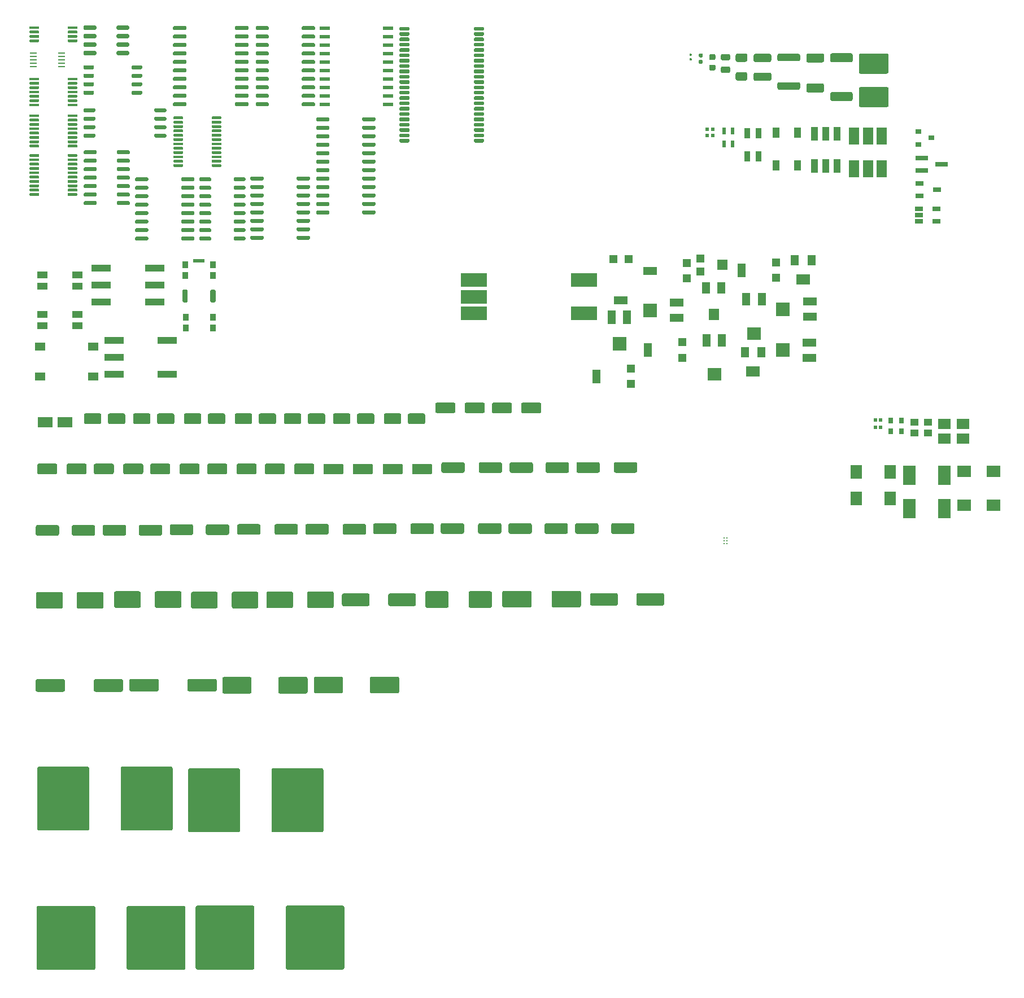
<source format=gbr>
%TF.GenerationSoftware,KiCad,Pcbnew,(5.1.10-1-10_14)*%
%TF.CreationDate,2021-10-26T13:01:21-04:00*%
%TF.ProjectId,SMD-board-panelize,534d442d-626f-4617-9264-2d70616e656c,rev?*%
%TF.SameCoordinates,Original*%
%TF.FileFunction,Paste,Top*%
%TF.FilePolarity,Positive*%
%FSLAX46Y46*%
G04 Gerber Fmt 4.6, Leading zero omitted, Abs format (unit mm)*
G04 Created by KiCad (PCBNEW (5.1.10-1-10_14)) date 2021-10-26 13:01:21*
%MOMM*%
%LPD*%
G01*
G04 APERTURE LIST*
%ADD10C,0.250000*%
%ADD11R,0.900000X1.000000*%
%ADD12R,1.700000X0.550000*%
%ADD13R,1.220000X0.650000*%
%ADD14R,1.900000X0.800000*%
%ADD15R,0.900000X0.800000*%
%ADD16R,2.000000X1.800000*%
%ADD17R,1.980000X3.000000*%
%ADD18R,1.800000X2.000000*%
%ADD19R,1.950000X1.650000*%
%ADD20R,1.300000X1.100000*%
%ADD21R,0.650000X0.850000*%
%ADD22R,0.500000X0.600000*%
%ADD23R,1.550000X1.300000*%
%ADD24R,1.550000X1.000000*%
%ADD25R,3.000000X1.000000*%
%ADD26R,1.300000X1.300000*%
%ADD27R,2.000000X1.300000*%
%ADD28R,2.000000X2.000000*%
%ADD29R,1.500000X1.600000*%
%ADD30R,1.200000X1.200000*%
%ADD31R,4.000000X2.000000*%
%ADD32R,1.200000X1.750000*%
%ADD33R,1.600000X1.750000*%
%ADD34R,1.300000X2.000000*%
%ADD35R,1.300000X1.900000*%
%ADD36R,2.000000X1.900000*%
%ADD37R,1.300000X1.600000*%
%ADD38R,2.000000X1.600000*%
%ADD39R,2.200000X1.600000*%
%ADD40R,0.500000X0.500000*%
%ADD41R,1.000000X1.500000*%
%ADD42R,0.850000X1.600000*%
%ADD43R,0.600000X1.000000*%
%ADD44R,1.600000X2.600000*%
%ADD45R,1.100000X2.000000*%
%ADD46R,1.500000X0.600000*%
%ADD47R,1.100000X0.250000*%
G04 APERTURE END LIST*
D10*
%TO.C,REF\u002A\u002A*%
X170660000Y75760000D03*
X170660000Y75360000D03*
X170660000Y74960000D03*
X171060000Y75760000D03*
X171060000Y75360000D03*
X171060000Y74960000D03*
%TD*%
%TO.C,REF\u002A\u002A*%
G36*
G01*
X89470000Y111290000D02*
X89470000Y112890000D01*
G75*
G02*
X89670000Y113090000I200000J0D01*
G01*
X90070000Y113090000D01*
G75*
G02*
X90270000Y112890000I0J-200000D01*
G01*
X90270000Y111290000D01*
G75*
G02*
X90070000Y111090000I-200000J0D01*
G01*
X89670000Y111090000D01*
G75*
G02*
X89470000Y111290000I0J200000D01*
G01*
G37*
G36*
G01*
X93670000Y111290000D02*
X93670000Y112890000D01*
G75*
G02*
X93870000Y113090000I200000J0D01*
G01*
X94270000Y113090000D01*
G75*
G02*
X94470000Y112890000I0J-200000D01*
G01*
X94470000Y111290000D01*
G75*
G02*
X94270000Y111090000I-200000J0D01*
G01*
X93870000Y111090000D01*
G75*
G02*
X93670000Y111290000I0J200000D01*
G01*
G37*
%TD*%
D11*
%TO.C,REF\u002A\u002A*%
X94070000Y107290000D03*
X94070000Y108890000D03*
X89970000Y107290000D03*
X89970000Y108890000D03*
%TD*%
D12*
%TO.C,REF\u002A\u002A*%
X91970000Y117385000D03*
D11*
X89920000Y116760000D03*
X89920000Y115160000D03*
X94020000Y116760000D03*
X94020000Y115160000D03*
%TD*%
%TO.C,REF\u002A\u002A*%
G36*
G01*
X133175000Y152042500D02*
X133175000Y152317500D01*
G75*
G02*
X133312500Y152455000I137500J0D01*
G01*
X134562500Y152455000D01*
G75*
G02*
X134700000Y152317500I0J-137500D01*
G01*
X134700000Y152042500D01*
G75*
G02*
X134562500Y151905000I-137500J0D01*
G01*
X133312500Y151905000D01*
G75*
G02*
X133175000Y152042500I0J137500D01*
G01*
G37*
G36*
G01*
X133175000Y151242500D02*
X133175000Y151517500D01*
G75*
G02*
X133312500Y151655000I137500J0D01*
G01*
X134562500Y151655000D01*
G75*
G02*
X134700000Y151517500I0J-137500D01*
G01*
X134700000Y151242500D01*
G75*
G02*
X134562500Y151105000I-137500J0D01*
G01*
X133312500Y151105000D01*
G75*
G02*
X133175000Y151242500I0J137500D01*
G01*
G37*
G36*
G01*
X133175000Y150442500D02*
X133175000Y150717500D01*
G75*
G02*
X133312500Y150855000I137500J0D01*
G01*
X134562500Y150855000D01*
G75*
G02*
X134700000Y150717500I0J-137500D01*
G01*
X134700000Y150442500D01*
G75*
G02*
X134562500Y150305000I-137500J0D01*
G01*
X133312500Y150305000D01*
G75*
G02*
X133175000Y150442500I0J137500D01*
G01*
G37*
G36*
G01*
X133175000Y149642500D02*
X133175000Y149917500D01*
G75*
G02*
X133312500Y150055000I137500J0D01*
G01*
X134562500Y150055000D01*
G75*
G02*
X134700000Y149917500I0J-137500D01*
G01*
X134700000Y149642500D01*
G75*
G02*
X134562500Y149505000I-137500J0D01*
G01*
X133312500Y149505000D01*
G75*
G02*
X133175000Y149642500I0J137500D01*
G01*
G37*
G36*
G01*
X133175000Y148842500D02*
X133175000Y149117500D01*
G75*
G02*
X133312500Y149255000I137500J0D01*
G01*
X134562500Y149255000D01*
G75*
G02*
X134700000Y149117500I0J-137500D01*
G01*
X134700000Y148842500D01*
G75*
G02*
X134562500Y148705000I-137500J0D01*
G01*
X133312500Y148705000D01*
G75*
G02*
X133175000Y148842500I0J137500D01*
G01*
G37*
G36*
G01*
X133175000Y148042500D02*
X133175000Y148317500D01*
G75*
G02*
X133312500Y148455000I137500J0D01*
G01*
X134562500Y148455000D01*
G75*
G02*
X134700000Y148317500I0J-137500D01*
G01*
X134700000Y148042500D01*
G75*
G02*
X134562500Y147905000I-137500J0D01*
G01*
X133312500Y147905000D01*
G75*
G02*
X133175000Y148042500I0J137500D01*
G01*
G37*
G36*
G01*
X133175000Y147242500D02*
X133175000Y147517500D01*
G75*
G02*
X133312500Y147655000I137500J0D01*
G01*
X134562500Y147655000D01*
G75*
G02*
X134700000Y147517500I0J-137500D01*
G01*
X134700000Y147242500D01*
G75*
G02*
X134562500Y147105000I-137500J0D01*
G01*
X133312500Y147105000D01*
G75*
G02*
X133175000Y147242500I0J137500D01*
G01*
G37*
G36*
G01*
X133175000Y146442500D02*
X133175000Y146717500D01*
G75*
G02*
X133312500Y146855000I137500J0D01*
G01*
X134562500Y146855000D01*
G75*
G02*
X134700000Y146717500I0J-137500D01*
G01*
X134700000Y146442500D01*
G75*
G02*
X134562500Y146305000I-137500J0D01*
G01*
X133312500Y146305000D01*
G75*
G02*
X133175000Y146442500I0J137500D01*
G01*
G37*
G36*
G01*
X133175000Y145642500D02*
X133175000Y145917500D01*
G75*
G02*
X133312500Y146055000I137500J0D01*
G01*
X134562500Y146055000D01*
G75*
G02*
X134700000Y145917500I0J-137500D01*
G01*
X134700000Y145642500D01*
G75*
G02*
X134562500Y145505000I-137500J0D01*
G01*
X133312500Y145505000D01*
G75*
G02*
X133175000Y145642500I0J137500D01*
G01*
G37*
G36*
G01*
X133175000Y144842500D02*
X133175000Y145117500D01*
G75*
G02*
X133312500Y145255000I137500J0D01*
G01*
X134562500Y145255000D01*
G75*
G02*
X134700000Y145117500I0J-137500D01*
G01*
X134700000Y144842500D01*
G75*
G02*
X134562500Y144705000I-137500J0D01*
G01*
X133312500Y144705000D01*
G75*
G02*
X133175000Y144842500I0J137500D01*
G01*
G37*
G36*
G01*
X133175000Y144042500D02*
X133175000Y144317500D01*
G75*
G02*
X133312500Y144455000I137500J0D01*
G01*
X134562500Y144455000D01*
G75*
G02*
X134700000Y144317500I0J-137500D01*
G01*
X134700000Y144042500D01*
G75*
G02*
X134562500Y143905000I-137500J0D01*
G01*
X133312500Y143905000D01*
G75*
G02*
X133175000Y144042500I0J137500D01*
G01*
G37*
G36*
G01*
X133175000Y143242500D02*
X133175000Y143517500D01*
G75*
G02*
X133312500Y143655000I137500J0D01*
G01*
X134562500Y143655000D01*
G75*
G02*
X134700000Y143517500I0J-137500D01*
G01*
X134700000Y143242500D01*
G75*
G02*
X134562500Y143105000I-137500J0D01*
G01*
X133312500Y143105000D01*
G75*
G02*
X133175000Y143242500I0J137500D01*
G01*
G37*
G36*
G01*
X133175000Y142442500D02*
X133175000Y142717500D01*
G75*
G02*
X133312500Y142855000I137500J0D01*
G01*
X134562500Y142855000D01*
G75*
G02*
X134700000Y142717500I0J-137500D01*
G01*
X134700000Y142442500D01*
G75*
G02*
X134562500Y142305000I-137500J0D01*
G01*
X133312500Y142305000D01*
G75*
G02*
X133175000Y142442500I0J137500D01*
G01*
G37*
G36*
G01*
X133175000Y141642500D02*
X133175000Y141917500D01*
G75*
G02*
X133312500Y142055000I137500J0D01*
G01*
X134562500Y142055000D01*
G75*
G02*
X134700000Y141917500I0J-137500D01*
G01*
X134700000Y141642500D01*
G75*
G02*
X134562500Y141505000I-137500J0D01*
G01*
X133312500Y141505000D01*
G75*
G02*
X133175000Y141642500I0J137500D01*
G01*
G37*
G36*
G01*
X133175000Y140842500D02*
X133175000Y141117500D01*
G75*
G02*
X133312500Y141255000I137500J0D01*
G01*
X134562500Y141255000D01*
G75*
G02*
X134700000Y141117500I0J-137500D01*
G01*
X134700000Y140842500D01*
G75*
G02*
X134562500Y140705000I-137500J0D01*
G01*
X133312500Y140705000D01*
G75*
G02*
X133175000Y140842500I0J137500D01*
G01*
G37*
G36*
G01*
X133175000Y140042500D02*
X133175000Y140317500D01*
G75*
G02*
X133312500Y140455000I137500J0D01*
G01*
X134562500Y140455000D01*
G75*
G02*
X134700000Y140317500I0J-137500D01*
G01*
X134700000Y140042500D01*
G75*
G02*
X134562500Y139905000I-137500J0D01*
G01*
X133312500Y139905000D01*
G75*
G02*
X133175000Y140042500I0J137500D01*
G01*
G37*
G36*
G01*
X133175000Y139242500D02*
X133175000Y139517500D01*
G75*
G02*
X133312500Y139655000I137500J0D01*
G01*
X134562500Y139655000D01*
G75*
G02*
X134700000Y139517500I0J-137500D01*
G01*
X134700000Y139242500D01*
G75*
G02*
X134562500Y139105000I-137500J0D01*
G01*
X133312500Y139105000D01*
G75*
G02*
X133175000Y139242500I0J137500D01*
G01*
G37*
G36*
G01*
X133175000Y138442500D02*
X133175000Y138717500D01*
G75*
G02*
X133312500Y138855000I137500J0D01*
G01*
X134562500Y138855000D01*
G75*
G02*
X134700000Y138717500I0J-137500D01*
G01*
X134700000Y138442500D01*
G75*
G02*
X134562500Y138305000I-137500J0D01*
G01*
X133312500Y138305000D01*
G75*
G02*
X133175000Y138442500I0J137500D01*
G01*
G37*
G36*
G01*
X133175000Y137642500D02*
X133175000Y137917500D01*
G75*
G02*
X133312500Y138055000I137500J0D01*
G01*
X134562500Y138055000D01*
G75*
G02*
X134700000Y137917500I0J-137500D01*
G01*
X134700000Y137642500D01*
G75*
G02*
X134562500Y137505000I-137500J0D01*
G01*
X133312500Y137505000D01*
G75*
G02*
X133175000Y137642500I0J137500D01*
G01*
G37*
G36*
G01*
X133175000Y136842500D02*
X133175000Y137117500D01*
G75*
G02*
X133312500Y137255000I137500J0D01*
G01*
X134562500Y137255000D01*
G75*
G02*
X134700000Y137117500I0J-137500D01*
G01*
X134700000Y136842500D01*
G75*
G02*
X134562500Y136705000I-137500J0D01*
G01*
X133312500Y136705000D01*
G75*
G02*
X133175000Y136842500I0J137500D01*
G01*
G37*
G36*
G01*
X133175000Y136042500D02*
X133175000Y136317500D01*
G75*
G02*
X133312500Y136455000I137500J0D01*
G01*
X134562500Y136455000D01*
G75*
G02*
X134700000Y136317500I0J-137500D01*
G01*
X134700000Y136042500D01*
G75*
G02*
X134562500Y135905000I-137500J0D01*
G01*
X133312500Y135905000D01*
G75*
G02*
X133175000Y136042500I0J137500D01*
G01*
G37*
G36*
G01*
X133175000Y135242500D02*
X133175000Y135517500D01*
G75*
G02*
X133312500Y135655000I137500J0D01*
G01*
X134562500Y135655000D01*
G75*
G02*
X134700000Y135517500I0J-137500D01*
G01*
X134700000Y135242500D01*
G75*
G02*
X134562500Y135105000I-137500J0D01*
G01*
X133312500Y135105000D01*
G75*
G02*
X133175000Y135242500I0J137500D01*
G01*
G37*
G36*
G01*
X122000000Y135242500D02*
X122000000Y135517500D01*
G75*
G02*
X122137500Y135655000I137500J0D01*
G01*
X123387500Y135655000D01*
G75*
G02*
X123525000Y135517500I0J-137500D01*
G01*
X123525000Y135242500D01*
G75*
G02*
X123387500Y135105000I-137500J0D01*
G01*
X122137500Y135105000D01*
G75*
G02*
X122000000Y135242500I0J137500D01*
G01*
G37*
G36*
G01*
X122000000Y136042500D02*
X122000000Y136317500D01*
G75*
G02*
X122137500Y136455000I137500J0D01*
G01*
X123387500Y136455000D01*
G75*
G02*
X123525000Y136317500I0J-137500D01*
G01*
X123525000Y136042500D01*
G75*
G02*
X123387500Y135905000I-137500J0D01*
G01*
X122137500Y135905000D01*
G75*
G02*
X122000000Y136042500I0J137500D01*
G01*
G37*
G36*
G01*
X122000000Y136842500D02*
X122000000Y137117500D01*
G75*
G02*
X122137500Y137255000I137500J0D01*
G01*
X123387500Y137255000D01*
G75*
G02*
X123525000Y137117500I0J-137500D01*
G01*
X123525000Y136842500D01*
G75*
G02*
X123387500Y136705000I-137500J0D01*
G01*
X122137500Y136705000D01*
G75*
G02*
X122000000Y136842500I0J137500D01*
G01*
G37*
G36*
G01*
X122000000Y137642500D02*
X122000000Y137917500D01*
G75*
G02*
X122137500Y138055000I137500J0D01*
G01*
X123387500Y138055000D01*
G75*
G02*
X123525000Y137917500I0J-137500D01*
G01*
X123525000Y137642500D01*
G75*
G02*
X123387500Y137505000I-137500J0D01*
G01*
X122137500Y137505000D01*
G75*
G02*
X122000000Y137642500I0J137500D01*
G01*
G37*
G36*
G01*
X122000000Y138442500D02*
X122000000Y138717500D01*
G75*
G02*
X122137500Y138855000I137500J0D01*
G01*
X123387500Y138855000D01*
G75*
G02*
X123525000Y138717500I0J-137500D01*
G01*
X123525000Y138442500D01*
G75*
G02*
X123387500Y138305000I-137500J0D01*
G01*
X122137500Y138305000D01*
G75*
G02*
X122000000Y138442500I0J137500D01*
G01*
G37*
G36*
G01*
X122000000Y139242500D02*
X122000000Y139517500D01*
G75*
G02*
X122137500Y139655000I137500J0D01*
G01*
X123387500Y139655000D01*
G75*
G02*
X123525000Y139517500I0J-137500D01*
G01*
X123525000Y139242500D01*
G75*
G02*
X123387500Y139105000I-137500J0D01*
G01*
X122137500Y139105000D01*
G75*
G02*
X122000000Y139242500I0J137500D01*
G01*
G37*
G36*
G01*
X122000000Y140042500D02*
X122000000Y140317500D01*
G75*
G02*
X122137500Y140455000I137500J0D01*
G01*
X123387500Y140455000D01*
G75*
G02*
X123525000Y140317500I0J-137500D01*
G01*
X123525000Y140042500D01*
G75*
G02*
X123387500Y139905000I-137500J0D01*
G01*
X122137500Y139905000D01*
G75*
G02*
X122000000Y140042500I0J137500D01*
G01*
G37*
G36*
G01*
X122000000Y140842500D02*
X122000000Y141117500D01*
G75*
G02*
X122137500Y141255000I137500J0D01*
G01*
X123387500Y141255000D01*
G75*
G02*
X123525000Y141117500I0J-137500D01*
G01*
X123525000Y140842500D01*
G75*
G02*
X123387500Y140705000I-137500J0D01*
G01*
X122137500Y140705000D01*
G75*
G02*
X122000000Y140842500I0J137500D01*
G01*
G37*
G36*
G01*
X122000000Y141642500D02*
X122000000Y141917500D01*
G75*
G02*
X122137500Y142055000I137500J0D01*
G01*
X123387500Y142055000D01*
G75*
G02*
X123525000Y141917500I0J-137500D01*
G01*
X123525000Y141642500D01*
G75*
G02*
X123387500Y141505000I-137500J0D01*
G01*
X122137500Y141505000D01*
G75*
G02*
X122000000Y141642500I0J137500D01*
G01*
G37*
G36*
G01*
X122000000Y142442500D02*
X122000000Y142717500D01*
G75*
G02*
X122137500Y142855000I137500J0D01*
G01*
X123387500Y142855000D01*
G75*
G02*
X123525000Y142717500I0J-137500D01*
G01*
X123525000Y142442500D01*
G75*
G02*
X123387500Y142305000I-137500J0D01*
G01*
X122137500Y142305000D01*
G75*
G02*
X122000000Y142442500I0J137500D01*
G01*
G37*
G36*
G01*
X122000000Y143242500D02*
X122000000Y143517500D01*
G75*
G02*
X122137500Y143655000I137500J0D01*
G01*
X123387500Y143655000D01*
G75*
G02*
X123525000Y143517500I0J-137500D01*
G01*
X123525000Y143242500D01*
G75*
G02*
X123387500Y143105000I-137500J0D01*
G01*
X122137500Y143105000D01*
G75*
G02*
X122000000Y143242500I0J137500D01*
G01*
G37*
G36*
G01*
X122000000Y144042500D02*
X122000000Y144317500D01*
G75*
G02*
X122137500Y144455000I137500J0D01*
G01*
X123387500Y144455000D01*
G75*
G02*
X123525000Y144317500I0J-137500D01*
G01*
X123525000Y144042500D01*
G75*
G02*
X123387500Y143905000I-137500J0D01*
G01*
X122137500Y143905000D01*
G75*
G02*
X122000000Y144042500I0J137500D01*
G01*
G37*
G36*
G01*
X122000000Y144842500D02*
X122000000Y145117500D01*
G75*
G02*
X122137500Y145255000I137500J0D01*
G01*
X123387500Y145255000D01*
G75*
G02*
X123525000Y145117500I0J-137500D01*
G01*
X123525000Y144842500D01*
G75*
G02*
X123387500Y144705000I-137500J0D01*
G01*
X122137500Y144705000D01*
G75*
G02*
X122000000Y144842500I0J137500D01*
G01*
G37*
G36*
G01*
X122000000Y145642500D02*
X122000000Y145917500D01*
G75*
G02*
X122137500Y146055000I137500J0D01*
G01*
X123387500Y146055000D01*
G75*
G02*
X123525000Y145917500I0J-137500D01*
G01*
X123525000Y145642500D01*
G75*
G02*
X123387500Y145505000I-137500J0D01*
G01*
X122137500Y145505000D01*
G75*
G02*
X122000000Y145642500I0J137500D01*
G01*
G37*
G36*
G01*
X122000000Y146442500D02*
X122000000Y146717500D01*
G75*
G02*
X122137500Y146855000I137500J0D01*
G01*
X123387500Y146855000D01*
G75*
G02*
X123525000Y146717500I0J-137500D01*
G01*
X123525000Y146442500D01*
G75*
G02*
X123387500Y146305000I-137500J0D01*
G01*
X122137500Y146305000D01*
G75*
G02*
X122000000Y146442500I0J137500D01*
G01*
G37*
G36*
G01*
X122000000Y147242500D02*
X122000000Y147517500D01*
G75*
G02*
X122137500Y147655000I137500J0D01*
G01*
X123387500Y147655000D01*
G75*
G02*
X123525000Y147517500I0J-137500D01*
G01*
X123525000Y147242500D01*
G75*
G02*
X123387500Y147105000I-137500J0D01*
G01*
X122137500Y147105000D01*
G75*
G02*
X122000000Y147242500I0J137500D01*
G01*
G37*
G36*
G01*
X122000000Y148042500D02*
X122000000Y148317500D01*
G75*
G02*
X122137500Y148455000I137500J0D01*
G01*
X123387500Y148455000D01*
G75*
G02*
X123525000Y148317500I0J-137500D01*
G01*
X123525000Y148042500D01*
G75*
G02*
X123387500Y147905000I-137500J0D01*
G01*
X122137500Y147905000D01*
G75*
G02*
X122000000Y148042500I0J137500D01*
G01*
G37*
G36*
G01*
X122000000Y148842500D02*
X122000000Y149117500D01*
G75*
G02*
X122137500Y149255000I137500J0D01*
G01*
X123387500Y149255000D01*
G75*
G02*
X123525000Y149117500I0J-137500D01*
G01*
X123525000Y148842500D01*
G75*
G02*
X123387500Y148705000I-137500J0D01*
G01*
X122137500Y148705000D01*
G75*
G02*
X122000000Y148842500I0J137500D01*
G01*
G37*
G36*
G01*
X122000000Y149642500D02*
X122000000Y149917500D01*
G75*
G02*
X122137500Y150055000I137500J0D01*
G01*
X123387500Y150055000D01*
G75*
G02*
X123525000Y149917500I0J-137500D01*
G01*
X123525000Y149642500D01*
G75*
G02*
X123387500Y149505000I-137500J0D01*
G01*
X122137500Y149505000D01*
G75*
G02*
X122000000Y149642500I0J137500D01*
G01*
G37*
G36*
G01*
X122000000Y150442500D02*
X122000000Y150717500D01*
G75*
G02*
X122137500Y150855000I137500J0D01*
G01*
X123387500Y150855000D01*
G75*
G02*
X123525000Y150717500I0J-137500D01*
G01*
X123525000Y150442500D01*
G75*
G02*
X123387500Y150305000I-137500J0D01*
G01*
X122137500Y150305000D01*
G75*
G02*
X122000000Y150442500I0J137500D01*
G01*
G37*
G36*
G01*
X122000000Y151242500D02*
X122000000Y151517500D01*
G75*
G02*
X122137500Y151655000I137500J0D01*
G01*
X123387500Y151655000D01*
G75*
G02*
X123525000Y151517500I0J-137500D01*
G01*
X123525000Y151242500D01*
G75*
G02*
X123387500Y151105000I-137500J0D01*
G01*
X122137500Y151105000D01*
G75*
G02*
X122000000Y151242500I0J137500D01*
G01*
G37*
G36*
G01*
X122000000Y152042500D02*
X122000000Y152317500D01*
G75*
G02*
X122137500Y152455000I137500J0D01*
G01*
X123387500Y152455000D01*
G75*
G02*
X123525000Y152317500I0J-137500D01*
G01*
X123525000Y152042500D01*
G75*
G02*
X123387500Y151905000I-137500J0D01*
G01*
X122137500Y151905000D01*
G75*
G02*
X122000000Y152042500I0J137500D01*
G01*
G37*
%TD*%
D13*
%TO.C,REF\u002A\u002A*%
X202540000Y125180000D03*
X202540000Y123280000D03*
X199920000Y123280000D03*
X199920000Y124230000D03*
X199920000Y125180000D03*
%TD*%
%TO.C,REF\u002A\u002A*%
X202570000Y128040000D03*
X199950000Y127090000D03*
X199950000Y128990000D03*
%TD*%
D14*
%TO.C,REF\u002A\u002A*%
X203280000Y131830000D03*
X200280000Y130880000D03*
X200280000Y132780000D03*
%TD*%
D15*
%TO.C,REF\u002A\u002A*%
X201770000Y135790000D03*
X199770000Y134840000D03*
X199770000Y136740000D03*
%TD*%
D16*
%TO.C,REF\u002A\u002A*%
X211022000Y80682000D03*
X206622000Y80682000D03*
X211022000Y85762000D03*
X206622000Y85762000D03*
%TD*%
D17*
%TO.C,REF\u002A\u002A*%
X198472000Y85182000D03*
X203732000Y85182000D03*
X203732000Y80182000D03*
X198472000Y80182000D03*
%TD*%
D18*
%TO.C,REF\u002A\u002A*%
X190482000Y85722000D03*
X195562000Y85722000D03*
X195562000Y81722000D03*
X190482000Y81722000D03*
%TD*%
D19*
%TO.C,REF\u002A\u002A*%
X203719000Y92910000D03*
X206469000Y92910000D03*
X206469000Y90710000D03*
X203719000Y90710000D03*
%TD*%
D20*
%TO.C,REF\u002A\u002A*%
X199174000Y93155000D03*
X201274000Y93155000D03*
X201274000Y91505000D03*
X199174000Y91505000D03*
%TD*%
D21*
%TO.C,REF\u002A\u002A*%
X195629000Y93375000D03*
X197279000Y93375000D03*
X197279000Y91825000D03*
X195629000Y91825000D03*
%TD*%
D22*
%TO.C,REF\u002A\u002A*%
X194130000Y93506000D03*
X194130000Y92406000D03*
X193330000Y92406000D03*
X193330000Y93506000D03*
%TD*%
D23*
%TO.C,REF\u002A\u002A*%
X76105000Y100020000D03*
X76105000Y104520000D03*
X68155000Y104520000D03*
X68155000Y100020000D03*
%TD*%
D24*
%TO.C,REF\u002A\u002A*%
X73710000Y109320000D03*
X68460000Y109320000D03*
X68460000Y107620000D03*
X73710000Y107620000D03*
%TD*%
D25*
%TO.C,REF\u002A\u002A*%
X87200000Y100370000D03*
X79200000Y100370000D03*
X79200000Y102910000D03*
X87200000Y105450000D03*
X79200000Y105450000D03*
%TD*%
%TO.C,REF\u002A\u002A*%
X85300000Y111190000D03*
X77300000Y111190000D03*
X85300000Y113730000D03*
X77300000Y113730000D03*
X85300000Y116270000D03*
X77300000Y116270000D03*
%TD*%
D24*
%TO.C,REF\u002A\u002A*%
X73715000Y115250000D03*
X68465000Y115250000D03*
X68465000Y113550000D03*
X73715000Y113550000D03*
%TD*%
D26*
%TO.C,REF\u002A\u002A*%
X165072000Y114720000D03*
D27*
X159572000Y115870000D03*
D26*
X165072000Y117020000D03*
%TD*%
D27*
%TO.C,REF\u002A\u002A*%
X163592000Y108790000D03*
D28*
X159592000Y109940000D03*
D27*
X163592000Y111090000D03*
%TD*%
D29*
%TO.C,REF\u002A\u002A*%
X170382000Y116750000D03*
D30*
X167132000Y115750000D03*
X167132000Y117750000D03*
%TD*%
D31*
%TO.C,REF\u002A\u002A*%
X149642000Y109480000D03*
X149642000Y114480000D03*
X133142000Y109480000D03*
X133142000Y111980000D03*
X133142000Y114480000D03*
%TD*%
D32*
%TO.C,REF\u002A\u002A*%
X167962000Y113345000D03*
D33*
X169112000Y109295000D03*
D32*
X170262000Y113345000D03*
%TD*%
D26*
%TO.C,REF\u002A\u002A*%
X154047000Y117665000D03*
D27*
X155202000Y111415000D03*
D26*
X156357000Y117665000D03*
%TD*%
D34*
%TO.C,REF\u002A\u002A*%
X153832000Y108900000D03*
D28*
X154982000Y104900000D03*
D34*
X156132000Y108900000D03*
%TD*%
D26*
%TO.C,REF\u002A\u002A*%
X178472000Y114790000D03*
D34*
X173272000Y115940000D03*
D26*
X178472000Y117090000D03*
%TD*%
D35*
%TO.C,REF\u002A\u002A*%
X174012000Y111570000D03*
D36*
X175162000Y106470000D03*
D35*
X176312000Y111570000D03*
%TD*%
D37*
%TO.C,REF\u002A\u002A*%
X181302000Y117480000D03*
D38*
X182552000Y114580000D03*
D37*
X183802000Y117480000D03*
%TD*%
D27*
%TO.C,REF\u002A\u002A*%
X183512000Y108960000D03*
D28*
X179512000Y110110000D03*
D27*
X183512000Y111260000D03*
%TD*%
D26*
%TO.C,REF\u002A\u002A*%
X164412000Y102840000D03*
D34*
X159212000Y103990000D03*
D26*
X164412000Y105140000D03*
%TD*%
D35*
%TO.C,REF\u002A\u002A*%
X168052000Y105460000D03*
D36*
X169202000Y100360000D03*
D35*
X170352000Y105460000D03*
%TD*%
D37*
%TO.C,REF\u002A\u002A*%
X173782000Y103640000D03*
D38*
X175032000Y100740000D03*
D37*
X176282000Y103640000D03*
%TD*%
D27*
%TO.C,REF\u002A\u002A*%
X183492000Y102810000D03*
D28*
X179492000Y103960000D03*
D27*
X183492000Y105110000D03*
%TD*%
D26*
%TO.C,REF\u002A\u002A*%
X156742000Y98900000D03*
D34*
X151542000Y100050000D03*
D26*
X156742000Y101200000D03*
%TD*%
%TO.C,REF\u002A\u002A*%
G36*
G01*
X104960000Y11299999D02*
X104960000Y20400001D01*
G75*
G02*
X105209999Y20650000I249999J0D01*
G01*
X113510001Y20650000D01*
G75*
G02*
X113760000Y20400001I0J-249999D01*
G01*
X113760000Y11299999D01*
G75*
G02*
X113510001Y11050000I-249999J0D01*
G01*
X105209999Y11050000D01*
G75*
G02*
X104960000Y11299999I0J249999D01*
G01*
G37*
G36*
G01*
X91460000Y11299999D02*
X91460000Y20400001D01*
G75*
G02*
X91709999Y20650000I249999J0D01*
G01*
X100010001Y20650000D01*
G75*
G02*
X100260000Y20400001I0J-249999D01*
G01*
X100260000Y11299999D01*
G75*
G02*
X100010001Y11050000I-249999J0D01*
G01*
X91709999Y11050000D01*
G75*
G02*
X91460000Y11299999I0J249999D01*
G01*
G37*
%TD*%
%TO.C,REF\u002A\u002A*%
G36*
G01*
X81130000Y11259999D02*
X81130000Y20360001D01*
G75*
G02*
X81379999Y20610000I249999J0D01*
G01*
X89680001Y20610000D01*
G75*
G02*
X89930000Y20360001I0J-249999D01*
G01*
X89930000Y11259999D01*
G75*
G02*
X89680001Y11010000I-249999J0D01*
G01*
X81379999Y11010000D01*
G75*
G02*
X81130000Y11259999I0J249999D01*
G01*
G37*
G36*
G01*
X67630000Y11259999D02*
X67630000Y20360001D01*
G75*
G02*
X67879999Y20610000I249999J0D01*
G01*
X76180001Y20610000D01*
G75*
G02*
X76430000Y20360001I0J-249999D01*
G01*
X76430000Y11259999D01*
G75*
G02*
X76180001Y11010000I-249999J0D01*
G01*
X67879999Y11010000D01*
G75*
G02*
X67630000Y11259999I0J249999D01*
G01*
G37*
%TD*%
%TO.C,REF\u002A\u002A*%
G36*
G01*
X102822000Y31901997D02*
X102822000Y41002003D01*
G75*
G02*
X103071997Y41252000I249997J0D01*
G01*
X110372003Y41252000D01*
G75*
G02*
X110622000Y41002003I0J-249997D01*
G01*
X110622000Y31901997D01*
G75*
G02*
X110372003Y31652000I-249997J0D01*
G01*
X103071997Y31652000D01*
G75*
G02*
X102822000Y31901997I0J249997D01*
G01*
G37*
G36*
G01*
X90322000Y31901997D02*
X90322000Y41002003D01*
G75*
G02*
X90571997Y41252000I249997J0D01*
G01*
X97872003Y41252000D01*
G75*
G02*
X98122000Y41002003I0J-249997D01*
G01*
X98122000Y31901997D01*
G75*
G02*
X97872003Y31652000I-249997J0D01*
G01*
X90571997Y31652000D01*
G75*
G02*
X90322000Y31901997I0J249997D01*
G01*
G37*
%TD*%
%TO.C,REF\u002A\u002A*%
G36*
G01*
X80216000Y32155997D02*
X80216000Y41256003D01*
G75*
G02*
X80465997Y41506000I249997J0D01*
G01*
X87766003Y41506000D01*
G75*
G02*
X88016000Y41256003I0J-249997D01*
G01*
X88016000Y32155997D01*
G75*
G02*
X87766003Y31906000I-249997J0D01*
G01*
X80465997Y31906000D01*
G75*
G02*
X80216000Y32155997I0J249997D01*
G01*
G37*
G36*
G01*
X67716000Y32155997D02*
X67716000Y41256003D01*
G75*
G02*
X67965997Y41506000I249997J0D01*
G01*
X75266003Y41506000D01*
G75*
G02*
X75516000Y41256003I0J-249997D01*
G01*
X75516000Y32155997D01*
G75*
G02*
X75266003Y31906000I-249997J0D01*
G01*
X67965997Y31906000D01*
G75*
G02*
X67716000Y32155997I0J249997D01*
G01*
G37*
%TD*%
%TO.C,REF\u002A\u002A*%
G36*
G01*
X117570000Y52740000D02*
X117570000Y54740000D01*
G75*
G02*
X117820000Y54990000I250000J0D01*
G01*
X121720000Y54990000D01*
G75*
G02*
X121970000Y54740000I0J-250000D01*
G01*
X121970000Y52740000D01*
G75*
G02*
X121720000Y52490000I-250000J0D01*
G01*
X117820000Y52490000D01*
G75*
G02*
X117570000Y52740000I0J250000D01*
G01*
G37*
G36*
G01*
X109170000Y52740000D02*
X109170000Y54740000D01*
G75*
G02*
X109420000Y54990000I250000J0D01*
G01*
X113320000Y54990000D01*
G75*
G02*
X113570000Y54740000I0J-250000D01*
G01*
X113570000Y52740000D01*
G75*
G02*
X113320000Y52490000I-250000J0D01*
G01*
X109420000Y52490000D01*
G75*
G02*
X109170000Y52740000I0J250000D01*
G01*
G37*
%TD*%
%TO.C,REF\u002A\u002A*%
G36*
G01*
X103854000Y52710000D02*
X103854000Y54710000D01*
G75*
G02*
X104104000Y54960000I250000J0D01*
G01*
X108004000Y54960000D01*
G75*
G02*
X108254000Y54710000I0J-250000D01*
G01*
X108254000Y52710000D01*
G75*
G02*
X108004000Y52460000I-250000J0D01*
G01*
X104104000Y52460000D01*
G75*
G02*
X103854000Y52710000I0J250000D01*
G01*
G37*
G36*
G01*
X95454000Y52710000D02*
X95454000Y54710000D01*
G75*
G02*
X95704000Y54960000I250000J0D01*
G01*
X99604000Y54960000D01*
G75*
G02*
X99854000Y54710000I0J-250000D01*
G01*
X99854000Y52710000D01*
G75*
G02*
X99604000Y52460000I-250000J0D01*
G01*
X95704000Y52460000D01*
G75*
G02*
X95454000Y52710000I0J250000D01*
G01*
G37*
%TD*%
%TO.C,REF\u002A\u002A*%
G36*
G01*
X90232000Y53020000D02*
X90232000Y54420000D01*
G75*
G02*
X90482000Y54670000I250000J0D01*
G01*
X94382000Y54670000D01*
G75*
G02*
X94632000Y54420000I0J-250000D01*
G01*
X94632000Y53020000D01*
G75*
G02*
X94382000Y52770000I-250000J0D01*
G01*
X90482000Y52770000D01*
G75*
G02*
X90232000Y53020000I0J250000D01*
G01*
G37*
G36*
G01*
X81532000Y53020000D02*
X81532000Y54420000D01*
G75*
G02*
X81782000Y54670000I250000J0D01*
G01*
X85682000Y54670000D01*
G75*
G02*
X85932000Y54420000I0J-250000D01*
G01*
X85932000Y53020000D01*
G75*
G02*
X85682000Y52770000I-250000J0D01*
G01*
X81782000Y52770000D01*
G75*
G02*
X81532000Y53020000I0J250000D01*
G01*
G37*
%TD*%
%TO.C,REF\u002A\u002A*%
G36*
G01*
X76180000Y52970000D02*
X76180000Y54370000D01*
G75*
G02*
X76430000Y54620000I250000J0D01*
G01*
X80330000Y54620000D01*
G75*
G02*
X80580000Y54370000I0J-250000D01*
G01*
X80580000Y52970000D01*
G75*
G02*
X80330000Y52720000I-250000J0D01*
G01*
X76430000Y52720000D01*
G75*
G02*
X76180000Y52970000I0J250000D01*
G01*
G37*
G36*
G01*
X67480000Y52970000D02*
X67480000Y54370000D01*
G75*
G02*
X67730000Y54620000I250000J0D01*
G01*
X71630000Y54620000D01*
G75*
G02*
X71880000Y54370000I0J-250000D01*
G01*
X71880000Y52970000D01*
G75*
G02*
X71630000Y52720000I-250000J0D01*
G01*
X67730000Y52720000D01*
G75*
G02*
X67480000Y52970000I0J250000D01*
G01*
G37*
%TD*%
%TO.C,REF\u002A\u002A*%
G36*
G01*
X157540000Y65890000D02*
X157540000Y67290000D01*
G75*
G02*
X157790000Y67540000I250000J0D01*
G01*
X161440000Y67540000D01*
G75*
G02*
X161690000Y67290000I0J-250000D01*
G01*
X161690000Y65890000D01*
G75*
G02*
X161440000Y65640000I-250000J0D01*
G01*
X157790000Y65640000D01*
G75*
G02*
X157540000Y65890000I0J250000D01*
G01*
G37*
G36*
G01*
X150590000Y65890000D02*
X150590000Y67290000D01*
G75*
G02*
X150840000Y67540000I250000J0D01*
G01*
X154490000Y67540000D01*
G75*
G02*
X154740000Y67290000I0J-250000D01*
G01*
X154740000Y65890000D01*
G75*
G02*
X154490000Y65640000I-250000J0D01*
G01*
X150840000Y65640000D01*
G75*
G02*
X150590000Y65890000I0J250000D01*
G01*
G37*
%TD*%
%TO.C,REF\u002A\u002A*%
G36*
G01*
X144820000Y65630000D02*
X144820000Y67630000D01*
G75*
G02*
X145070000Y67880000I250000J0D01*
G01*
X148970000Y67880000D01*
G75*
G02*
X149220000Y67630000I0J-250000D01*
G01*
X149220000Y65630000D01*
G75*
G02*
X148970000Y65380000I-250000J0D01*
G01*
X145070000Y65380000D01*
G75*
G02*
X144820000Y65630000I0J250000D01*
G01*
G37*
G36*
G01*
X137420000Y65630000D02*
X137420000Y67630000D01*
G75*
G02*
X137670000Y67880000I250000J0D01*
G01*
X141570000Y67880000D01*
G75*
G02*
X141820000Y67630000I0J-250000D01*
G01*
X141820000Y65630000D01*
G75*
G02*
X141570000Y65380000I-250000J0D01*
G01*
X137670000Y65380000D01*
G75*
G02*
X137420000Y65630000I0J250000D01*
G01*
G37*
%TD*%
%TO.C,REF\u002A\u002A*%
G36*
G01*
X132380000Y65560000D02*
X132380000Y67560000D01*
G75*
G02*
X132630000Y67810000I250000J0D01*
G01*
X135630000Y67810000D01*
G75*
G02*
X135880000Y67560000I0J-250000D01*
G01*
X135880000Y65560000D01*
G75*
G02*
X135630000Y65310000I-250000J0D01*
G01*
X132630000Y65310000D01*
G75*
G02*
X132380000Y65560000I0J250000D01*
G01*
G37*
G36*
G01*
X125880000Y65560000D02*
X125880000Y67560000D01*
G75*
G02*
X126130000Y67810000I250000J0D01*
G01*
X129130000Y67810000D01*
G75*
G02*
X129380000Y67560000I0J-250000D01*
G01*
X129380000Y65560000D01*
G75*
G02*
X129130000Y65310000I-250000J0D01*
G01*
X126130000Y65310000D01*
G75*
G02*
X125880000Y65560000I0J250000D01*
G01*
G37*
%TD*%
%TO.C,REF\u002A\u002A*%
G36*
G01*
X120330000Y65820000D02*
X120330000Y67220000D01*
G75*
G02*
X120580000Y67470000I250000J0D01*
G01*
X124230000Y67470000D01*
G75*
G02*
X124480000Y67220000I0J-250000D01*
G01*
X124480000Y65820000D01*
G75*
G02*
X124230000Y65570000I-250000J0D01*
G01*
X120580000Y65570000D01*
G75*
G02*
X120330000Y65820000I0J250000D01*
G01*
G37*
G36*
G01*
X113380000Y65820000D02*
X113380000Y67220000D01*
G75*
G02*
X113630000Y67470000I250000J0D01*
G01*
X117280000Y67470000D01*
G75*
G02*
X117530000Y67220000I0J-250000D01*
G01*
X117530000Y65820000D01*
G75*
G02*
X117280000Y65570000I-250000J0D01*
G01*
X113630000Y65570000D01*
G75*
G02*
X113380000Y65820000I0J250000D01*
G01*
G37*
%TD*%
%TO.C,REF\u002A\u002A*%
G36*
G01*
X108160000Y65520000D02*
X108160000Y67520000D01*
G75*
G02*
X108410000Y67770000I250000J0D01*
G01*
X111910000Y67770000D01*
G75*
G02*
X112160000Y67520000I0J-250000D01*
G01*
X112160000Y65520000D01*
G75*
G02*
X111910000Y65270000I-250000J0D01*
G01*
X108410000Y65270000D01*
G75*
G02*
X108160000Y65520000I0J250000D01*
G01*
G37*
G36*
G01*
X102060000Y65520000D02*
X102060000Y67520000D01*
G75*
G02*
X102310000Y67770000I250000J0D01*
G01*
X105810000Y67770000D01*
G75*
G02*
X106060000Y67520000I0J-250000D01*
G01*
X106060000Y65520000D01*
G75*
G02*
X105810000Y65270000I-250000J0D01*
G01*
X102310000Y65270000D01*
G75*
G02*
X102060000Y65520000I0J250000D01*
G01*
G37*
%TD*%
%TO.C,REF\u002A\u002A*%
G36*
G01*
X96870000Y65480000D02*
X96870000Y67480000D01*
G75*
G02*
X97120000Y67730000I250000J0D01*
G01*
X100620000Y67730000D01*
G75*
G02*
X100870000Y67480000I0J-250000D01*
G01*
X100870000Y65480000D01*
G75*
G02*
X100620000Y65230000I-250000J0D01*
G01*
X97120000Y65230000D01*
G75*
G02*
X96870000Y65480000I0J250000D01*
G01*
G37*
G36*
G01*
X90770000Y65480000D02*
X90770000Y67480000D01*
G75*
G02*
X91020000Y67730000I250000J0D01*
G01*
X94520000Y67730000D01*
G75*
G02*
X94770000Y67480000I0J-250000D01*
G01*
X94770000Y65480000D01*
G75*
G02*
X94520000Y65230000I-250000J0D01*
G01*
X91020000Y65230000D01*
G75*
G02*
X90770000Y65480000I0J250000D01*
G01*
G37*
%TD*%
%TO.C,REF\u002A\u002A*%
G36*
G01*
X85338000Y65554000D02*
X85338000Y67554000D01*
G75*
G02*
X85588000Y67804000I250000J0D01*
G01*
X89088000Y67804000D01*
G75*
G02*
X89338000Y67554000I0J-250000D01*
G01*
X89338000Y65554000D01*
G75*
G02*
X89088000Y65304000I-250000J0D01*
G01*
X85588000Y65304000D01*
G75*
G02*
X85338000Y65554000I0J250000D01*
G01*
G37*
G36*
G01*
X79238000Y65554000D02*
X79238000Y67554000D01*
G75*
G02*
X79488000Y67804000I250000J0D01*
G01*
X82988000Y67804000D01*
G75*
G02*
X83238000Y67554000I0J-250000D01*
G01*
X83238000Y65554000D01*
G75*
G02*
X82988000Y65304000I-250000J0D01*
G01*
X79488000Y65304000D01*
G75*
G02*
X79238000Y65554000I0J250000D01*
G01*
G37*
%TD*%
%TO.C,REF\u002A\u002A*%
G36*
G01*
X73640000Y65440000D02*
X73640000Y67440000D01*
G75*
G02*
X73890000Y67690000I250000J0D01*
G01*
X77390000Y67690000D01*
G75*
G02*
X77640000Y67440000I0J-250000D01*
G01*
X77640000Y65440000D01*
G75*
G02*
X77390000Y65190000I-250000J0D01*
G01*
X73890000Y65190000D01*
G75*
G02*
X73640000Y65440000I0J250000D01*
G01*
G37*
G36*
G01*
X67540000Y65440000D02*
X67540000Y67440000D01*
G75*
G02*
X67790000Y67690000I250000J0D01*
G01*
X71290000Y67690000D01*
G75*
G02*
X71540000Y67440000I0J-250000D01*
G01*
X71540000Y65440000D01*
G75*
G02*
X71290000Y65190000I-250000J0D01*
G01*
X67790000Y65190000D01*
G75*
G02*
X67540000Y65440000I0J250000D01*
G01*
G37*
%TD*%
%TO.C,REF\u002A\u002A*%
G36*
G01*
X154148000Y85824000D02*
X154148000Y86924000D01*
G75*
G02*
X154398000Y87174000I250000J0D01*
G01*
X157398000Y87174000D01*
G75*
G02*
X157648000Y86924000I0J-250000D01*
G01*
X157648000Y85824000D01*
G75*
G02*
X157398000Y85574000I-250000J0D01*
G01*
X154398000Y85574000D01*
G75*
G02*
X154148000Y85824000I0J250000D01*
G01*
G37*
G36*
G01*
X148548000Y85824000D02*
X148548000Y86924000D01*
G75*
G02*
X148798000Y87174000I250000J0D01*
G01*
X151798000Y87174000D01*
G75*
G02*
X152048000Y86924000I0J-250000D01*
G01*
X152048000Y85824000D01*
G75*
G02*
X151798000Y85574000I-250000J0D01*
G01*
X148798000Y85574000D01*
G75*
G02*
X148548000Y85824000I0J250000D01*
G01*
G37*
%TD*%
%TO.C,REF\u002A\u002A*%
G36*
G01*
X143928000Y85804000D02*
X143928000Y86904000D01*
G75*
G02*
X144178000Y87154000I250000J0D01*
G01*
X147178000Y87154000D01*
G75*
G02*
X147428000Y86904000I0J-250000D01*
G01*
X147428000Y85804000D01*
G75*
G02*
X147178000Y85554000I-250000J0D01*
G01*
X144178000Y85554000D01*
G75*
G02*
X143928000Y85804000I0J250000D01*
G01*
G37*
G36*
G01*
X138528000Y85804000D02*
X138528000Y86904000D01*
G75*
G02*
X138778000Y87154000I250000J0D01*
G01*
X141778000Y87154000D01*
G75*
G02*
X142028000Y86904000I0J-250000D01*
G01*
X142028000Y85804000D01*
G75*
G02*
X141778000Y85554000I-250000J0D01*
G01*
X138778000Y85554000D01*
G75*
G02*
X138528000Y85804000I0J250000D01*
G01*
G37*
%TD*%
%TO.C,REF\u002A\u002A*%
G36*
G01*
X133898000Y85804000D02*
X133898000Y86904000D01*
G75*
G02*
X134148000Y87154000I250000J0D01*
G01*
X137148000Y87154000D01*
G75*
G02*
X137398000Y86904000I0J-250000D01*
G01*
X137398000Y85804000D01*
G75*
G02*
X137148000Y85554000I-250000J0D01*
G01*
X134148000Y85554000D01*
G75*
G02*
X133898000Y85804000I0J250000D01*
G01*
G37*
G36*
G01*
X128298000Y85804000D02*
X128298000Y86904000D01*
G75*
G02*
X128548000Y87154000I250000J0D01*
G01*
X131548000Y87154000D01*
G75*
G02*
X131798000Y86904000I0J-250000D01*
G01*
X131798000Y85804000D01*
G75*
G02*
X131548000Y85554000I-250000J0D01*
G01*
X128548000Y85554000D01*
G75*
G02*
X128298000Y85804000I0J250000D01*
G01*
G37*
%TD*%
%TO.C,REF\u002A\u002A*%
G36*
G01*
X153750000Y76660000D02*
X153750000Y77760000D01*
G75*
G02*
X154000000Y78010000I250000J0D01*
G01*
X157000000Y78010000D01*
G75*
G02*
X157250000Y77760000I0J-250000D01*
G01*
X157250000Y76660000D01*
G75*
G02*
X157000000Y76410000I-250000J0D01*
G01*
X154000000Y76410000D01*
G75*
G02*
X153750000Y76660000I0J250000D01*
G01*
G37*
G36*
G01*
X148350000Y76660000D02*
X148350000Y77760000D01*
G75*
G02*
X148600000Y78010000I250000J0D01*
G01*
X151600000Y78010000D01*
G75*
G02*
X151850000Y77760000I0J-250000D01*
G01*
X151850000Y76660000D01*
G75*
G02*
X151600000Y76410000I-250000J0D01*
G01*
X148600000Y76410000D01*
G75*
G02*
X148350000Y76660000I0J250000D01*
G01*
G37*
%TD*%
%TO.C,REF\u002A\u002A*%
G36*
G01*
X143760000Y76660000D02*
X143760000Y77760000D01*
G75*
G02*
X144010000Y78010000I250000J0D01*
G01*
X147010000Y78010000D01*
G75*
G02*
X147260000Y77760000I0J-250000D01*
G01*
X147260000Y76660000D01*
G75*
G02*
X147010000Y76410000I-250000J0D01*
G01*
X144010000Y76410000D01*
G75*
G02*
X143760000Y76660000I0J250000D01*
G01*
G37*
G36*
G01*
X138360000Y76660000D02*
X138360000Y77760000D01*
G75*
G02*
X138610000Y78010000I250000J0D01*
G01*
X141610000Y78010000D01*
G75*
G02*
X141860000Y77760000I0J-250000D01*
G01*
X141860000Y76660000D01*
G75*
G02*
X141610000Y76410000I-250000J0D01*
G01*
X138610000Y76410000D01*
G75*
G02*
X138360000Y76660000I0J250000D01*
G01*
G37*
%TD*%
%TO.C,REF\u002A\u002A*%
G36*
G01*
X133800000Y76670000D02*
X133800000Y77770000D01*
G75*
G02*
X134050000Y78020000I250000J0D01*
G01*
X137050000Y78020000D01*
G75*
G02*
X137300000Y77770000I0J-250000D01*
G01*
X137300000Y76670000D01*
G75*
G02*
X137050000Y76420000I-250000J0D01*
G01*
X134050000Y76420000D01*
G75*
G02*
X133800000Y76670000I0J250000D01*
G01*
G37*
G36*
G01*
X128200000Y76670000D02*
X128200000Y77770000D01*
G75*
G02*
X128450000Y78020000I250000J0D01*
G01*
X131450000Y78020000D01*
G75*
G02*
X131700000Y77770000I0J-250000D01*
G01*
X131700000Y76670000D01*
G75*
G02*
X131450000Y76420000I-250000J0D01*
G01*
X128450000Y76420000D01*
G75*
G02*
X128200000Y76670000I0J250000D01*
G01*
G37*
%TD*%
%TO.C,REF\u002A\u002A*%
G36*
G01*
X123670000Y76630000D02*
X123670000Y77730000D01*
G75*
G02*
X123920000Y77980000I250000J0D01*
G01*
X126920000Y77980000D01*
G75*
G02*
X127170000Y77730000I0J-250000D01*
G01*
X127170000Y76630000D01*
G75*
G02*
X126920000Y76380000I-250000J0D01*
G01*
X123920000Y76380000D01*
G75*
G02*
X123670000Y76630000I0J250000D01*
G01*
G37*
G36*
G01*
X118070000Y76630000D02*
X118070000Y77730000D01*
G75*
G02*
X118320000Y77980000I250000J0D01*
G01*
X121320000Y77980000D01*
G75*
G02*
X121570000Y77730000I0J-250000D01*
G01*
X121570000Y76630000D01*
G75*
G02*
X121320000Y76380000I-250000J0D01*
G01*
X118320000Y76380000D01*
G75*
G02*
X118070000Y76630000I0J250000D01*
G01*
G37*
%TD*%
%TO.C,REF\u002A\u002A*%
G36*
G01*
X113510000Y76550000D02*
X113510000Y77650000D01*
G75*
G02*
X113760000Y77900000I250000J0D01*
G01*
X116760000Y77900000D01*
G75*
G02*
X117010000Y77650000I0J-250000D01*
G01*
X117010000Y76550000D01*
G75*
G02*
X116760000Y76300000I-250000J0D01*
G01*
X113760000Y76300000D01*
G75*
G02*
X113510000Y76550000I0J250000D01*
G01*
G37*
G36*
G01*
X107910000Y76550000D02*
X107910000Y77650000D01*
G75*
G02*
X108160000Y77900000I250000J0D01*
G01*
X111160000Y77900000D01*
G75*
G02*
X111410000Y77650000I0J-250000D01*
G01*
X111410000Y76550000D01*
G75*
G02*
X111160000Y76300000I-250000J0D01*
G01*
X108160000Y76300000D01*
G75*
G02*
X107910000Y76550000I0J250000D01*
G01*
G37*
%TD*%
%TO.C,REF\u002A\u002A*%
G36*
G01*
X103290000Y76528000D02*
X103290000Y77628000D01*
G75*
G02*
X103540000Y77878000I250000J0D01*
G01*
X106540000Y77878000D01*
G75*
G02*
X106790000Y77628000I0J-250000D01*
G01*
X106790000Y76528000D01*
G75*
G02*
X106540000Y76278000I-250000J0D01*
G01*
X103540000Y76278000D01*
G75*
G02*
X103290000Y76528000I0J250000D01*
G01*
G37*
G36*
G01*
X97690000Y76528000D02*
X97690000Y77628000D01*
G75*
G02*
X97940000Y77878000I250000J0D01*
G01*
X100940000Y77878000D01*
G75*
G02*
X101190000Y77628000I0J-250000D01*
G01*
X101190000Y76528000D01*
G75*
G02*
X100940000Y76278000I-250000J0D01*
G01*
X97940000Y76278000D01*
G75*
G02*
X97690000Y76528000I0J250000D01*
G01*
G37*
%TD*%
%TO.C,REF\u002A\u002A*%
G36*
G01*
X92990000Y76490000D02*
X92990000Y77590000D01*
G75*
G02*
X93240000Y77840000I250000J0D01*
G01*
X96240000Y77840000D01*
G75*
G02*
X96490000Y77590000I0J-250000D01*
G01*
X96490000Y76490000D01*
G75*
G02*
X96240000Y76240000I-250000J0D01*
G01*
X93240000Y76240000D01*
G75*
G02*
X92990000Y76490000I0J250000D01*
G01*
G37*
G36*
G01*
X87590000Y76490000D02*
X87590000Y77590000D01*
G75*
G02*
X87840000Y77840000I250000J0D01*
G01*
X90840000Y77840000D01*
G75*
G02*
X91090000Y77590000I0J-250000D01*
G01*
X91090000Y76490000D01*
G75*
G02*
X90840000Y76240000I-250000J0D01*
G01*
X87840000Y76240000D01*
G75*
G02*
X87590000Y76490000I0J250000D01*
G01*
G37*
%TD*%
%TO.C,REF\u002A\u002A*%
G36*
G01*
X82940000Y76410000D02*
X82940000Y77510000D01*
G75*
G02*
X83190000Y77760000I250000J0D01*
G01*
X86190000Y77760000D01*
G75*
G02*
X86440000Y77510000I0J-250000D01*
G01*
X86440000Y76410000D01*
G75*
G02*
X86190000Y76160000I-250000J0D01*
G01*
X83190000Y76160000D01*
G75*
G02*
X82940000Y76410000I0J250000D01*
G01*
G37*
G36*
G01*
X77540000Y76410000D02*
X77540000Y77510000D01*
G75*
G02*
X77790000Y77760000I250000J0D01*
G01*
X80790000Y77760000D01*
G75*
G02*
X81040000Y77510000I0J-250000D01*
G01*
X81040000Y76410000D01*
G75*
G02*
X80790000Y76160000I-250000J0D01*
G01*
X77790000Y76160000D01*
G75*
G02*
X77540000Y76410000I0J250000D01*
G01*
G37*
%TD*%
%TO.C,REF\u002A\u002A*%
G36*
G01*
X72890000Y76380000D02*
X72890000Y77480000D01*
G75*
G02*
X73140000Y77730000I250000J0D01*
G01*
X76140000Y77730000D01*
G75*
G02*
X76390000Y77480000I0J-250000D01*
G01*
X76390000Y76380000D01*
G75*
G02*
X76140000Y76130000I-250000J0D01*
G01*
X73140000Y76130000D01*
G75*
G02*
X72890000Y76380000I0J250000D01*
G01*
G37*
G36*
G01*
X67490000Y76380000D02*
X67490000Y77480000D01*
G75*
G02*
X67740000Y77730000I250000J0D01*
G01*
X70740000Y77730000D01*
G75*
G02*
X70990000Y77480000I0J-250000D01*
G01*
X70990000Y76380000D01*
G75*
G02*
X70740000Y76130000I-250000J0D01*
G01*
X67740000Y76130000D01*
G75*
G02*
X67490000Y76380000I0J250000D01*
G01*
G37*
%TD*%
%TO.C,REF\u002A\u002A*%
G36*
G01*
X140268000Y94754000D02*
X140268000Y95854000D01*
G75*
G02*
X140518000Y96104000I250000J0D01*
G01*
X143018000Y96104000D01*
G75*
G02*
X143268000Y95854000I0J-250000D01*
G01*
X143268000Y94754000D01*
G75*
G02*
X143018000Y94504000I-250000J0D01*
G01*
X140518000Y94504000D01*
G75*
G02*
X140268000Y94754000I0J250000D01*
G01*
G37*
G36*
G01*
X135868000Y94754000D02*
X135868000Y95854000D01*
G75*
G02*
X136118000Y96104000I250000J0D01*
G01*
X138618000Y96104000D01*
G75*
G02*
X138868000Y95854000I0J-250000D01*
G01*
X138868000Y94754000D01*
G75*
G02*
X138618000Y94504000I-250000J0D01*
G01*
X136118000Y94504000D01*
G75*
G02*
X135868000Y94754000I0J250000D01*
G01*
G37*
%TD*%
%TO.C,REF\u002A\u002A*%
G36*
G01*
X131798000Y94764000D02*
X131798000Y95864000D01*
G75*
G02*
X132048000Y96114000I250000J0D01*
G01*
X134548000Y96114000D01*
G75*
G02*
X134798000Y95864000I0J-250000D01*
G01*
X134798000Y94764000D01*
G75*
G02*
X134548000Y94514000I-250000J0D01*
G01*
X132048000Y94514000D01*
G75*
G02*
X131798000Y94764000I0J250000D01*
G01*
G37*
G36*
G01*
X127398000Y94764000D02*
X127398000Y95864000D01*
G75*
G02*
X127648000Y96114000I250000J0D01*
G01*
X130148000Y96114000D01*
G75*
G02*
X130398000Y95864000I0J-250000D01*
G01*
X130398000Y94764000D01*
G75*
G02*
X130148000Y94514000I-250000J0D01*
G01*
X127648000Y94514000D01*
G75*
G02*
X127398000Y94764000I0J250000D01*
G01*
G37*
%TD*%
%TO.C,REF\u002A\u002A*%
G36*
G01*
X123902000Y85580000D02*
X123902000Y86680000D01*
G75*
G02*
X124152000Y86930000I250000J0D01*
G01*
X126652000Y86930000D01*
G75*
G02*
X126902000Y86680000I0J-250000D01*
G01*
X126902000Y85580000D01*
G75*
G02*
X126652000Y85330000I-250000J0D01*
G01*
X124152000Y85330000D01*
G75*
G02*
X123902000Y85580000I0J250000D01*
G01*
G37*
G36*
G01*
X119502000Y85580000D02*
X119502000Y86680000D01*
G75*
G02*
X119752000Y86930000I250000J0D01*
G01*
X122252000Y86930000D01*
G75*
G02*
X122502000Y86680000I0J-250000D01*
G01*
X122502000Y85580000D01*
G75*
G02*
X122252000Y85330000I-250000J0D01*
G01*
X119752000Y85330000D01*
G75*
G02*
X119502000Y85580000I0J250000D01*
G01*
G37*
%TD*%
%TO.C,REF\u002A\u002A*%
G36*
G01*
X115012000Y85580000D02*
X115012000Y86680000D01*
G75*
G02*
X115262000Y86930000I250000J0D01*
G01*
X117762000Y86930000D01*
G75*
G02*
X118012000Y86680000I0J-250000D01*
G01*
X118012000Y85580000D01*
G75*
G02*
X117762000Y85330000I-250000J0D01*
G01*
X115262000Y85330000D01*
G75*
G02*
X115012000Y85580000I0J250000D01*
G01*
G37*
G36*
G01*
X110612000Y85580000D02*
X110612000Y86680000D01*
G75*
G02*
X110862000Y86930000I250000J0D01*
G01*
X113362000Y86930000D01*
G75*
G02*
X113612000Y86680000I0J-250000D01*
G01*
X113612000Y85580000D01*
G75*
G02*
X113362000Y85330000I-250000J0D01*
G01*
X110862000Y85330000D01*
G75*
G02*
X110612000Y85580000I0J250000D01*
G01*
G37*
%TD*%
%TO.C,REF\u002A\u002A*%
G36*
G01*
X106238000Y85600000D02*
X106238000Y86700000D01*
G75*
G02*
X106488000Y86950000I250000J0D01*
G01*
X108988000Y86950000D01*
G75*
G02*
X109238000Y86700000I0J-250000D01*
G01*
X109238000Y85600000D01*
G75*
G02*
X108988000Y85350000I-250000J0D01*
G01*
X106488000Y85350000D01*
G75*
G02*
X106238000Y85600000I0J250000D01*
G01*
G37*
G36*
G01*
X101838000Y85600000D02*
X101838000Y86700000D01*
G75*
G02*
X102088000Y86950000I250000J0D01*
G01*
X104588000Y86950000D01*
G75*
G02*
X104838000Y86700000I0J-250000D01*
G01*
X104838000Y85600000D01*
G75*
G02*
X104588000Y85350000I-250000J0D01*
G01*
X102088000Y85350000D01*
G75*
G02*
X101838000Y85600000I0J250000D01*
G01*
G37*
%TD*%
%TO.C,REF\u002A\u002A*%
G36*
G01*
X97598000Y85600000D02*
X97598000Y86700000D01*
G75*
G02*
X97848000Y86950000I250000J0D01*
G01*
X100348000Y86950000D01*
G75*
G02*
X100598000Y86700000I0J-250000D01*
G01*
X100598000Y85600000D01*
G75*
G02*
X100348000Y85350000I-250000J0D01*
G01*
X97848000Y85350000D01*
G75*
G02*
X97598000Y85600000I0J250000D01*
G01*
G37*
G36*
G01*
X93198000Y85600000D02*
X93198000Y86700000D01*
G75*
G02*
X93448000Y86950000I250000J0D01*
G01*
X95948000Y86950000D01*
G75*
G02*
X96198000Y86700000I0J-250000D01*
G01*
X96198000Y85600000D01*
G75*
G02*
X95948000Y85350000I-250000J0D01*
G01*
X93448000Y85350000D01*
G75*
G02*
X93198000Y85600000I0J250000D01*
G01*
G37*
%TD*%
%TO.C,REF\u002A\u002A*%
G36*
G01*
X89048000Y85600000D02*
X89048000Y86700000D01*
G75*
G02*
X89298000Y86950000I250000J0D01*
G01*
X91798000Y86950000D01*
G75*
G02*
X92048000Y86700000I0J-250000D01*
G01*
X92048000Y85600000D01*
G75*
G02*
X91798000Y85350000I-250000J0D01*
G01*
X89298000Y85350000D01*
G75*
G02*
X89048000Y85600000I0J250000D01*
G01*
G37*
G36*
G01*
X84648000Y85600000D02*
X84648000Y86700000D01*
G75*
G02*
X84898000Y86950000I250000J0D01*
G01*
X87398000Y86950000D01*
G75*
G02*
X87648000Y86700000I0J-250000D01*
G01*
X87648000Y85600000D01*
G75*
G02*
X87398000Y85350000I-250000J0D01*
G01*
X84898000Y85350000D01*
G75*
G02*
X84648000Y85600000I0J250000D01*
G01*
G37*
%TD*%
%TO.C,REF\u002A\u002A*%
G36*
G01*
X80602000Y85600000D02*
X80602000Y86700000D01*
G75*
G02*
X80852000Y86950000I250000J0D01*
G01*
X83352000Y86950000D01*
G75*
G02*
X83602000Y86700000I0J-250000D01*
G01*
X83602000Y85600000D01*
G75*
G02*
X83352000Y85350000I-250000J0D01*
G01*
X80852000Y85350000D01*
G75*
G02*
X80602000Y85600000I0J250000D01*
G01*
G37*
G36*
G01*
X76202000Y85600000D02*
X76202000Y86700000D01*
G75*
G02*
X76452000Y86950000I250000J0D01*
G01*
X78952000Y86950000D01*
G75*
G02*
X79202000Y86700000I0J-250000D01*
G01*
X79202000Y85600000D01*
G75*
G02*
X78952000Y85350000I-250000J0D01*
G01*
X76452000Y85350000D01*
G75*
G02*
X76202000Y85600000I0J250000D01*
G01*
G37*
%TD*%
%TO.C,REF\u002A\u002A*%
G36*
G01*
X72112000Y85600000D02*
X72112000Y86700000D01*
G75*
G02*
X72362000Y86950000I250000J0D01*
G01*
X74862000Y86950000D01*
G75*
G02*
X75112000Y86700000I0J-250000D01*
G01*
X75112000Y85600000D01*
G75*
G02*
X74862000Y85350000I-250000J0D01*
G01*
X72362000Y85350000D01*
G75*
G02*
X72112000Y85600000I0J250000D01*
G01*
G37*
G36*
G01*
X67712000Y85600000D02*
X67712000Y86700000D01*
G75*
G02*
X67962000Y86950000I250000J0D01*
G01*
X70462000Y86950000D01*
G75*
G02*
X70712000Y86700000I0J-250000D01*
G01*
X70712000Y85600000D01*
G75*
G02*
X70462000Y85350000I-250000J0D01*
G01*
X67962000Y85350000D01*
G75*
G02*
X67712000Y85600000I0J250000D01*
G01*
G37*
%TD*%
%TO.C,REF\u002A\u002A*%
G36*
G01*
X123270000Y93132000D02*
X123270000Y94232000D01*
G75*
G02*
X123520000Y94482000I250000J0D01*
G01*
X125620000Y94482000D01*
G75*
G02*
X125870000Y94232000I0J-250000D01*
G01*
X125870000Y93132000D01*
G75*
G02*
X125620000Y92882000I-250000J0D01*
G01*
X123520000Y92882000D01*
G75*
G02*
X123270000Y93132000I0J250000D01*
G01*
G37*
G36*
G01*
X119670000Y93132000D02*
X119670000Y94232000D01*
G75*
G02*
X119920000Y94482000I250000J0D01*
G01*
X122020000Y94482000D01*
G75*
G02*
X122270000Y94232000I0J-250000D01*
G01*
X122270000Y93132000D01*
G75*
G02*
X122020000Y92882000I-250000J0D01*
G01*
X119920000Y92882000D01*
G75*
G02*
X119670000Y93132000I0J250000D01*
G01*
G37*
%TD*%
%TO.C,REF\u002A\u002A*%
G36*
G01*
X115650000Y93132000D02*
X115650000Y94232000D01*
G75*
G02*
X115900000Y94482000I250000J0D01*
G01*
X118000000Y94482000D01*
G75*
G02*
X118250000Y94232000I0J-250000D01*
G01*
X118250000Y93132000D01*
G75*
G02*
X118000000Y92882000I-250000J0D01*
G01*
X115900000Y92882000D01*
G75*
G02*
X115650000Y93132000I0J250000D01*
G01*
G37*
G36*
G01*
X112050000Y93132000D02*
X112050000Y94232000D01*
G75*
G02*
X112300000Y94482000I250000J0D01*
G01*
X114400000Y94482000D01*
G75*
G02*
X114650000Y94232000I0J-250000D01*
G01*
X114650000Y93132000D01*
G75*
G02*
X114400000Y92882000I-250000J0D01*
G01*
X112300000Y92882000D01*
G75*
G02*
X112050000Y93132000I0J250000D01*
G01*
G37*
%TD*%
%TO.C,REF\u002A\u002A*%
G36*
G01*
X108284000Y93132000D02*
X108284000Y94232000D01*
G75*
G02*
X108534000Y94482000I250000J0D01*
G01*
X110634000Y94482000D01*
G75*
G02*
X110884000Y94232000I0J-250000D01*
G01*
X110884000Y93132000D01*
G75*
G02*
X110634000Y92882000I-250000J0D01*
G01*
X108534000Y92882000D01*
G75*
G02*
X108284000Y93132000I0J250000D01*
G01*
G37*
G36*
G01*
X104684000Y93132000D02*
X104684000Y94232000D01*
G75*
G02*
X104934000Y94482000I250000J0D01*
G01*
X107034000Y94482000D01*
G75*
G02*
X107284000Y94232000I0J-250000D01*
G01*
X107284000Y93132000D01*
G75*
G02*
X107034000Y92882000I-250000J0D01*
G01*
X104934000Y92882000D01*
G75*
G02*
X104684000Y93132000I0J250000D01*
G01*
G37*
%TD*%
%TO.C,REF\u002A\u002A*%
G36*
G01*
X100918000Y93132000D02*
X100918000Y94232000D01*
G75*
G02*
X101168000Y94482000I250000J0D01*
G01*
X103268000Y94482000D01*
G75*
G02*
X103518000Y94232000I0J-250000D01*
G01*
X103518000Y93132000D01*
G75*
G02*
X103268000Y92882000I-250000J0D01*
G01*
X101168000Y92882000D01*
G75*
G02*
X100918000Y93132000I0J250000D01*
G01*
G37*
G36*
G01*
X97318000Y93132000D02*
X97318000Y94232000D01*
G75*
G02*
X97568000Y94482000I250000J0D01*
G01*
X99668000Y94482000D01*
G75*
G02*
X99918000Y94232000I0J-250000D01*
G01*
X99918000Y93132000D01*
G75*
G02*
X99668000Y92882000I-250000J0D01*
G01*
X97568000Y92882000D01*
G75*
G02*
X97318000Y93132000I0J250000D01*
G01*
G37*
%TD*%
%TO.C,REF\u002A\u002A*%
G36*
G01*
X93298000Y93132000D02*
X93298000Y94232000D01*
G75*
G02*
X93548000Y94482000I250000J0D01*
G01*
X95648000Y94482000D01*
G75*
G02*
X95898000Y94232000I0J-250000D01*
G01*
X95898000Y93132000D01*
G75*
G02*
X95648000Y92882000I-250000J0D01*
G01*
X93548000Y92882000D01*
G75*
G02*
X93298000Y93132000I0J250000D01*
G01*
G37*
G36*
G01*
X89698000Y93132000D02*
X89698000Y94232000D01*
G75*
G02*
X89948000Y94482000I250000J0D01*
G01*
X92048000Y94482000D01*
G75*
G02*
X92298000Y94232000I0J-250000D01*
G01*
X92298000Y93132000D01*
G75*
G02*
X92048000Y92882000I-250000J0D01*
G01*
X89948000Y92882000D01*
G75*
G02*
X89698000Y93132000I0J250000D01*
G01*
G37*
%TD*%
%TO.C,REF\u002A\u002A*%
G36*
G01*
X85678000Y93132000D02*
X85678000Y94232000D01*
G75*
G02*
X85928000Y94482000I250000J0D01*
G01*
X88028000Y94482000D01*
G75*
G02*
X88278000Y94232000I0J-250000D01*
G01*
X88278000Y93132000D01*
G75*
G02*
X88028000Y92882000I-250000J0D01*
G01*
X85928000Y92882000D01*
G75*
G02*
X85678000Y93132000I0J250000D01*
G01*
G37*
G36*
G01*
X82078000Y93132000D02*
X82078000Y94232000D01*
G75*
G02*
X82328000Y94482000I250000J0D01*
G01*
X84428000Y94482000D01*
G75*
G02*
X84678000Y94232000I0J-250000D01*
G01*
X84678000Y93132000D01*
G75*
G02*
X84428000Y92882000I-250000J0D01*
G01*
X82328000Y92882000D01*
G75*
G02*
X82078000Y93132000I0J250000D01*
G01*
G37*
%TD*%
%TO.C,REF\u002A\u002A*%
G36*
G01*
X78312000Y93132000D02*
X78312000Y94232000D01*
G75*
G02*
X78562000Y94482000I250000J0D01*
G01*
X80662000Y94482000D01*
G75*
G02*
X80912000Y94232000I0J-250000D01*
G01*
X80912000Y93132000D01*
G75*
G02*
X80662000Y92882000I-250000J0D01*
G01*
X78562000Y92882000D01*
G75*
G02*
X78312000Y93132000I0J250000D01*
G01*
G37*
G36*
G01*
X74712000Y93132000D02*
X74712000Y94232000D01*
G75*
G02*
X74962000Y94482000I250000J0D01*
G01*
X77062000Y94482000D01*
G75*
G02*
X77312000Y94232000I0J-250000D01*
G01*
X77312000Y93132000D01*
G75*
G02*
X77062000Y92882000I-250000J0D01*
G01*
X74962000Y92882000D01*
G75*
G02*
X74712000Y93132000I0J250000D01*
G01*
G37*
%TD*%
D39*
%TO.C,REF\u002A\u002A*%
X71870000Y93150000D03*
X68870000Y93150000D03*
%TD*%
D40*
%TO.C,REF\u002A\u002A*%
X168120000Y137080000D03*
X168120000Y136180000D03*
X169020000Y136180000D03*
X169020000Y137080000D03*
%TD*%
D41*
%TO.C,REF\u002A\u002A*%
X178460000Y131660000D03*
X181660000Y131660000D03*
X178460000Y136560000D03*
X181660000Y136560000D03*
%TD*%
D42*
%TO.C,REF\u002A\u002A*%
X174135000Y133030000D03*
X175885000Y133030000D03*
X174135000Y136530000D03*
X175885000Y136530000D03*
%TD*%
D43*
%TO.C,REF\u002A\u002A*%
X170650000Y134870000D03*
X171950000Y134870000D03*
X170650000Y136870000D03*
X171950000Y136870000D03*
%TD*%
D44*
%TO.C,REF\u002A\u002A*%
X190130000Y131200000D03*
X192230000Y131200000D03*
X194330000Y131200000D03*
X190130000Y136100000D03*
X192230000Y136100000D03*
X194330000Y136100000D03*
%TD*%
D45*
%TO.C,REF\u002A\u002A*%
X184220000Y136390000D03*
X185920000Y136390000D03*
X187620000Y136390000D03*
X187620000Y131590000D03*
X185920000Y131590000D03*
X184220000Y131590000D03*
%TD*%
%TO.C,REF\u002A\u002A*%
G36*
G01*
X195084999Y145430000D02*
X191135001Y145430000D01*
G75*
G02*
X190885000Y145680001I0J250001D01*
G01*
X190885000Y148204999D01*
G75*
G02*
X191135001Y148455000I250001J0D01*
G01*
X195084999Y148455000D01*
G75*
G02*
X195335000Y148204999I0J-250001D01*
G01*
X195335000Y145680001D01*
G75*
G02*
X195084999Y145430000I-250001J0D01*
G01*
G37*
G36*
G01*
X195084999Y140405000D02*
X191135001Y140405000D01*
G75*
G02*
X190885000Y140655001I0J250001D01*
G01*
X190885000Y143179999D01*
G75*
G02*
X191135001Y143430000I250001J0D01*
G01*
X195084999Y143430000D01*
G75*
G02*
X195335000Y143179999I0J-250001D01*
G01*
X195335000Y140655001D01*
G75*
G02*
X195084999Y140405000I-250001J0D01*
G01*
G37*
%TD*%
%TO.C,REF\u002A\u002A*%
G36*
G01*
X189695001Y147135000D02*
X186844999Y147135000D01*
G75*
G02*
X186595000Y147384999I0J249999D01*
G01*
X186595000Y148235001D01*
G75*
G02*
X186844999Y148485000I249999J0D01*
G01*
X189695001Y148485000D01*
G75*
G02*
X189945000Y148235001I0J-249999D01*
G01*
X189945000Y147384999D01*
G75*
G02*
X189695001Y147135000I-249999J0D01*
G01*
G37*
G36*
G01*
X189695001Y141335000D02*
X186844999Y141335000D01*
G75*
G02*
X186595000Y141584999I0J249999D01*
G01*
X186595000Y142435001D01*
G75*
G02*
X186844999Y142685000I249999J0D01*
G01*
X189695001Y142685000D01*
G75*
G02*
X189945000Y142435001I0J-249999D01*
G01*
X189945000Y141584999D01*
G75*
G02*
X189695001Y141335000I-249999J0D01*
G01*
G37*
%TD*%
%TO.C,REF\u002A\u002A*%
G36*
G01*
X185415001Y147115000D02*
X183264999Y147115000D01*
G75*
G02*
X183015000Y147364999I0J249999D01*
G01*
X183015000Y148215001D01*
G75*
G02*
X183264999Y148465000I249999J0D01*
G01*
X185415001Y148465000D01*
G75*
G02*
X185665000Y148215001I0J-249999D01*
G01*
X185665000Y147364999D01*
G75*
G02*
X185415001Y147115000I-249999J0D01*
G01*
G37*
G36*
G01*
X185415001Y142615000D02*
X183264999Y142615000D01*
G75*
G02*
X183015000Y142864999I0J249999D01*
G01*
X183015000Y143715001D01*
G75*
G02*
X183264999Y143965000I249999J0D01*
G01*
X185415001Y143965000D01*
G75*
G02*
X185665000Y143715001I0J-249999D01*
G01*
X185665000Y142864999D01*
G75*
G02*
X185415001Y142615000I-249999J0D01*
G01*
G37*
%TD*%
%TO.C,REF\u002A\u002A*%
G36*
G01*
X181820001Y147305000D02*
X178919999Y147305000D01*
G75*
G02*
X178670000Y147554999I0J249999D01*
G01*
X178670000Y148180001D01*
G75*
G02*
X178919999Y148430000I249999J0D01*
G01*
X181820001Y148430000D01*
G75*
G02*
X182070000Y148180001I0J-249999D01*
G01*
X182070000Y147554999D01*
G75*
G02*
X181820001Y147305000I-249999J0D01*
G01*
G37*
G36*
G01*
X181820001Y143030000D02*
X178919999Y143030000D01*
G75*
G02*
X178670000Y143279999I0J249999D01*
G01*
X178670000Y143905001D01*
G75*
G02*
X178919999Y144155000I249999J0D01*
G01*
X181820001Y144155000D01*
G75*
G02*
X182070000Y143905001I0J-249999D01*
G01*
X182070000Y143279999D01*
G75*
G02*
X181820001Y143030000I-249999J0D01*
G01*
G37*
%TD*%
%TO.C,REF\u002A\u002A*%
G36*
G01*
X177505000Y147155000D02*
X175355000Y147155000D01*
G75*
G02*
X175105000Y147405000I0J250000D01*
G01*
X175105000Y148155000D01*
G75*
G02*
X175355000Y148405000I250000J0D01*
G01*
X177505000Y148405000D01*
G75*
G02*
X177755000Y148155000I0J-250000D01*
G01*
X177755000Y147405000D01*
G75*
G02*
X177505000Y147155000I-250000J0D01*
G01*
G37*
G36*
G01*
X177505000Y144355000D02*
X175355000Y144355000D01*
G75*
G02*
X175105000Y144605000I0J250000D01*
G01*
X175105000Y145355000D01*
G75*
G02*
X175355000Y145605000I250000J0D01*
G01*
X177505000Y145605000D01*
G75*
G02*
X177755000Y145355000I0J-250000D01*
G01*
X177755000Y144605000D01*
G75*
G02*
X177505000Y144355000I-250000J0D01*
G01*
G37*
%TD*%
%TO.C,REF\u002A\u002A*%
G36*
G01*
X173905000Y147205000D02*
X172655000Y147205000D01*
G75*
G02*
X172405000Y147455000I0J250000D01*
G01*
X172405000Y148205000D01*
G75*
G02*
X172655000Y148455000I250000J0D01*
G01*
X173905000Y148455000D01*
G75*
G02*
X174155000Y148205000I0J-250000D01*
G01*
X174155000Y147455000D01*
G75*
G02*
X173905000Y147205000I-250000J0D01*
G01*
G37*
G36*
G01*
X173905000Y144405000D02*
X172655000Y144405000D01*
G75*
G02*
X172405000Y144655000I0J250000D01*
G01*
X172405000Y145405000D01*
G75*
G02*
X172655000Y145655000I250000J0D01*
G01*
X173905000Y145655000D01*
G75*
G02*
X174155000Y145405000I0J-250000D01*
G01*
X174155000Y144655000D01*
G75*
G02*
X173905000Y144405000I-250000J0D01*
G01*
G37*
%TD*%
%TO.C,REF\u002A\u002A*%
G36*
G01*
X171346250Y147420000D02*
X170433750Y147420000D01*
G75*
G02*
X170190000Y147663750I0J243750D01*
G01*
X170190000Y148151250D01*
G75*
G02*
X170433750Y148395000I243750J0D01*
G01*
X171346250Y148395000D01*
G75*
G02*
X171590000Y148151250I0J-243750D01*
G01*
X171590000Y147663750D01*
G75*
G02*
X171346250Y147420000I-243750J0D01*
G01*
G37*
G36*
G01*
X171346250Y145545000D02*
X170433750Y145545000D01*
G75*
G02*
X170190000Y145788750I0J243750D01*
G01*
X170190000Y146276250D01*
G75*
G02*
X170433750Y146520000I243750J0D01*
G01*
X171346250Y146520000D01*
G75*
G02*
X171590000Y146276250I0J-243750D01*
G01*
X171590000Y145788750D01*
G75*
G02*
X171346250Y145545000I-243750J0D01*
G01*
G37*
%TD*%
%TO.C,REF\u002A\u002A*%
G36*
G01*
X169176250Y147490000D02*
X168663750Y147490000D01*
G75*
G02*
X168445000Y147708750I0J218750D01*
G01*
X168445000Y148146250D01*
G75*
G02*
X168663750Y148365000I218750J0D01*
G01*
X169176250Y148365000D01*
G75*
G02*
X169395000Y148146250I0J-218750D01*
G01*
X169395000Y147708750D01*
G75*
G02*
X169176250Y147490000I-218750J0D01*
G01*
G37*
G36*
G01*
X169176250Y145915000D02*
X168663750Y145915000D01*
G75*
G02*
X168445000Y146133750I0J218750D01*
G01*
X168445000Y146571250D01*
G75*
G02*
X168663750Y146790000I218750J0D01*
G01*
X169176250Y146790000D01*
G75*
G02*
X169395000Y146571250I0J-218750D01*
G01*
X169395000Y146133750D01*
G75*
G02*
X169176250Y145915000I-218750J0D01*
G01*
G37*
%TD*%
%TO.C,REF\u002A\u002A*%
G36*
G01*
X167352500Y147885000D02*
X167007500Y147885000D01*
G75*
G02*
X166860000Y148032500I0J147500D01*
G01*
X166860000Y148327500D01*
G75*
G02*
X167007500Y148475000I147500J0D01*
G01*
X167352500Y148475000D01*
G75*
G02*
X167500000Y148327500I0J-147500D01*
G01*
X167500000Y148032500D01*
G75*
G02*
X167352500Y147885000I-147500J0D01*
G01*
G37*
G36*
G01*
X167352500Y146915000D02*
X167007500Y146915000D01*
G75*
G02*
X166860000Y147062500I0J147500D01*
G01*
X166860000Y147357500D01*
G75*
G02*
X167007500Y147505000I147500J0D01*
G01*
X167352500Y147505000D01*
G75*
G02*
X167500000Y147357500I0J-147500D01*
G01*
X167500000Y147062500D01*
G75*
G02*
X167352500Y146915000I-147500J0D01*
G01*
G37*
%TD*%
%TO.C,REF\u002A\u002A*%
G36*
G01*
X165755500Y148101000D02*
X165554500Y148101000D01*
G75*
G02*
X165475000Y148180500I0J79500D01*
G01*
X165475000Y148339500D01*
G75*
G02*
X165554500Y148419000I79500J0D01*
G01*
X165755500Y148419000D01*
G75*
G02*
X165835000Y148339500I0J-79500D01*
G01*
X165835000Y148180500D01*
G75*
G02*
X165755500Y148101000I-79500J0D01*
G01*
G37*
G36*
G01*
X165755500Y147411000D02*
X165554500Y147411000D01*
G75*
G02*
X165475000Y147490500I0J79500D01*
G01*
X165475000Y147649500D01*
G75*
G02*
X165554500Y147729000I79500J0D01*
G01*
X165755500Y147729000D01*
G75*
G02*
X165835000Y147649500I0J-79500D01*
G01*
X165835000Y147490500D01*
G75*
G02*
X165755500Y147411000I-79500J0D01*
G01*
G37*
%TD*%
%TO.C,REF\u002A\u002A*%
G36*
G01*
X116445000Y138445000D02*
X116445000Y138745000D01*
G75*
G02*
X116595000Y138895000I150000J0D01*
G01*
X118270000Y138895000D01*
G75*
G02*
X118420000Y138745000I0J-150000D01*
G01*
X118420000Y138445000D01*
G75*
G02*
X118270000Y138295000I-150000J0D01*
G01*
X116595000Y138295000D01*
G75*
G02*
X116445000Y138445000I0J150000D01*
G01*
G37*
G36*
G01*
X116445000Y137175000D02*
X116445000Y137475000D01*
G75*
G02*
X116595000Y137625000I150000J0D01*
G01*
X118270000Y137625000D01*
G75*
G02*
X118420000Y137475000I0J-150000D01*
G01*
X118420000Y137175000D01*
G75*
G02*
X118270000Y137025000I-150000J0D01*
G01*
X116595000Y137025000D01*
G75*
G02*
X116445000Y137175000I0J150000D01*
G01*
G37*
G36*
G01*
X116445000Y135905000D02*
X116445000Y136205000D01*
G75*
G02*
X116595000Y136355000I150000J0D01*
G01*
X118270000Y136355000D01*
G75*
G02*
X118420000Y136205000I0J-150000D01*
G01*
X118420000Y135905000D01*
G75*
G02*
X118270000Y135755000I-150000J0D01*
G01*
X116595000Y135755000D01*
G75*
G02*
X116445000Y135905000I0J150000D01*
G01*
G37*
G36*
G01*
X116445000Y134635000D02*
X116445000Y134935000D01*
G75*
G02*
X116595000Y135085000I150000J0D01*
G01*
X118270000Y135085000D01*
G75*
G02*
X118420000Y134935000I0J-150000D01*
G01*
X118420000Y134635000D01*
G75*
G02*
X118270000Y134485000I-150000J0D01*
G01*
X116595000Y134485000D01*
G75*
G02*
X116445000Y134635000I0J150000D01*
G01*
G37*
G36*
G01*
X116445000Y133365000D02*
X116445000Y133665000D01*
G75*
G02*
X116595000Y133815000I150000J0D01*
G01*
X118270000Y133815000D01*
G75*
G02*
X118420000Y133665000I0J-150000D01*
G01*
X118420000Y133365000D01*
G75*
G02*
X118270000Y133215000I-150000J0D01*
G01*
X116595000Y133215000D01*
G75*
G02*
X116445000Y133365000I0J150000D01*
G01*
G37*
G36*
G01*
X116445000Y132095000D02*
X116445000Y132395000D01*
G75*
G02*
X116595000Y132545000I150000J0D01*
G01*
X118270000Y132545000D01*
G75*
G02*
X118420000Y132395000I0J-150000D01*
G01*
X118420000Y132095000D01*
G75*
G02*
X118270000Y131945000I-150000J0D01*
G01*
X116595000Y131945000D01*
G75*
G02*
X116445000Y132095000I0J150000D01*
G01*
G37*
G36*
G01*
X116445000Y130825000D02*
X116445000Y131125000D01*
G75*
G02*
X116595000Y131275000I150000J0D01*
G01*
X118270000Y131275000D01*
G75*
G02*
X118420000Y131125000I0J-150000D01*
G01*
X118420000Y130825000D01*
G75*
G02*
X118270000Y130675000I-150000J0D01*
G01*
X116595000Y130675000D01*
G75*
G02*
X116445000Y130825000I0J150000D01*
G01*
G37*
G36*
G01*
X116445000Y129555000D02*
X116445000Y129855000D01*
G75*
G02*
X116595000Y130005000I150000J0D01*
G01*
X118270000Y130005000D01*
G75*
G02*
X118420000Y129855000I0J-150000D01*
G01*
X118420000Y129555000D01*
G75*
G02*
X118270000Y129405000I-150000J0D01*
G01*
X116595000Y129405000D01*
G75*
G02*
X116445000Y129555000I0J150000D01*
G01*
G37*
G36*
G01*
X116445000Y128285000D02*
X116445000Y128585000D01*
G75*
G02*
X116595000Y128735000I150000J0D01*
G01*
X118270000Y128735000D01*
G75*
G02*
X118420000Y128585000I0J-150000D01*
G01*
X118420000Y128285000D01*
G75*
G02*
X118270000Y128135000I-150000J0D01*
G01*
X116595000Y128135000D01*
G75*
G02*
X116445000Y128285000I0J150000D01*
G01*
G37*
G36*
G01*
X116445000Y127015000D02*
X116445000Y127315000D01*
G75*
G02*
X116595000Y127465000I150000J0D01*
G01*
X118270000Y127465000D01*
G75*
G02*
X118420000Y127315000I0J-150000D01*
G01*
X118420000Y127015000D01*
G75*
G02*
X118270000Y126865000I-150000J0D01*
G01*
X116595000Y126865000D01*
G75*
G02*
X116445000Y127015000I0J150000D01*
G01*
G37*
G36*
G01*
X116445000Y125745000D02*
X116445000Y126045000D01*
G75*
G02*
X116595000Y126195000I150000J0D01*
G01*
X118270000Y126195000D01*
G75*
G02*
X118420000Y126045000I0J-150000D01*
G01*
X118420000Y125745000D01*
G75*
G02*
X118270000Y125595000I-150000J0D01*
G01*
X116595000Y125595000D01*
G75*
G02*
X116445000Y125745000I0J150000D01*
G01*
G37*
G36*
G01*
X116445000Y124475000D02*
X116445000Y124775000D01*
G75*
G02*
X116595000Y124925000I150000J0D01*
G01*
X118270000Y124925000D01*
G75*
G02*
X118420000Y124775000I0J-150000D01*
G01*
X118420000Y124475000D01*
G75*
G02*
X118270000Y124325000I-150000J0D01*
G01*
X116595000Y124325000D01*
G75*
G02*
X116445000Y124475000I0J150000D01*
G01*
G37*
G36*
G01*
X109520000Y124475000D02*
X109520000Y124775000D01*
G75*
G02*
X109670000Y124925000I150000J0D01*
G01*
X111345000Y124925000D01*
G75*
G02*
X111495000Y124775000I0J-150000D01*
G01*
X111495000Y124475000D01*
G75*
G02*
X111345000Y124325000I-150000J0D01*
G01*
X109670000Y124325000D01*
G75*
G02*
X109520000Y124475000I0J150000D01*
G01*
G37*
G36*
G01*
X109520000Y125745000D02*
X109520000Y126045000D01*
G75*
G02*
X109670000Y126195000I150000J0D01*
G01*
X111345000Y126195000D01*
G75*
G02*
X111495000Y126045000I0J-150000D01*
G01*
X111495000Y125745000D01*
G75*
G02*
X111345000Y125595000I-150000J0D01*
G01*
X109670000Y125595000D01*
G75*
G02*
X109520000Y125745000I0J150000D01*
G01*
G37*
G36*
G01*
X109520000Y127015000D02*
X109520000Y127315000D01*
G75*
G02*
X109670000Y127465000I150000J0D01*
G01*
X111345000Y127465000D01*
G75*
G02*
X111495000Y127315000I0J-150000D01*
G01*
X111495000Y127015000D01*
G75*
G02*
X111345000Y126865000I-150000J0D01*
G01*
X109670000Y126865000D01*
G75*
G02*
X109520000Y127015000I0J150000D01*
G01*
G37*
G36*
G01*
X109520000Y128285000D02*
X109520000Y128585000D01*
G75*
G02*
X109670000Y128735000I150000J0D01*
G01*
X111345000Y128735000D01*
G75*
G02*
X111495000Y128585000I0J-150000D01*
G01*
X111495000Y128285000D01*
G75*
G02*
X111345000Y128135000I-150000J0D01*
G01*
X109670000Y128135000D01*
G75*
G02*
X109520000Y128285000I0J150000D01*
G01*
G37*
G36*
G01*
X109520000Y129555000D02*
X109520000Y129855000D01*
G75*
G02*
X109670000Y130005000I150000J0D01*
G01*
X111345000Y130005000D01*
G75*
G02*
X111495000Y129855000I0J-150000D01*
G01*
X111495000Y129555000D01*
G75*
G02*
X111345000Y129405000I-150000J0D01*
G01*
X109670000Y129405000D01*
G75*
G02*
X109520000Y129555000I0J150000D01*
G01*
G37*
G36*
G01*
X109520000Y130825000D02*
X109520000Y131125000D01*
G75*
G02*
X109670000Y131275000I150000J0D01*
G01*
X111345000Y131275000D01*
G75*
G02*
X111495000Y131125000I0J-150000D01*
G01*
X111495000Y130825000D01*
G75*
G02*
X111345000Y130675000I-150000J0D01*
G01*
X109670000Y130675000D01*
G75*
G02*
X109520000Y130825000I0J150000D01*
G01*
G37*
G36*
G01*
X109520000Y132095000D02*
X109520000Y132395000D01*
G75*
G02*
X109670000Y132545000I150000J0D01*
G01*
X111345000Y132545000D01*
G75*
G02*
X111495000Y132395000I0J-150000D01*
G01*
X111495000Y132095000D01*
G75*
G02*
X111345000Y131945000I-150000J0D01*
G01*
X109670000Y131945000D01*
G75*
G02*
X109520000Y132095000I0J150000D01*
G01*
G37*
G36*
G01*
X109520000Y133365000D02*
X109520000Y133665000D01*
G75*
G02*
X109670000Y133815000I150000J0D01*
G01*
X111345000Y133815000D01*
G75*
G02*
X111495000Y133665000I0J-150000D01*
G01*
X111495000Y133365000D01*
G75*
G02*
X111345000Y133215000I-150000J0D01*
G01*
X109670000Y133215000D01*
G75*
G02*
X109520000Y133365000I0J150000D01*
G01*
G37*
G36*
G01*
X109520000Y134635000D02*
X109520000Y134935000D01*
G75*
G02*
X109670000Y135085000I150000J0D01*
G01*
X111345000Y135085000D01*
G75*
G02*
X111495000Y134935000I0J-150000D01*
G01*
X111495000Y134635000D01*
G75*
G02*
X111345000Y134485000I-150000J0D01*
G01*
X109670000Y134485000D01*
G75*
G02*
X109520000Y134635000I0J150000D01*
G01*
G37*
G36*
G01*
X109520000Y135905000D02*
X109520000Y136205000D01*
G75*
G02*
X109670000Y136355000I150000J0D01*
G01*
X111345000Y136355000D01*
G75*
G02*
X111495000Y136205000I0J-150000D01*
G01*
X111495000Y135905000D01*
G75*
G02*
X111345000Y135755000I-150000J0D01*
G01*
X109670000Y135755000D01*
G75*
G02*
X109520000Y135905000I0J150000D01*
G01*
G37*
G36*
G01*
X109520000Y137175000D02*
X109520000Y137475000D01*
G75*
G02*
X109670000Y137625000I150000J0D01*
G01*
X111345000Y137625000D01*
G75*
G02*
X111495000Y137475000I0J-150000D01*
G01*
X111495000Y137175000D01*
G75*
G02*
X111345000Y137025000I-150000J0D01*
G01*
X109670000Y137025000D01*
G75*
G02*
X109520000Y137175000I0J150000D01*
G01*
G37*
G36*
G01*
X109520000Y138445000D02*
X109520000Y138745000D01*
G75*
G02*
X109670000Y138895000I150000J0D01*
G01*
X111345000Y138895000D01*
G75*
G02*
X111495000Y138745000I0J-150000D01*
G01*
X111495000Y138445000D01*
G75*
G02*
X111345000Y138295000I-150000J0D01*
G01*
X109670000Y138295000D01*
G75*
G02*
X109520000Y138445000I0J150000D01*
G01*
G37*
%TD*%
D46*
%TO.C,REF\u002A\u002A*%
X120320000Y152273000D03*
X120320000Y151003000D03*
X120320000Y149733000D03*
X120320000Y148463000D03*
X120320000Y147193000D03*
X120320000Y145923000D03*
X120320000Y144653000D03*
X120320000Y143383000D03*
X120320000Y142113000D03*
X120320000Y140843000D03*
X110820000Y140843000D03*
X110820000Y142113000D03*
X110820000Y143383000D03*
X110820000Y144653000D03*
X110820000Y152273000D03*
X110820000Y151003000D03*
X110820000Y149733000D03*
X110820000Y148463000D03*
X110820000Y147193000D03*
X110820000Y145923000D03*
%TD*%
%TO.C,REF\u002A\u002A*%
G36*
G01*
X107377000Y152123000D02*
X107377000Y152423000D01*
G75*
G02*
X107527000Y152573000I150000J0D01*
G01*
X109202000Y152573000D01*
G75*
G02*
X109352000Y152423000I0J-150000D01*
G01*
X109352000Y152123000D01*
G75*
G02*
X109202000Y151973000I-150000J0D01*
G01*
X107527000Y151973000D01*
G75*
G02*
X107377000Y152123000I0J150000D01*
G01*
G37*
G36*
G01*
X107377000Y150853000D02*
X107377000Y151153000D01*
G75*
G02*
X107527000Y151303000I150000J0D01*
G01*
X109202000Y151303000D01*
G75*
G02*
X109352000Y151153000I0J-150000D01*
G01*
X109352000Y150853000D01*
G75*
G02*
X109202000Y150703000I-150000J0D01*
G01*
X107527000Y150703000D01*
G75*
G02*
X107377000Y150853000I0J150000D01*
G01*
G37*
G36*
G01*
X107377000Y149583000D02*
X107377000Y149883000D01*
G75*
G02*
X107527000Y150033000I150000J0D01*
G01*
X109202000Y150033000D01*
G75*
G02*
X109352000Y149883000I0J-150000D01*
G01*
X109352000Y149583000D01*
G75*
G02*
X109202000Y149433000I-150000J0D01*
G01*
X107527000Y149433000D01*
G75*
G02*
X107377000Y149583000I0J150000D01*
G01*
G37*
G36*
G01*
X107377000Y148313000D02*
X107377000Y148613000D01*
G75*
G02*
X107527000Y148763000I150000J0D01*
G01*
X109202000Y148763000D01*
G75*
G02*
X109352000Y148613000I0J-150000D01*
G01*
X109352000Y148313000D01*
G75*
G02*
X109202000Y148163000I-150000J0D01*
G01*
X107527000Y148163000D01*
G75*
G02*
X107377000Y148313000I0J150000D01*
G01*
G37*
G36*
G01*
X107377000Y147043000D02*
X107377000Y147343000D01*
G75*
G02*
X107527000Y147493000I150000J0D01*
G01*
X109202000Y147493000D01*
G75*
G02*
X109352000Y147343000I0J-150000D01*
G01*
X109352000Y147043000D01*
G75*
G02*
X109202000Y146893000I-150000J0D01*
G01*
X107527000Y146893000D01*
G75*
G02*
X107377000Y147043000I0J150000D01*
G01*
G37*
G36*
G01*
X107377000Y145773000D02*
X107377000Y146073000D01*
G75*
G02*
X107527000Y146223000I150000J0D01*
G01*
X109202000Y146223000D01*
G75*
G02*
X109352000Y146073000I0J-150000D01*
G01*
X109352000Y145773000D01*
G75*
G02*
X109202000Y145623000I-150000J0D01*
G01*
X107527000Y145623000D01*
G75*
G02*
X107377000Y145773000I0J150000D01*
G01*
G37*
G36*
G01*
X107377000Y144503000D02*
X107377000Y144803000D01*
G75*
G02*
X107527000Y144953000I150000J0D01*
G01*
X109202000Y144953000D01*
G75*
G02*
X109352000Y144803000I0J-150000D01*
G01*
X109352000Y144503000D01*
G75*
G02*
X109202000Y144353000I-150000J0D01*
G01*
X107527000Y144353000D01*
G75*
G02*
X107377000Y144503000I0J150000D01*
G01*
G37*
G36*
G01*
X107377000Y143233000D02*
X107377000Y143533000D01*
G75*
G02*
X107527000Y143683000I150000J0D01*
G01*
X109202000Y143683000D01*
G75*
G02*
X109352000Y143533000I0J-150000D01*
G01*
X109352000Y143233000D01*
G75*
G02*
X109202000Y143083000I-150000J0D01*
G01*
X107527000Y143083000D01*
G75*
G02*
X107377000Y143233000I0J150000D01*
G01*
G37*
G36*
G01*
X107377000Y141963000D02*
X107377000Y142263000D01*
G75*
G02*
X107527000Y142413000I150000J0D01*
G01*
X109202000Y142413000D01*
G75*
G02*
X109352000Y142263000I0J-150000D01*
G01*
X109352000Y141963000D01*
G75*
G02*
X109202000Y141813000I-150000J0D01*
G01*
X107527000Y141813000D01*
G75*
G02*
X107377000Y141963000I0J150000D01*
G01*
G37*
G36*
G01*
X107377000Y140693000D02*
X107377000Y140993000D01*
G75*
G02*
X107527000Y141143000I150000J0D01*
G01*
X109202000Y141143000D01*
G75*
G02*
X109352000Y140993000I0J-150000D01*
G01*
X109352000Y140693000D01*
G75*
G02*
X109202000Y140543000I-150000J0D01*
G01*
X107527000Y140543000D01*
G75*
G02*
X107377000Y140693000I0J150000D01*
G01*
G37*
G36*
G01*
X100452000Y140693000D02*
X100452000Y140993000D01*
G75*
G02*
X100602000Y141143000I150000J0D01*
G01*
X102277000Y141143000D01*
G75*
G02*
X102427000Y140993000I0J-150000D01*
G01*
X102427000Y140693000D01*
G75*
G02*
X102277000Y140543000I-150000J0D01*
G01*
X100602000Y140543000D01*
G75*
G02*
X100452000Y140693000I0J150000D01*
G01*
G37*
G36*
G01*
X100452000Y141963000D02*
X100452000Y142263000D01*
G75*
G02*
X100602000Y142413000I150000J0D01*
G01*
X102277000Y142413000D01*
G75*
G02*
X102427000Y142263000I0J-150000D01*
G01*
X102427000Y141963000D01*
G75*
G02*
X102277000Y141813000I-150000J0D01*
G01*
X100602000Y141813000D01*
G75*
G02*
X100452000Y141963000I0J150000D01*
G01*
G37*
G36*
G01*
X100452000Y143233000D02*
X100452000Y143533000D01*
G75*
G02*
X100602000Y143683000I150000J0D01*
G01*
X102277000Y143683000D01*
G75*
G02*
X102427000Y143533000I0J-150000D01*
G01*
X102427000Y143233000D01*
G75*
G02*
X102277000Y143083000I-150000J0D01*
G01*
X100602000Y143083000D01*
G75*
G02*
X100452000Y143233000I0J150000D01*
G01*
G37*
G36*
G01*
X100452000Y144503000D02*
X100452000Y144803000D01*
G75*
G02*
X100602000Y144953000I150000J0D01*
G01*
X102277000Y144953000D01*
G75*
G02*
X102427000Y144803000I0J-150000D01*
G01*
X102427000Y144503000D01*
G75*
G02*
X102277000Y144353000I-150000J0D01*
G01*
X100602000Y144353000D01*
G75*
G02*
X100452000Y144503000I0J150000D01*
G01*
G37*
G36*
G01*
X100452000Y145773000D02*
X100452000Y146073000D01*
G75*
G02*
X100602000Y146223000I150000J0D01*
G01*
X102277000Y146223000D01*
G75*
G02*
X102427000Y146073000I0J-150000D01*
G01*
X102427000Y145773000D01*
G75*
G02*
X102277000Y145623000I-150000J0D01*
G01*
X100602000Y145623000D01*
G75*
G02*
X100452000Y145773000I0J150000D01*
G01*
G37*
G36*
G01*
X100452000Y147043000D02*
X100452000Y147343000D01*
G75*
G02*
X100602000Y147493000I150000J0D01*
G01*
X102277000Y147493000D01*
G75*
G02*
X102427000Y147343000I0J-150000D01*
G01*
X102427000Y147043000D01*
G75*
G02*
X102277000Y146893000I-150000J0D01*
G01*
X100602000Y146893000D01*
G75*
G02*
X100452000Y147043000I0J150000D01*
G01*
G37*
G36*
G01*
X100452000Y148313000D02*
X100452000Y148613000D01*
G75*
G02*
X100602000Y148763000I150000J0D01*
G01*
X102277000Y148763000D01*
G75*
G02*
X102427000Y148613000I0J-150000D01*
G01*
X102427000Y148313000D01*
G75*
G02*
X102277000Y148163000I-150000J0D01*
G01*
X100602000Y148163000D01*
G75*
G02*
X100452000Y148313000I0J150000D01*
G01*
G37*
G36*
G01*
X100452000Y149583000D02*
X100452000Y149883000D01*
G75*
G02*
X100602000Y150033000I150000J0D01*
G01*
X102277000Y150033000D01*
G75*
G02*
X102427000Y149883000I0J-150000D01*
G01*
X102427000Y149583000D01*
G75*
G02*
X102277000Y149433000I-150000J0D01*
G01*
X100602000Y149433000D01*
G75*
G02*
X100452000Y149583000I0J150000D01*
G01*
G37*
G36*
G01*
X100452000Y150853000D02*
X100452000Y151153000D01*
G75*
G02*
X100602000Y151303000I150000J0D01*
G01*
X102277000Y151303000D01*
G75*
G02*
X102427000Y151153000I0J-150000D01*
G01*
X102427000Y150853000D01*
G75*
G02*
X102277000Y150703000I-150000J0D01*
G01*
X100602000Y150703000D01*
G75*
G02*
X100452000Y150853000I0J150000D01*
G01*
G37*
G36*
G01*
X100452000Y152123000D02*
X100452000Y152423000D01*
G75*
G02*
X100602000Y152573000I150000J0D01*
G01*
X102277000Y152573000D01*
G75*
G02*
X102427000Y152423000I0J-150000D01*
G01*
X102427000Y152123000D01*
G75*
G02*
X102277000Y151973000I-150000J0D01*
G01*
X100602000Y151973000D01*
G75*
G02*
X100452000Y152123000I0J150000D01*
G01*
G37*
%TD*%
%TO.C,REF\u002A\u002A*%
G36*
G01*
X97351000Y152123000D02*
X97351000Y152423000D01*
G75*
G02*
X97501000Y152573000I150000J0D01*
G01*
X99251000Y152573000D01*
G75*
G02*
X99401000Y152423000I0J-150000D01*
G01*
X99401000Y152123000D01*
G75*
G02*
X99251000Y151973000I-150000J0D01*
G01*
X97501000Y151973000D01*
G75*
G02*
X97351000Y152123000I0J150000D01*
G01*
G37*
G36*
G01*
X97351000Y150853000D02*
X97351000Y151153000D01*
G75*
G02*
X97501000Y151303000I150000J0D01*
G01*
X99251000Y151303000D01*
G75*
G02*
X99401000Y151153000I0J-150000D01*
G01*
X99401000Y150853000D01*
G75*
G02*
X99251000Y150703000I-150000J0D01*
G01*
X97501000Y150703000D01*
G75*
G02*
X97351000Y150853000I0J150000D01*
G01*
G37*
G36*
G01*
X97351000Y149583000D02*
X97351000Y149883000D01*
G75*
G02*
X97501000Y150033000I150000J0D01*
G01*
X99251000Y150033000D01*
G75*
G02*
X99401000Y149883000I0J-150000D01*
G01*
X99401000Y149583000D01*
G75*
G02*
X99251000Y149433000I-150000J0D01*
G01*
X97501000Y149433000D01*
G75*
G02*
X97351000Y149583000I0J150000D01*
G01*
G37*
G36*
G01*
X97351000Y148313000D02*
X97351000Y148613000D01*
G75*
G02*
X97501000Y148763000I150000J0D01*
G01*
X99251000Y148763000D01*
G75*
G02*
X99401000Y148613000I0J-150000D01*
G01*
X99401000Y148313000D01*
G75*
G02*
X99251000Y148163000I-150000J0D01*
G01*
X97501000Y148163000D01*
G75*
G02*
X97351000Y148313000I0J150000D01*
G01*
G37*
G36*
G01*
X97351000Y147043000D02*
X97351000Y147343000D01*
G75*
G02*
X97501000Y147493000I150000J0D01*
G01*
X99251000Y147493000D01*
G75*
G02*
X99401000Y147343000I0J-150000D01*
G01*
X99401000Y147043000D01*
G75*
G02*
X99251000Y146893000I-150000J0D01*
G01*
X97501000Y146893000D01*
G75*
G02*
X97351000Y147043000I0J150000D01*
G01*
G37*
G36*
G01*
X97351000Y145773000D02*
X97351000Y146073000D01*
G75*
G02*
X97501000Y146223000I150000J0D01*
G01*
X99251000Y146223000D01*
G75*
G02*
X99401000Y146073000I0J-150000D01*
G01*
X99401000Y145773000D01*
G75*
G02*
X99251000Y145623000I-150000J0D01*
G01*
X97501000Y145623000D01*
G75*
G02*
X97351000Y145773000I0J150000D01*
G01*
G37*
G36*
G01*
X97351000Y144503000D02*
X97351000Y144803000D01*
G75*
G02*
X97501000Y144953000I150000J0D01*
G01*
X99251000Y144953000D01*
G75*
G02*
X99401000Y144803000I0J-150000D01*
G01*
X99401000Y144503000D01*
G75*
G02*
X99251000Y144353000I-150000J0D01*
G01*
X97501000Y144353000D01*
G75*
G02*
X97351000Y144503000I0J150000D01*
G01*
G37*
G36*
G01*
X97351000Y143233000D02*
X97351000Y143533000D01*
G75*
G02*
X97501000Y143683000I150000J0D01*
G01*
X99251000Y143683000D01*
G75*
G02*
X99401000Y143533000I0J-150000D01*
G01*
X99401000Y143233000D01*
G75*
G02*
X99251000Y143083000I-150000J0D01*
G01*
X97501000Y143083000D01*
G75*
G02*
X97351000Y143233000I0J150000D01*
G01*
G37*
G36*
G01*
X97351000Y141963000D02*
X97351000Y142263000D01*
G75*
G02*
X97501000Y142413000I150000J0D01*
G01*
X99251000Y142413000D01*
G75*
G02*
X99401000Y142263000I0J-150000D01*
G01*
X99401000Y141963000D01*
G75*
G02*
X99251000Y141813000I-150000J0D01*
G01*
X97501000Y141813000D01*
G75*
G02*
X97351000Y141963000I0J150000D01*
G01*
G37*
G36*
G01*
X97351000Y140693000D02*
X97351000Y140993000D01*
G75*
G02*
X97501000Y141143000I150000J0D01*
G01*
X99251000Y141143000D01*
G75*
G02*
X99401000Y140993000I0J-150000D01*
G01*
X99401000Y140693000D01*
G75*
G02*
X99251000Y140543000I-150000J0D01*
G01*
X97501000Y140543000D01*
G75*
G02*
X97351000Y140693000I0J150000D01*
G01*
G37*
G36*
G01*
X88051000Y140693000D02*
X88051000Y140993000D01*
G75*
G02*
X88201000Y141143000I150000J0D01*
G01*
X89951000Y141143000D01*
G75*
G02*
X90101000Y140993000I0J-150000D01*
G01*
X90101000Y140693000D01*
G75*
G02*
X89951000Y140543000I-150000J0D01*
G01*
X88201000Y140543000D01*
G75*
G02*
X88051000Y140693000I0J150000D01*
G01*
G37*
G36*
G01*
X88051000Y141963000D02*
X88051000Y142263000D01*
G75*
G02*
X88201000Y142413000I150000J0D01*
G01*
X89951000Y142413000D01*
G75*
G02*
X90101000Y142263000I0J-150000D01*
G01*
X90101000Y141963000D01*
G75*
G02*
X89951000Y141813000I-150000J0D01*
G01*
X88201000Y141813000D01*
G75*
G02*
X88051000Y141963000I0J150000D01*
G01*
G37*
G36*
G01*
X88051000Y143233000D02*
X88051000Y143533000D01*
G75*
G02*
X88201000Y143683000I150000J0D01*
G01*
X89951000Y143683000D01*
G75*
G02*
X90101000Y143533000I0J-150000D01*
G01*
X90101000Y143233000D01*
G75*
G02*
X89951000Y143083000I-150000J0D01*
G01*
X88201000Y143083000D01*
G75*
G02*
X88051000Y143233000I0J150000D01*
G01*
G37*
G36*
G01*
X88051000Y144503000D02*
X88051000Y144803000D01*
G75*
G02*
X88201000Y144953000I150000J0D01*
G01*
X89951000Y144953000D01*
G75*
G02*
X90101000Y144803000I0J-150000D01*
G01*
X90101000Y144503000D01*
G75*
G02*
X89951000Y144353000I-150000J0D01*
G01*
X88201000Y144353000D01*
G75*
G02*
X88051000Y144503000I0J150000D01*
G01*
G37*
G36*
G01*
X88051000Y145773000D02*
X88051000Y146073000D01*
G75*
G02*
X88201000Y146223000I150000J0D01*
G01*
X89951000Y146223000D01*
G75*
G02*
X90101000Y146073000I0J-150000D01*
G01*
X90101000Y145773000D01*
G75*
G02*
X89951000Y145623000I-150000J0D01*
G01*
X88201000Y145623000D01*
G75*
G02*
X88051000Y145773000I0J150000D01*
G01*
G37*
G36*
G01*
X88051000Y147043000D02*
X88051000Y147343000D01*
G75*
G02*
X88201000Y147493000I150000J0D01*
G01*
X89951000Y147493000D01*
G75*
G02*
X90101000Y147343000I0J-150000D01*
G01*
X90101000Y147043000D01*
G75*
G02*
X89951000Y146893000I-150000J0D01*
G01*
X88201000Y146893000D01*
G75*
G02*
X88051000Y147043000I0J150000D01*
G01*
G37*
G36*
G01*
X88051000Y148313000D02*
X88051000Y148613000D01*
G75*
G02*
X88201000Y148763000I150000J0D01*
G01*
X89951000Y148763000D01*
G75*
G02*
X90101000Y148613000I0J-150000D01*
G01*
X90101000Y148313000D01*
G75*
G02*
X89951000Y148163000I-150000J0D01*
G01*
X88201000Y148163000D01*
G75*
G02*
X88051000Y148313000I0J150000D01*
G01*
G37*
G36*
G01*
X88051000Y149583000D02*
X88051000Y149883000D01*
G75*
G02*
X88201000Y150033000I150000J0D01*
G01*
X89951000Y150033000D01*
G75*
G02*
X90101000Y149883000I0J-150000D01*
G01*
X90101000Y149583000D01*
G75*
G02*
X89951000Y149433000I-150000J0D01*
G01*
X88201000Y149433000D01*
G75*
G02*
X88051000Y149583000I0J150000D01*
G01*
G37*
G36*
G01*
X88051000Y150853000D02*
X88051000Y151153000D01*
G75*
G02*
X88201000Y151303000I150000J0D01*
G01*
X89951000Y151303000D01*
G75*
G02*
X90101000Y151153000I0J-150000D01*
G01*
X90101000Y150853000D01*
G75*
G02*
X89951000Y150703000I-150000J0D01*
G01*
X88201000Y150703000D01*
G75*
G02*
X88051000Y150853000I0J150000D01*
G01*
G37*
G36*
G01*
X88051000Y152123000D02*
X88051000Y152423000D01*
G75*
G02*
X88201000Y152573000I150000J0D01*
G01*
X89951000Y152573000D01*
G75*
G02*
X90101000Y152423000I0J-150000D01*
G01*
X90101000Y152123000D01*
G75*
G02*
X89951000Y151973000I-150000J0D01*
G01*
X88201000Y151973000D01*
G75*
G02*
X88051000Y152123000I0J150000D01*
G01*
G37*
%TD*%
%TO.C,REF\u002A\u002A*%
G36*
G01*
X106605000Y129575000D02*
X106605000Y129875000D01*
G75*
G02*
X106755000Y130025000I150000J0D01*
G01*
X108430000Y130025000D01*
G75*
G02*
X108580000Y129875000I0J-150000D01*
G01*
X108580000Y129575000D01*
G75*
G02*
X108430000Y129425000I-150000J0D01*
G01*
X106755000Y129425000D01*
G75*
G02*
X106605000Y129575000I0J150000D01*
G01*
G37*
G36*
G01*
X106605000Y128305000D02*
X106605000Y128605000D01*
G75*
G02*
X106755000Y128755000I150000J0D01*
G01*
X108430000Y128755000D01*
G75*
G02*
X108580000Y128605000I0J-150000D01*
G01*
X108580000Y128305000D01*
G75*
G02*
X108430000Y128155000I-150000J0D01*
G01*
X106755000Y128155000D01*
G75*
G02*
X106605000Y128305000I0J150000D01*
G01*
G37*
G36*
G01*
X106605000Y127035000D02*
X106605000Y127335000D01*
G75*
G02*
X106755000Y127485000I150000J0D01*
G01*
X108430000Y127485000D01*
G75*
G02*
X108580000Y127335000I0J-150000D01*
G01*
X108580000Y127035000D01*
G75*
G02*
X108430000Y126885000I-150000J0D01*
G01*
X106755000Y126885000D01*
G75*
G02*
X106605000Y127035000I0J150000D01*
G01*
G37*
G36*
G01*
X106605000Y125765000D02*
X106605000Y126065000D01*
G75*
G02*
X106755000Y126215000I150000J0D01*
G01*
X108430000Y126215000D01*
G75*
G02*
X108580000Y126065000I0J-150000D01*
G01*
X108580000Y125765000D01*
G75*
G02*
X108430000Y125615000I-150000J0D01*
G01*
X106755000Y125615000D01*
G75*
G02*
X106605000Y125765000I0J150000D01*
G01*
G37*
G36*
G01*
X106605000Y124495000D02*
X106605000Y124795000D01*
G75*
G02*
X106755000Y124945000I150000J0D01*
G01*
X108430000Y124945000D01*
G75*
G02*
X108580000Y124795000I0J-150000D01*
G01*
X108580000Y124495000D01*
G75*
G02*
X108430000Y124345000I-150000J0D01*
G01*
X106755000Y124345000D01*
G75*
G02*
X106605000Y124495000I0J150000D01*
G01*
G37*
G36*
G01*
X106605000Y123225000D02*
X106605000Y123525000D01*
G75*
G02*
X106755000Y123675000I150000J0D01*
G01*
X108430000Y123675000D01*
G75*
G02*
X108580000Y123525000I0J-150000D01*
G01*
X108580000Y123225000D01*
G75*
G02*
X108430000Y123075000I-150000J0D01*
G01*
X106755000Y123075000D01*
G75*
G02*
X106605000Y123225000I0J150000D01*
G01*
G37*
G36*
G01*
X106605000Y121955000D02*
X106605000Y122255000D01*
G75*
G02*
X106755000Y122405000I150000J0D01*
G01*
X108430000Y122405000D01*
G75*
G02*
X108580000Y122255000I0J-150000D01*
G01*
X108580000Y121955000D01*
G75*
G02*
X108430000Y121805000I-150000J0D01*
G01*
X106755000Y121805000D01*
G75*
G02*
X106605000Y121955000I0J150000D01*
G01*
G37*
G36*
G01*
X106605000Y120685000D02*
X106605000Y120985000D01*
G75*
G02*
X106755000Y121135000I150000J0D01*
G01*
X108430000Y121135000D01*
G75*
G02*
X108580000Y120985000I0J-150000D01*
G01*
X108580000Y120685000D01*
G75*
G02*
X108430000Y120535000I-150000J0D01*
G01*
X106755000Y120535000D01*
G75*
G02*
X106605000Y120685000I0J150000D01*
G01*
G37*
G36*
G01*
X99680000Y120685000D02*
X99680000Y120985000D01*
G75*
G02*
X99830000Y121135000I150000J0D01*
G01*
X101505000Y121135000D01*
G75*
G02*
X101655000Y120985000I0J-150000D01*
G01*
X101655000Y120685000D01*
G75*
G02*
X101505000Y120535000I-150000J0D01*
G01*
X99830000Y120535000D01*
G75*
G02*
X99680000Y120685000I0J150000D01*
G01*
G37*
G36*
G01*
X99680000Y121955000D02*
X99680000Y122255000D01*
G75*
G02*
X99830000Y122405000I150000J0D01*
G01*
X101505000Y122405000D01*
G75*
G02*
X101655000Y122255000I0J-150000D01*
G01*
X101655000Y121955000D01*
G75*
G02*
X101505000Y121805000I-150000J0D01*
G01*
X99830000Y121805000D01*
G75*
G02*
X99680000Y121955000I0J150000D01*
G01*
G37*
G36*
G01*
X99680000Y123225000D02*
X99680000Y123525000D01*
G75*
G02*
X99830000Y123675000I150000J0D01*
G01*
X101505000Y123675000D01*
G75*
G02*
X101655000Y123525000I0J-150000D01*
G01*
X101655000Y123225000D01*
G75*
G02*
X101505000Y123075000I-150000J0D01*
G01*
X99830000Y123075000D01*
G75*
G02*
X99680000Y123225000I0J150000D01*
G01*
G37*
G36*
G01*
X99680000Y124495000D02*
X99680000Y124795000D01*
G75*
G02*
X99830000Y124945000I150000J0D01*
G01*
X101505000Y124945000D01*
G75*
G02*
X101655000Y124795000I0J-150000D01*
G01*
X101655000Y124495000D01*
G75*
G02*
X101505000Y124345000I-150000J0D01*
G01*
X99830000Y124345000D01*
G75*
G02*
X99680000Y124495000I0J150000D01*
G01*
G37*
G36*
G01*
X99680000Y125765000D02*
X99680000Y126065000D01*
G75*
G02*
X99830000Y126215000I150000J0D01*
G01*
X101505000Y126215000D01*
G75*
G02*
X101655000Y126065000I0J-150000D01*
G01*
X101655000Y125765000D01*
G75*
G02*
X101505000Y125615000I-150000J0D01*
G01*
X99830000Y125615000D01*
G75*
G02*
X99680000Y125765000I0J150000D01*
G01*
G37*
G36*
G01*
X99680000Y127035000D02*
X99680000Y127335000D01*
G75*
G02*
X99830000Y127485000I150000J0D01*
G01*
X101505000Y127485000D01*
G75*
G02*
X101655000Y127335000I0J-150000D01*
G01*
X101655000Y127035000D01*
G75*
G02*
X101505000Y126885000I-150000J0D01*
G01*
X99830000Y126885000D01*
G75*
G02*
X99680000Y127035000I0J150000D01*
G01*
G37*
G36*
G01*
X99680000Y128305000D02*
X99680000Y128605000D01*
G75*
G02*
X99830000Y128755000I150000J0D01*
G01*
X101505000Y128755000D01*
G75*
G02*
X101655000Y128605000I0J-150000D01*
G01*
X101655000Y128305000D01*
G75*
G02*
X101505000Y128155000I-150000J0D01*
G01*
X99830000Y128155000D01*
G75*
G02*
X99680000Y128305000I0J150000D01*
G01*
G37*
G36*
G01*
X99680000Y129575000D02*
X99680000Y129875000D01*
G75*
G02*
X99830000Y130025000I150000J0D01*
G01*
X101505000Y130025000D01*
G75*
G02*
X101655000Y129875000I0J-150000D01*
G01*
X101655000Y129575000D01*
G75*
G02*
X101505000Y129425000I-150000J0D01*
G01*
X99830000Y129425000D01*
G75*
G02*
X99680000Y129575000I0J150000D01*
G01*
G37*
%TD*%
%TO.C,REF\u002A\u002A*%
G36*
G01*
X97174000Y129437000D02*
X97174000Y129737000D01*
G75*
G02*
X97324000Y129887000I150000J0D01*
G01*
X98774000Y129887000D01*
G75*
G02*
X98924000Y129737000I0J-150000D01*
G01*
X98924000Y129437000D01*
G75*
G02*
X98774000Y129287000I-150000J0D01*
G01*
X97324000Y129287000D01*
G75*
G02*
X97174000Y129437000I0J150000D01*
G01*
G37*
G36*
G01*
X97174000Y128167000D02*
X97174000Y128467000D01*
G75*
G02*
X97324000Y128617000I150000J0D01*
G01*
X98774000Y128617000D01*
G75*
G02*
X98924000Y128467000I0J-150000D01*
G01*
X98924000Y128167000D01*
G75*
G02*
X98774000Y128017000I-150000J0D01*
G01*
X97324000Y128017000D01*
G75*
G02*
X97174000Y128167000I0J150000D01*
G01*
G37*
G36*
G01*
X97174000Y126897000D02*
X97174000Y127197000D01*
G75*
G02*
X97324000Y127347000I150000J0D01*
G01*
X98774000Y127347000D01*
G75*
G02*
X98924000Y127197000I0J-150000D01*
G01*
X98924000Y126897000D01*
G75*
G02*
X98774000Y126747000I-150000J0D01*
G01*
X97324000Y126747000D01*
G75*
G02*
X97174000Y126897000I0J150000D01*
G01*
G37*
G36*
G01*
X97174000Y125627000D02*
X97174000Y125927000D01*
G75*
G02*
X97324000Y126077000I150000J0D01*
G01*
X98774000Y126077000D01*
G75*
G02*
X98924000Y125927000I0J-150000D01*
G01*
X98924000Y125627000D01*
G75*
G02*
X98774000Y125477000I-150000J0D01*
G01*
X97324000Y125477000D01*
G75*
G02*
X97174000Y125627000I0J150000D01*
G01*
G37*
G36*
G01*
X97174000Y124357000D02*
X97174000Y124657000D01*
G75*
G02*
X97324000Y124807000I150000J0D01*
G01*
X98774000Y124807000D01*
G75*
G02*
X98924000Y124657000I0J-150000D01*
G01*
X98924000Y124357000D01*
G75*
G02*
X98774000Y124207000I-150000J0D01*
G01*
X97324000Y124207000D01*
G75*
G02*
X97174000Y124357000I0J150000D01*
G01*
G37*
G36*
G01*
X97174000Y123087000D02*
X97174000Y123387000D01*
G75*
G02*
X97324000Y123537000I150000J0D01*
G01*
X98774000Y123537000D01*
G75*
G02*
X98924000Y123387000I0J-150000D01*
G01*
X98924000Y123087000D01*
G75*
G02*
X98774000Y122937000I-150000J0D01*
G01*
X97324000Y122937000D01*
G75*
G02*
X97174000Y123087000I0J150000D01*
G01*
G37*
G36*
G01*
X97174000Y121817000D02*
X97174000Y122117000D01*
G75*
G02*
X97324000Y122267000I150000J0D01*
G01*
X98774000Y122267000D01*
G75*
G02*
X98924000Y122117000I0J-150000D01*
G01*
X98924000Y121817000D01*
G75*
G02*
X98774000Y121667000I-150000J0D01*
G01*
X97324000Y121667000D01*
G75*
G02*
X97174000Y121817000I0J150000D01*
G01*
G37*
G36*
G01*
X97174000Y120547000D02*
X97174000Y120847000D01*
G75*
G02*
X97324000Y120997000I150000J0D01*
G01*
X98774000Y120997000D01*
G75*
G02*
X98924000Y120847000I0J-150000D01*
G01*
X98924000Y120547000D01*
G75*
G02*
X98774000Y120397000I-150000J0D01*
G01*
X97324000Y120397000D01*
G75*
G02*
X97174000Y120547000I0J150000D01*
G01*
G37*
G36*
G01*
X92024000Y120547000D02*
X92024000Y120847000D01*
G75*
G02*
X92174000Y120997000I150000J0D01*
G01*
X93624000Y120997000D01*
G75*
G02*
X93774000Y120847000I0J-150000D01*
G01*
X93774000Y120547000D01*
G75*
G02*
X93624000Y120397000I-150000J0D01*
G01*
X92174000Y120397000D01*
G75*
G02*
X92024000Y120547000I0J150000D01*
G01*
G37*
G36*
G01*
X92024000Y121817000D02*
X92024000Y122117000D01*
G75*
G02*
X92174000Y122267000I150000J0D01*
G01*
X93624000Y122267000D01*
G75*
G02*
X93774000Y122117000I0J-150000D01*
G01*
X93774000Y121817000D01*
G75*
G02*
X93624000Y121667000I-150000J0D01*
G01*
X92174000Y121667000D01*
G75*
G02*
X92024000Y121817000I0J150000D01*
G01*
G37*
G36*
G01*
X92024000Y123087000D02*
X92024000Y123387000D01*
G75*
G02*
X92174000Y123537000I150000J0D01*
G01*
X93624000Y123537000D01*
G75*
G02*
X93774000Y123387000I0J-150000D01*
G01*
X93774000Y123087000D01*
G75*
G02*
X93624000Y122937000I-150000J0D01*
G01*
X92174000Y122937000D01*
G75*
G02*
X92024000Y123087000I0J150000D01*
G01*
G37*
G36*
G01*
X92024000Y124357000D02*
X92024000Y124657000D01*
G75*
G02*
X92174000Y124807000I150000J0D01*
G01*
X93624000Y124807000D01*
G75*
G02*
X93774000Y124657000I0J-150000D01*
G01*
X93774000Y124357000D01*
G75*
G02*
X93624000Y124207000I-150000J0D01*
G01*
X92174000Y124207000D01*
G75*
G02*
X92024000Y124357000I0J150000D01*
G01*
G37*
G36*
G01*
X92024000Y125627000D02*
X92024000Y125927000D01*
G75*
G02*
X92174000Y126077000I150000J0D01*
G01*
X93624000Y126077000D01*
G75*
G02*
X93774000Y125927000I0J-150000D01*
G01*
X93774000Y125627000D01*
G75*
G02*
X93624000Y125477000I-150000J0D01*
G01*
X92174000Y125477000D01*
G75*
G02*
X92024000Y125627000I0J150000D01*
G01*
G37*
G36*
G01*
X92024000Y126897000D02*
X92024000Y127197000D01*
G75*
G02*
X92174000Y127347000I150000J0D01*
G01*
X93624000Y127347000D01*
G75*
G02*
X93774000Y127197000I0J-150000D01*
G01*
X93774000Y126897000D01*
G75*
G02*
X93624000Y126747000I-150000J0D01*
G01*
X92174000Y126747000D01*
G75*
G02*
X92024000Y126897000I0J150000D01*
G01*
G37*
G36*
G01*
X92024000Y128167000D02*
X92024000Y128467000D01*
G75*
G02*
X92174000Y128617000I150000J0D01*
G01*
X93624000Y128617000D01*
G75*
G02*
X93774000Y128467000I0J-150000D01*
G01*
X93774000Y128167000D01*
G75*
G02*
X93624000Y128017000I-150000J0D01*
G01*
X92174000Y128017000D01*
G75*
G02*
X92024000Y128167000I0J150000D01*
G01*
G37*
G36*
G01*
X92024000Y129437000D02*
X92024000Y129737000D01*
G75*
G02*
X92174000Y129887000I150000J0D01*
G01*
X93624000Y129887000D01*
G75*
G02*
X93774000Y129737000I0J-150000D01*
G01*
X93774000Y129437000D01*
G75*
G02*
X93624000Y129287000I-150000J0D01*
G01*
X92174000Y129287000D01*
G75*
G02*
X92024000Y129437000I0J150000D01*
G01*
G37*
%TD*%
%TO.C,REF\u002A\u002A*%
G36*
G01*
X89313000Y129437000D02*
X89313000Y129737000D01*
G75*
G02*
X89463000Y129887000I150000J0D01*
G01*
X91138000Y129887000D01*
G75*
G02*
X91288000Y129737000I0J-150000D01*
G01*
X91288000Y129437000D01*
G75*
G02*
X91138000Y129287000I-150000J0D01*
G01*
X89463000Y129287000D01*
G75*
G02*
X89313000Y129437000I0J150000D01*
G01*
G37*
G36*
G01*
X89313000Y128167000D02*
X89313000Y128467000D01*
G75*
G02*
X89463000Y128617000I150000J0D01*
G01*
X91138000Y128617000D01*
G75*
G02*
X91288000Y128467000I0J-150000D01*
G01*
X91288000Y128167000D01*
G75*
G02*
X91138000Y128017000I-150000J0D01*
G01*
X89463000Y128017000D01*
G75*
G02*
X89313000Y128167000I0J150000D01*
G01*
G37*
G36*
G01*
X89313000Y126897000D02*
X89313000Y127197000D01*
G75*
G02*
X89463000Y127347000I150000J0D01*
G01*
X91138000Y127347000D01*
G75*
G02*
X91288000Y127197000I0J-150000D01*
G01*
X91288000Y126897000D01*
G75*
G02*
X91138000Y126747000I-150000J0D01*
G01*
X89463000Y126747000D01*
G75*
G02*
X89313000Y126897000I0J150000D01*
G01*
G37*
G36*
G01*
X89313000Y125627000D02*
X89313000Y125927000D01*
G75*
G02*
X89463000Y126077000I150000J0D01*
G01*
X91138000Y126077000D01*
G75*
G02*
X91288000Y125927000I0J-150000D01*
G01*
X91288000Y125627000D01*
G75*
G02*
X91138000Y125477000I-150000J0D01*
G01*
X89463000Y125477000D01*
G75*
G02*
X89313000Y125627000I0J150000D01*
G01*
G37*
G36*
G01*
X89313000Y124357000D02*
X89313000Y124657000D01*
G75*
G02*
X89463000Y124807000I150000J0D01*
G01*
X91138000Y124807000D01*
G75*
G02*
X91288000Y124657000I0J-150000D01*
G01*
X91288000Y124357000D01*
G75*
G02*
X91138000Y124207000I-150000J0D01*
G01*
X89463000Y124207000D01*
G75*
G02*
X89313000Y124357000I0J150000D01*
G01*
G37*
G36*
G01*
X89313000Y123087000D02*
X89313000Y123387000D01*
G75*
G02*
X89463000Y123537000I150000J0D01*
G01*
X91138000Y123537000D01*
G75*
G02*
X91288000Y123387000I0J-150000D01*
G01*
X91288000Y123087000D01*
G75*
G02*
X91138000Y122937000I-150000J0D01*
G01*
X89463000Y122937000D01*
G75*
G02*
X89313000Y123087000I0J150000D01*
G01*
G37*
G36*
G01*
X89313000Y121817000D02*
X89313000Y122117000D01*
G75*
G02*
X89463000Y122267000I150000J0D01*
G01*
X91138000Y122267000D01*
G75*
G02*
X91288000Y122117000I0J-150000D01*
G01*
X91288000Y121817000D01*
G75*
G02*
X91138000Y121667000I-150000J0D01*
G01*
X89463000Y121667000D01*
G75*
G02*
X89313000Y121817000I0J150000D01*
G01*
G37*
G36*
G01*
X89313000Y120547000D02*
X89313000Y120847000D01*
G75*
G02*
X89463000Y120997000I150000J0D01*
G01*
X91138000Y120997000D01*
G75*
G02*
X91288000Y120847000I0J-150000D01*
G01*
X91288000Y120547000D01*
G75*
G02*
X91138000Y120397000I-150000J0D01*
G01*
X89463000Y120397000D01*
G75*
G02*
X89313000Y120547000I0J150000D01*
G01*
G37*
G36*
G01*
X82388000Y120547000D02*
X82388000Y120847000D01*
G75*
G02*
X82538000Y120997000I150000J0D01*
G01*
X84213000Y120997000D01*
G75*
G02*
X84363000Y120847000I0J-150000D01*
G01*
X84363000Y120547000D01*
G75*
G02*
X84213000Y120397000I-150000J0D01*
G01*
X82538000Y120397000D01*
G75*
G02*
X82388000Y120547000I0J150000D01*
G01*
G37*
G36*
G01*
X82388000Y121817000D02*
X82388000Y122117000D01*
G75*
G02*
X82538000Y122267000I150000J0D01*
G01*
X84213000Y122267000D01*
G75*
G02*
X84363000Y122117000I0J-150000D01*
G01*
X84363000Y121817000D01*
G75*
G02*
X84213000Y121667000I-150000J0D01*
G01*
X82538000Y121667000D01*
G75*
G02*
X82388000Y121817000I0J150000D01*
G01*
G37*
G36*
G01*
X82388000Y123087000D02*
X82388000Y123387000D01*
G75*
G02*
X82538000Y123537000I150000J0D01*
G01*
X84213000Y123537000D01*
G75*
G02*
X84363000Y123387000I0J-150000D01*
G01*
X84363000Y123087000D01*
G75*
G02*
X84213000Y122937000I-150000J0D01*
G01*
X82538000Y122937000D01*
G75*
G02*
X82388000Y123087000I0J150000D01*
G01*
G37*
G36*
G01*
X82388000Y124357000D02*
X82388000Y124657000D01*
G75*
G02*
X82538000Y124807000I150000J0D01*
G01*
X84213000Y124807000D01*
G75*
G02*
X84363000Y124657000I0J-150000D01*
G01*
X84363000Y124357000D01*
G75*
G02*
X84213000Y124207000I-150000J0D01*
G01*
X82538000Y124207000D01*
G75*
G02*
X82388000Y124357000I0J150000D01*
G01*
G37*
G36*
G01*
X82388000Y125627000D02*
X82388000Y125927000D01*
G75*
G02*
X82538000Y126077000I150000J0D01*
G01*
X84213000Y126077000D01*
G75*
G02*
X84363000Y125927000I0J-150000D01*
G01*
X84363000Y125627000D01*
G75*
G02*
X84213000Y125477000I-150000J0D01*
G01*
X82538000Y125477000D01*
G75*
G02*
X82388000Y125627000I0J150000D01*
G01*
G37*
G36*
G01*
X82388000Y126897000D02*
X82388000Y127197000D01*
G75*
G02*
X82538000Y127347000I150000J0D01*
G01*
X84213000Y127347000D01*
G75*
G02*
X84363000Y127197000I0J-150000D01*
G01*
X84363000Y126897000D01*
G75*
G02*
X84213000Y126747000I-150000J0D01*
G01*
X82538000Y126747000D01*
G75*
G02*
X82388000Y126897000I0J150000D01*
G01*
G37*
G36*
G01*
X82388000Y128167000D02*
X82388000Y128467000D01*
G75*
G02*
X82538000Y128617000I150000J0D01*
G01*
X84213000Y128617000D01*
G75*
G02*
X84363000Y128467000I0J-150000D01*
G01*
X84363000Y128167000D01*
G75*
G02*
X84213000Y128017000I-150000J0D01*
G01*
X82538000Y128017000D01*
G75*
G02*
X82388000Y128167000I0J150000D01*
G01*
G37*
G36*
G01*
X82388000Y129437000D02*
X82388000Y129737000D01*
G75*
G02*
X82538000Y129887000I150000J0D01*
G01*
X84213000Y129887000D01*
G75*
G02*
X84363000Y129737000I0J-150000D01*
G01*
X84363000Y129437000D01*
G75*
G02*
X84213000Y129287000I-150000J0D01*
G01*
X82538000Y129287000D01*
G75*
G02*
X82388000Y129437000I0J150000D01*
G01*
G37*
%TD*%
%TO.C,REF\u002A\u002A*%
G36*
G01*
X79630000Y133500000D02*
X79630000Y133800000D01*
G75*
G02*
X79780000Y133950000I150000J0D01*
G01*
X81430000Y133950000D01*
G75*
G02*
X81580000Y133800000I0J-150000D01*
G01*
X81580000Y133500000D01*
G75*
G02*
X81430000Y133350000I-150000J0D01*
G01*
X79780000Y133350000D01*
G75*
G02*
X79630000Y133500000I0J150000D01*
G01*
G37*
G36*
G01*
X79630000Y132230000D02*
X79630000Y132530000D01*
G75*
G02*
X79780000Y132680000I150000J0D01*
G01*
X81430000Y132680000D01*
G75*
G02*
X81580000Y132530000I0J-150000D01*
G01*
X81580000Y132230000D01*
G75*
G02*
X81430000Y132080000I-150000J0D01*
G01*
X79780000Y132080000D01*
G75*
G02*
X79630000Y132230000I0J150000D01*
G01*
G37*
G36*
G01*
X79630000Y130960000D02*
X79630000Y131260000D01*
G75*
G02*
X79780000Y131410000I150000J0D01*
G01*
X81430000Y131410000D01*
G75*
G02*
X81580000Y131260000I0J-150000D01*
G01*
X81580000Y130960000D01*
G75*
G02*
X81430000Y130810000I-150000J0D01*
G01*
X79780000Y130810000D01*
G75*
G02*
X79630000Y130960000I0J150000D01*
G01*
G37*
G36*
G01*
X79630000Y129690000D02*
X79630000Y129990000D01*
G75*
G02*
X79780000Y130140000I150000J0D01*
G01*
X81430000Y130140000D01*
G75*
G02*
X81580000Y129990000I0J-150000D01*
G01*
X81580000Y129690000D01*
G75*
G02*
X81430000Y129540000I-150000J0D01*
G01*
X79780000Y129540000D01*
G75*
G02*
X79630000Y129690000I0J150000D01*
G01*
G37*
G36*
G01*
X79630000Y128420000D02*
X79630000Y128720000D01*
G75*
G02*
X79780000Y128870000I150000J0D01*
G01*
X81430000Y128870000D01*
G75*
G02*
X81580000Y128720000I0J-150000D01*
G01*
X81580000Y128420000D01*
G75*
G02*
X81430000Y128270000I-150000J0D01*
G01*
X79780000Y128270000D01*
G75*
G02*
X79630000Y128420000I0J150000D01*
G01*
G37*
G36*
G01*
X79630000Y127150000D02*
X79630000Y127450000D01*
G75*
G02*
X79780000Y127600000I150000J0D01*
G01*
X81430000Y127600000D01*
G75*
G02*
X81580000Y127450000I0J-150000D01*
G01*
X81580000Y127150000D01*
G75*
G02*
X81430000Y127000000I-150000J0D01*
G01*
X79780000Y127000000D01*
G75*
G02*
X79630000Y127150000I0J150000D01*
G01*
G37*
G36*
G01*
X79630000Y125880000D02*
X79630000Y126180000D01*
G75*
G02*
X79780000Y126330000I150000J0D01*
G01*
X81430000Y126330000D01*
G75*
G02*
X81580000Y126180000I0J-150000D01*
G01*
X81580000Y125880000D01*
G75*
G02*
X81430000Y125730000I-150000J0D01*
G01*
X79780000Y125730000D01*
G75*
G02*
X79630000Y125880000I0J150000D01*
G01*
G37*
G36*
G01*
X74680000Y125880000D02*
X74680000Y126180000D01*
G75*
G02*
X74830000Y126330000I150000J0D01*
G01*
X76480000Y126330000D01*
G75*
G02*
X76630000Y126180000I0J-150000D01*
G01*
X76630000Y125880000D01*
G75*
G02*
X76480000Y125730000I-150000J0D01*
G01*
X74830000Y125730000D01*
G75*
G02*
X74680000Y125880000I0J150000D01*
G01*
G37*
G36*
G01*
X74680000Y127150000D02*
X74680000Y127450000D01*
G75*
G02*
X74830000Y127600000I150000J0D01*
G01*
X76480000Y127600000D01*
G75*
G02*
X76630000Y127450000I0J-150000D01*
G01*
X76630000Y127150000D01*
G75*
G02*
X76480000Y127000000I-150000J0D01*
G01*
X74830000Y127000000D01*
G75*
G02*
X74680000Y127150000I0J150000D01*
G01*
G37*
G36*
G01*
X74680000Y128420000D02*
X74680000Y128720000D01*
G75*
G02*
X74830000Y128870000I150000J0D01*
G01*
X76480000Y128870000D01*
G75*
G02*
X76630000Y128720000I0J-150000D01*
G01*
X76630000Y128420000D01*
G75*
G02*
X76480000Y128270000I-150000J0D01*
G01*
X74830000Y128270000D01*
G75*
G02*
X74680000Y128420000I0J150000D01*
G01*
G37*
G36*
G01*
X74680000Y129690000D02*
X74680000Y129990000D01*
G75*
G02*
X74830000Y130140000I150000J0D01*
G01*
X76480000Y130140000D01*
G75*
G02*
X76630000Y129990000I0J-150000D01*
G01*
X76630000Y129690000D01*
G75*
G02*
X76480000Y129540000I-150000J0D01*
G01*
X74830000Y129540000D01*
G75*
G02*
X74680000Y129690000I0J150000D01*
G01*
G37*
G36*
G01*
X74680000Y130960000D02*
X74680000Y131260000D01*
G75*
G02*
X74830000Y131410000I150000J0D01*
G01*
X76480000Y131410000D01*
G75*
G02*
X76630000Y131260000I0J-150000D01*
G01*
X76630000Y130960000D01*
G75*
G02*
X76480000Y130810000I-150000J0D01*
G01*
X74830000Y130810000D01*
G75*
G02*
X74680000Y130960000I0J150000D01*
G01*
G37*
G36*
G01*
X74680000Y132230000D02*
X74680000Y132530000D01*
G75*
G02*
X74830000Y132680000I150000J0D01*
G01*
X76480000Y132680000D01*
G75*
G02*
X76630000Y132530000I0J-150000D01*
G01*
X76630000Y132230000D01*
G75*
G02*
X76480000Y132080000I-150000J0D01*
G01*
X74830000Y132080000D01*
G75*
G02*
X74680000Y132230000I0J150000D01*
G01*
G37*
G36*
G01*
X74680000Y133500000D02*
X74680000Y133800000D01*
G75*
G02*
X74830000Y133950000I150000J0D01*
G01*
X76480000Y133950000D01*
G75*
G02*
X76630000Y133800000I0J-150000D01*
G01*
X76630000Y133500000D01*
G75*
G02*
X76480000Y133350000I-150000J0D01*
G01*
X74830000Y133350000D01*
G75*
G02*
X74680000Y133500000I0J150000D01*
G01*
G37*
%TD*%
%TO.C,REF\u002A\u002A*%
G36*
G01*
X85275000Y139795000D02*
X85275000Y140095000D01*
G75*
G02*
X85425000Y140245000I150000J0D01*
G01*
X86925000Y140245000D01*
G75*
G02*
X87075000Y140095000I0J-150000D01*
G01*
X87075000Y139795000D01*
G75*
G02*
X86925000Y139645000I-150000J0D01*
G01*
X85425000Y139645000D01*
G75*
G02*
X85275000Y139795000I0J150000D01*
G01*
G37*
G36*
G01*
X85275000Y138525000D02*
X85275000Y138825000D01*
G75*
G02*
X85425000Y138975000I150000J0D01*
G01*
X86925000Y138975000D01*
G75*
G02*
X87075000Y138825000I0J-150000D01*
G01*
X87075000Y138525000D01*
G75*
G02*
X86925000Y138375000I-150000J0D01*
G01*
X85425000Y138375000D01*
G75*
G02*
X85275000Y138525000I0J150000D01*
G01*
G37*
G36*
G01*
X85275000Y137255000D02*
X85275000Y137555000D01*
G75*
G02*
X85425000Y137705000I150000J0D01*
G01*
X86925000Y137705000D01*
G75*
G02*
X87075000Y137555000I0J-150000D01*
G01*
X87075000Y137255000D01*
G75*
G02*
X86925000Y137105000I-150000J0D01*
G01*
X85425000Y137105000D01*
G75*
G02*
X85275000Y137255000I0J150000D01*
G01*
G37*
G36*
G01*
X85275000Y135985000D02*
X85275000Y136285000D01*
G75*
G02*
X85425000Y136435000I150000J0D01*
G01*
X86925000Y136435000D01*
G75*
G02*
X87075000Y136285000I0J-150000D01*
G01*
X87075000Y135985000D01*
G75*
G02*
X86925000Y135835000I-150000J0D01*
G01*
X85425000Y135835000D01*
G75*
G02*
X85275000Y135985000I0J150000D01*
G01*
G37*
G36*
G01*
X74625000Y135985000D02*
X74625000Y136285000D01*
G75*
G02*
X74775000Y136435000I150000J0D01*
G01*
X76275000Y136435000D01*
G75*
G02*
X76425000Y136285000I0J-150000D01*
G01*
X76425000Y135985000D01*
G75*
G02*
X76275000Y135835000I-150000J0D01*
G01*
X74775000Y135835000D01*
G75*
G02*
X74625000Y135985000I0J150000D01*
G01*
G37*
G36*
G01*
X74625000Y137255000D02*
X74625000Y137555000D01*
G75*
G02*
X74775000Y137705000I150000J0D01*
G01*
X76275000Y137705000D01*
G75*
G02*
X76425000Y137555000I0J-150000D01*
G01*
X76425000Y137255000D01*
G75*
G02*
X76275000Y137105000I-150000J0D01*
G01*
X74775000Y137105000D01*
G75*
G02*
X74625000Y137255000I0J150000D01*
G01*
G37*
G36*
G01*
X74625000Y138525000D02*
X74625000Y138825000D01*
G75*
G02*
X74775000Y138975000I150000J0D01*
G01*
X76275000Y138975000D01*
G75*
G02*
X76425000Y138825000I0J-150000D01*
G01*
X76425000Y138525000D01*
G75*
G02*
X76275000Y138375000I-150000J0D01*
G01*
X74775000Y138375000D01*
G75*
G02*
X74625000Y138525000I0J150000D01*
G01*
G37*
G36*
G01*
X74625000Y139795000D02*
X74625000Y140095000D01*
G75*
G02*
X74775000Y140245000I150000J0D01*
G01*
X76275000Y140245000D01*
G75*
G02*
X76425000Y140095000I0J-150000D01*
G01*
X76425000Y139795000D01*
G75*
G02*
X76275000Y139645000I-150000J0D01*
G01*
X74775000Y139645000D01*
G75*
G02*
X74625000Y139795000I0J150000D01*
G01*
G37*
%TD*%
%TO.C,REF\u002A\u002A*%
G36*
G01*
X81830000Y146245000D02*
X81830000Y146545000D01*
G75*
G02*
X81980000Y146695000I150000J0D01*
G01*
X83280000Y146695000D01*
G75*
G02*
X83430000Y146545000I0J-150000D01*
G01*
X83430000Y146245000D01*
G75*
G02*
X83280000Y146095000I-150000J0D01*
G01*
X81980000Y146095000D01*
G75*
G02*
X81830000Y146245000I0J150000D01*
G01*
G37*
G36*
G01*
X81830000Y144975000D02*
X81830000Y145275000D01*
G75*
G02*
X81980000Y145425000I150000J0D01*
G01*
X83280000Y145425000D01*
G75*
G02*
X83430000Y145275000I0J-150000D01*
G01*
X83430000Y144975000D01*
G75*
G02*
X83280000Y144825000I-150000J0D01*
G01*
X81980000Y144825000D01*
G75*
G02*
X81830000Y144975000I0J150000D01*
G01*
G37*
G36*
G01*
X81830000Y143705000D02*
X81830000Y144005000D01*
G75*
G02*
X81980000Y144155000I150000J0D01*
G01*
X83280000Y144155000D01*
G75*
G02*
X83430000Y144005000I0J-150000D01*
G01*
X83430000Y143705000D01*
G75*
G02*
X83280000Y143555000I-150000J0D01*
G01*
X81980000Y143555000D01*
G75*
G02*
X81830000Y143705000I0J150000D01*
G01*
G37*
G36*
G01*
X81830000Y142435000D02*
X81830000Y142735000D01*
G75*
G02*
X81980000Y142885000I150000J0D01*
G01*
X83280000Y142885000D01*
G75*
G02*
X83430000Y142735000I0J-150000D01*
G01*
X83430000Y142435000D01*
G75*
G02*
X83280000Y142285000I-150000J0D01*
G01*
X81980000Y142285000D01*
G75*
G02*
X81830000Y142435000I0J150000D01*
G01*
G37*
G36*
G01*
X74630000Y142435000D02*
X74630000Y142735000D01*
G75*
G02*
X74780000Y142885000I150000J0D01*
G01*
X76080000Y142885000D01*
G75*
G02*
X76230000Y142735000I0J-150000D01*
G01*
X76230000Y142435000D01*
G75*
G02*
X76080000Y142285000I-150000J0D01*
G01*
X74780000Y142285000D01*
G75*
G02*
X74630000Y142435000I0J150000D01*
G01*
G37*
G36*
G01*
X74630000Y143705000D02*
X74630000Y144005000D01*
G75*
G02*
X74780000Y144155000I150000J0D01*
G01*
X76080000Y144155000D01*
G75*
G02*
X76230000Y144005000I0J-150000D01*
G01*
X76230000Y143705000D01*
G75*
G02*
X76080000Y143555000I-150000J0D01*
G01*
X74780000Y143555000D01*
G75*
G02*
X74630000Y143705000I0J150000D01*
G01*
G37*
G36*
G01*
X74630000Y144975000D02*
X74630000Y145275000D01*
G75*
G02*
X74780000Y145425000I150000J0D01*
G01*
X76080000Y145425000D01*
G75*
G02*
X76230000Y145275000I0J-150000D01*
G01*
X76230000Y144975000D01*
G75*
G02*
X76080000Y144825000I-150000J0D01*
G01*
X74780000Y144825000D01*
G75*
G02*
X74630000Y144975000I0J150000D01*
G01*
G37*
G36*
G01*
X74630000Y146245000D02*
X74630000Y146545000D01*
G75*
G02*
X74780000Y146695000I150000J0D01*
G01*
X76080000Y146695000D01*
G75*
G02*
X76230000Y146545000I0J-150000D01*
G01*
X76230000Y146245000D01*
G75*
G02*
X76080000Y146095000I-150000J0D01*
G01*
X74780000Y146095000D01*
G75*
G02*
X74630000Y146245000I0J150000D01*
G01*
G37*
%TD*%
%TO.C,REF\u002A\u002A*%
G36*
G01*
X79580000Y152185000D02*
X79580000Y152485000D01*
G75*
G02*
X79730000Y152635000I150000J0D01*
G01*
X81380000Y152635000D01*
G75*
G02*
X81530000Y152485000I0J-150000D01*
G01*
X81530000Y152185000D01*
G75*
G02*
X81380000Y152035000I-150000J0D01*
G01*
X79730000Y152035000D01*
G75*
G02*
X79580000Y152185000I0J150000D01*
G01*
G37*
G36*
G01*
X79580000Y150915000D02*
X79580000Y151215000D01*
G75*
G02*
X79730000Y151365000I150000J0D01*
G01*
X81380000Y151365000D01*
G75*
G02*
X81530000Y151215000I0J-150000D01*
G01*
X81530000Y150915000D01*
G75*
G02*
X81380000Y150765000I-150000J0D01*
G01*
X79730000Y150765000D01*
G75*
G02*
X79580000Y150915000I0J150000D01*
G01*
G37*
G36*
G01*
X79580000Y149645000D02*
X79580000Y149945000D01*
G75*
G02*
X79730000Y150095000I150000J0D01*
G01*
X81380000Y150095000D01*
G75*
G02*
X81530000Y149945000I0J-150000D01*
G01*
X81530000Y149645000D01*
G75*
G02*
X81380000Y149495000I-150000J0D01*
G01*
X79730000Y149495000D01*
G75*
G02*
X79580000Y149645000I0J150000D01*
G01*
G37*
G36*
G01*
X79580000Y148375000D02*
X79580000Y148675000D01*
G75*
G02*
X79730000Y148825000I150000J0D01*
G01*
X81380000Y148825000D01*
G75*
G02*
X81530000Y148675000I0J-150000D01*
G01*
X81530000Y148375000D01*
G75*
G02*
X81380000Y148225000I-150000J0D01*
G01*
X79730000Y148225000D01*
G75*
G02*
X79580000Y148375000I0J150000D01*
G01*
G37*
G36*
G01*
X74630000Y148375000D02*
X74630000Y148675000D01*
G75*
G02*
X74780000Y148825000I150000J0D01*
G01*
X76430000Y148825000D01*
G75*
G02*
X76580000Y148675000I0J-150000D01*
G01*
X76580000Y148375000D01*
G75*
G02*
X76430000Y148225000I-150000J0D01*
G01*
X74780000Y148225000D01*
G75*
G02*
X74630000Y148375000I0J150000D01*
G01*
G37*
G36*
G01*
X74630000Y149645000D02*
X74630000Y149945000D01*
G75*
G02*
X74780000Y150095000I150000J0D01*
G01*
X76430000Y150095000D01*
G75*
G02*
X76580000Y149945000I0J-150000D01*
G01*
X76580000Y149645000D01*
G75*
G02*
X76430000Y149495000I-150000J0D01*
G01*
X74780000Y149495000D01*
G75*
G02*
X74630000Y149645000I0J150000D01*
G01*
G37*
G36*
G01*
X74630000Y150915000D02*
X74630000Y151215000D01*
G75*
G02*
X74780000Y151365000I150000J0D01*
G01*
X76430000Y151365000D01*
G75*
G02*
X76580000Y151215000I0J-150000D01*
G01*
X76580000Y150915000D01*
G75*
G02*
X76430000Y150765000I-150000J0D01*
G01*
X74780000Y150765000D01*
G75*
G02*
X74630000Y150915000I0J150000D01*
G01*
G37*
G36*
G01*
X74630000Y152185000D02*
X74630000Y152485000D01*
G75*
G02*
X74780000Y152635000I150000J0D01*
G01*
X76430000Y152635000D01*
G75*
G02*
X76580000Y152485000I0J-150000D01*
G01*
X76580000Y152185000D01*
G75*
G02*
X76430000Y152035000I-150000J0D01*
G01*
X74780000Y152035000D01*
G75*
G02*
X74630000Y152185000I0J150000D01*
G01*
G37*
%TD*%
%TO.C,REF\u002A\u002A*%
G36*
G01*
X89595000Y131755000D02*
X89595000Y131555000D01*
G75*
G02*
X89495000Y131455000I-100000J0D01*
G01*
X88220000Y131455000D01*
G75*
G02*
X88120000Y131555000I0J100000D01*
G01*
X88120000Y131755000D01*
G75*
G02*
X88220000Y131855000I100000J0D01*
G01*
X89495000Y131855000D01*
G75*
G02*
X89595000Y131755000I0J-100000D01*
G01*
G37*
G36*
G01*
X89595000Y132405000D02*
X89595000Y132205000D01*
G75*
G02*
X89495000Y132105000I-100000J0D01*
G01*
X88220000Y132105000D01*
G75*
G02*
X88120000Y132205000I0J100000D01*
G01*
X88120000Y132405000D01*
G75*
G02*
X88220000Y132505000I100000J0D01*
G01*
X89495000Y132505000D01*
G75*
G02*
X89595000Y132405000I0J-100000D01*
G01*
G37*
G36*
G01*
X89595000Y133055000D02*
X89595000Y132855000D01*
G75*
G02*
X89495000Y132755000I-100000J0D01*
G01*
X88220000Y132755000D01*
G75*
G02*
X88120000Y132855000I0J100000D01*
G01*
X88120000Y133055000D01*
G75*
G02*
X88220000Y133155000I100000J0D01*
G01*
X89495000Y133155000D01*
G75*
G02*
X89595000Y133055000I0J-100000D01*
G01*
G37*
G36*
G01*
X89595000Y133705000D02*
X89595000Y133505000D01*
G75*
G02*
X89495000Y133405000I-100000J0D01*
G01*
X88220000Y133405000D01*
G75*
G02*
X88120000Y133505000I0J100000D01*
G01*
X88120000Y133705000D01*
G75*
G02*
X88220000Y133805000I100000J0D01*
G01*
X89495000Y133805000D01*
G75*
G02*
X89595000Y133705000I0J-100000D01*
G01*
G37*
G36*
G01*
X89595000Y134355000D02*
X89595000Y134155000D01*
G75*
G02*
X89495000Y134055000I-100000J0D01*
G01*
X88220000Y134055000D01*
G75*
G02*
X88120000Y134155000I0J100000D01*
G01*
X88120000Y134355000D01*
G75*
G02*
X88220000Y134455000I100000J0D01*
G01*
X89495000Y134455000D01*
G75*
G02*
X89595000Y134355000I0J-100000D01*
G01*
G37*
G36*
G01*
X89595000Y135005000D02*
X89595000Y134805000D01*
G75*
G02*
X89495000Y134705000I-100000J0D01*
G01*
X88220000Y134705000D01*
G75*
G02*
X88120000Y134805000I0J100000D01*
G01*
X88120000Y135005000D01*
G75*
G02*
X88220000Y135105000I100000J0D01*
G01*
X89495000Y135105000D01*
G75*
G02*
X89595000Y135005000I0J-100000D01*
G01*
G37*
G36*
G01*
X89595000Y135655000D02*
X89595000Y135455000D01*
G75*
G02*
X89495000Y135355000I-100000J0D01*
G01*
X88220000Y135355000D01*
G75*
G02*
X88120000Y135455000I0J100000D01*
G01*
X88120000Y135655000D01*
G75*
G02*
X88220000Y135755000I100000J0D01*
G01*
X89495000Y135755000D01*
G75*
G02*
X89595000Y135655000I0J-100000D01*
G01*
G37*
G36*
G01*
X89595000Y136305000D02*
X89595000Y136105000D01*
G75*
G02*
X89495000Y136005000I-100000J0D01*
G01*
X88220000Y136005000D01*
G75*
G02*
X88120000Y136105000I0J100000D01*
G01*
X88120000Y136305000D01*
G75*
G02*
X88220000Y136405000I100000J0D01*
G01*
X89495000Y136405000D01*
G75*
G02*
X89595000Y136305000I0J-100000D01*
G01*
G37*
G36*
G01*
X89595000Y136955000D02*
X89595000Y136755000D01*
G75*
G02*
X89495000Y136655000I-100000J0D01*
G01*
X88220000Y136655000D01*
G75*
G02*
X88120000Y136755000I0J100000D01*
G01*
X88120000Y136955000D01*
G75*
G02*
X88220000Y137055000I100000J0D01*
G01*
X89495000Y137055000D01*
G75*
G02*
X89595000Y136955000I0J-100000D01*
G01*
G37*
G36*
G01*
X89595000Y137605000D02*
X89595000Y137405000D01*
G75*
G02*
X89495000Y137305000I-100000J0D01*
G01*
X88220000Y137305000D01*
G75*
G02*
X88120000Y137405000I0J100000D01*
G01*
X88120000Y137605000D01*
G75*
G02*
X88220000Y137705000I100000J0D01*
G01*
X89495000Y137705000D01*
G75*
G02*
X89595000Y137605000I0J-100000D01*
G01*
G37*
G36*
G01*
X89595000Y138255000D02*
X89595000Y138055000D01*
G75*
G02*
X89495000Y137955000I-100000J0D01*
G01*
X88220000Y137955000D01*
G75*
G02*
X88120000Y138055000I0J100000D01*
G01*
X88120000Y138255000D01*
G75*
G02*
X88220000Y138355000I100000J0D01*
G01*
X89495000Y138355000D01*
G75*
G02*
X89595000Y138255000I0J-100000D01*
G01*
G37*
G36*
G01*
X89595000Y138905000D02*
X89595000Y138705000D01*
G75*
G02*
X89495000Y138605000I-100000J0D01*
G01*
X88220000Y138605000D01*
G75*
G02*
X88120000Y138705000I0J100000D01*
G01*
X88120000Y138905000D01*
G75*
G02*
X88220000Y139005000I100000J0D01*
G01*
X89495000Y139005000D01*
G75*
G02*
X89595000Y138905000I0J-100000D01*
G01*
G37*
G36*
G01*
X95320000Y138905000D02*
X95320000Y138705000D01*
G75*
G02*
X95220000Y138605000I-100000J0D01*
G01*
X93945000Y138605000D01*
G75*
G02*
X93845000Y138705000I0J100000D01*
G01*
X93845000Y138905000D01*
G75*
G02*
X93945000Y139005000I100000J0D01*
G01*
X95220000Y139005000D01*
G75*
G02*
X95320000Y138905000I0J-100000D01*
G01*
G37*
G36*
G01*
X95320000Y138255000D02*
X95320000Y138055000D01*
G75*
G02*
X95220000Y137955000I-100000J0D01*
G01*
X93945000Y137955000D01*
G75*
G02*
X93845000Y138055000I0J100000D01*
G01*
X93845000Y138255000D01*
G75*
G02*
X93945000Y138355000I100000J0D01*
G01*
X95220000Y138355000D01*
G75*
G02*
X95320000Y138255000I0J-100000D01*
G01*
G37*
G36*
G01*
X95320000Y137605000D02*
X95320000Y137405000D01*
G75*
G02*
X95220000Y137305000I-100000J0D01*
G01*
X93945000Y137305000D01*
G75*
G02*
X93845000Y137405000I0J100000D01*
G01*
X93845000Y137605000D01*
G75*
G02*
X93945000Y137705000I100000J0D01*
G01*
X95220000Y137705000D01*
G75*
G02*
X95320000Y137605000I0J-100000D01*
G01*
G37*
G36*
G01*
X95320000Y136955000D02*
X95320000Y136755000D01*
G75*
G02*
X95220000Y136655000I-100000J0D01*
G01*
X93945000Y136655000D01*
G75*
G02*
X93845000Y136755000I0J100000D01*
G01*
X93845000Y136955000D01*
G75*
G02*
X93945000Y137055000I100000J0D01*
G01*
X95220000Y137055000D01*
G75*
G02*
X95320000Y136955000I0J-100000D01*
G01*
G37*
G36*
G01*
X95320000Y136305000D02*
X95320000Y136105000D01*
G75*
G02*
X95220000Y136005000I-100000J0D01*
G01*
X93945000Y136005000D01*
G75*
G02*
X93845000Y136105000I0J100000D01*
G01*
X93845000Y136305000D01*
G75*
G02*
X93945000Y136405000I100000J0D01*
G01*
X95220000Y136405000D01*
G75*
G02*
X95320000Y136305000I0J-100000D01*
G01*
G37*
G36*
G01*
X95320000Y135655000D02*
X95320000Y135455000D01*
G75*
G02*
X95220000Y135355000I-100000J0D01*
G01*
X93945000Y135355000D01*
G75*
G02*
X93845000Y135455000I0J100000D01*
G01*
X93845000Y135655000D01*
G75*
G02*
X93945000Y135755000I100000J0D01*
G01*
X95220000Y135755000D01*
G75*
G02*
X95320000Y135655000I0J-100000D01*
G01*
G37*
G36*
G01*
X95320000Y135005000D02*
X95320000Y134805000D01*
G75*
G02*
X95220000Y134705000I-100000J0D01*
G01*
X93945000Y134705000D01*
G75*
G02*
X93845000Y134805000I0J100000D01*
G01*
X93845000Y135005000D01*
G75*
G02*
X93945000Y135105000I100000J0D01*
G01*
X95220000Y135105000D01*
G75*
G02*
X95320000Y135005000I0J-100000D01*
G01*
G37*
G36*
G01*
X95320000Y134355000D02*
X95320000Y134155000D01*
G75*
G02*
X95220000Y134055000I-100000J0D01*
G01*
X93945000Y134055000D01*
G75*
G02*
X93845000Y134155000I0J100000D01*
G01*
X93845000Y134355000D01*
G75*
G02*
X93945000Y134455000I100000J0D01*
G01*
X95220000Y134455000D01*
G75*
G02*
X95320000Y134355000I0J-100000D01*
G01*
G37*
G36*
G01*
X95320000Y133705000D02*
X95320000Y133505000D01*
G75*
G02*
X95220000Y133405000I-100000J0D01*
G01*
X93945000Y133405000D01*
G75*
G02*
X93845000Y133505000I0J100000D01*
G01*
X93845000Y133705000D01*
G75*
G02*
X93945000Y133805000I100000J0D01*
G01*
X95220000Y133805000D01*
G75*
G02*
X95320000Y133705000I0J-100000D01*
G01*
G37*
G36*
G01*
X95320000Y133055000D02*
X95320000Y132855000D01*
G75*
G02*
X95220000Y132755000I-100000J0D01*
G01*
X93945000Y132755000D01*
G75*
G02*
X93845000Y132855000I0J100000D01*
G01*
X93845000Y133055000D01*
G75*
G02*
X93945000Y133155000I100000J0D01*
G01*
X95220000Y133155000D01*
G75*
G02*
X95320000Y133055000I0J-100000D01*
G01*
G37*
G36*
G01*
X95320000Y132405000D02*
X95320000Y132205000D01*
G75*
G02*
X95220000Y132105000I-100000J0D01*
G01*
X93945000Y132105000D01*
G75*
G02*
X93845000Y132205000I0J100000D01*
G01*
X93845000Y132405000D01*
G75*
G02*
X93945000Y132505000I100000J0D01*
G01*
X95220000Y132505000D01*
G75*
G02*
X95320000Y132405000I0J-100000D01*
G01*
G37*
G36*
G01*
X95320000Y131755000D02*
X95320000Y131555000D01*
G75*
G02*
X95220000Y131455000I-100000J0D01*
G01*
X93945000Y131455000D01*
G75*
G02*
X93845000Y131555000I0J100000D01*
G01*
X93845000Y131755000D01*
G75*
G02*
X93945000Y131855000I100000J0D01*
G01*
X95220000Y131855000D01*
G75*
G02*
X95320000Y131755000I0J-100000D01*
G01*
G37*
%TD*%
%TO.C,REF\u002A\u002A*%
G36*
G01*
X68017000Y127417000D02*
X68017000Y127217000D01*
G75*
G02*
X67917000Y127117000I-100000J0D01*
G01*
X66642000Y127117000D01*
G75*
G02*
X66542000Y127217000I0J100000D01*
G01*
X66542000Y127417000D01*
G75*
G02*
X66642000Y127517000I100000J0D01*
G01*
X67917000Y127517000D01*
G75*
G02*
X68017000Y127417000I0J-100000D01*
G01*
G37*
G36*
G01*
X68017000Y128067000D02*
X68017000Y127867000D01*
G75*
G02*
X67917000Y127767000I-100000J0D01*
G01*
X66642000Y127767000D01*
G75*
G02*
X66542000Y127867000I0J100000D01*
G01*
X66542000Y128067000D01*
G75*
G02*
X66642000Y128167000I100000J0D01*
G01*
X67917000Y128167000D01*
G75*
G02*
X68017000Y128067000I0J-100000D01*
G01*
G37*
G36*
G01*
X68017000Y128717000D02*
X68017000Y128517000D01*
G75*
G02*
X67917000Y128417000I-100000J0D01*
G01*
X66642000Y128417000D01*
G75*
G02*
X66542000Y128517000I0J100000D01*
G01*
X66542000Y128717000D01*
G75*
G02*
X66642000Y128817000I100000J0D01*
G01*
X67917000Y128817000D01*
G75*
G02*
X68017000Y128717000I0J-100000D01*
G01*
G37*
G36*
G01*
X68017000Y129367000D02*
X68017000Y129167000D01*
G75*
G02*
X67917000Y129067000I-100000J0D01*
G01*
X66642000Y129067000D01*
G75*
G02*
X66542000Y129167000I0J100000D01*
G01*
X66542000Y129367000D01*
G75*
G02*
X66642000Y129467000I100000J0D01*
G01*
X67917000Y129467000D01*
G75*
G02*
X68017000Y129367000I0J-100000D01*
G01*
G37*
G36*
G01*
X68017000Y130017000D02*
X68017000Y129817000D01*
G75*
G02*
X67917000Y129717000I-100000J0D01*
G01*
X66642000Y129717000D01*
G75*
G02*
X66542000Y129817000I0J100000D01*
G01*
X66542000Y130017000D01*
G75*
G02*
X66642000Y130117000I100000J0D01*
G01*
X67917000Y130117000D01*
G75*
G02*
X68017000Y130017000I0J-100000D01*
G01*
G37*
G36*
G01*
X68017000Y130667000D02*
X68017000Y130467000D01*
G75*
G02*
X67917000Y130367000I-100000J0D01*
G01*
X66642000Y130367000D01*
G75*
G02*
X66542000Y130467000I0J100000D01*
G01*
X66542000Y130667000D01*
G75*
G02*
X66642000Y130767000I100000J0D01*
G01*
X67917000Y130767000D01*
G75*
G02*
X68017000Y130667000I0J-100000D01*
G01*
G37*
G36*
G01*
X68017000Y131317000D02*
X68017000Y131117000D01*
G75*
G02*
X67917000Y131017000I-100000J0D01*
G01*
X66642000Y131017000D01*
G75*
G02*
X66542000Y131117000I0J100000D01*
G01*
X66542000Y131317000D01*
G75*
G02*
X66642000Y131417000I100000J0D01*
G01*
X67917000Y131417000D01*
G75*
G02*
X68017000Y131317000I0J-100000D01*
G01*
G37*
G36*
G01*
X68017000Y131967000D02*
X68017000Y131767000D01*
G75*
G02*
X67917000Y131667000I-100000J0D01*
G01*
X66642000Y131667000D01*
G75*
G02*
X66542000Y131767000I0J100000D01*
G01*
X66542000Y131967000D01*
G75*
G02*
X66642000Y132067000I100000J0D01*
G01*
X67917000Y132067000D01*
G75*
G02*
X68017000Y131967000I0J-100000D01*
G01*
G37*
G36*
G01*
X68017000Y132617000D02*
X68017000Y132417000D01*
G75*
G02*
X67917000Y132317000I-100000J0D01*
G01*
X66642000Y132317000D01*
G75*
G02*
X66542000Y132417000I0J100000D01*
G01*
X66542000Y132617000D01*
G75*
G02*
X66642000Y132717000I100000J0D01*
G01*
X67917000Y132717000D01*
G75*
G02*
X68017000Y132617000I0J-100000D01*
G01*
G37*
G36*
G01*
X68017000Y133267000D02*
X68017000Y133067000D01*
G75*
G02*
X67917000Y132967000I-100000J0D01*
G01*
X66642000Y132967000D01*
G75*
G02*
X66542000Y133067000I0J100000D01*
G01*
X66542000Y133267000D01*
G75*
G02*
X66642000Y133367000I100000J0D01*
G01*
X67917000Y133367000D01*
G75*
G02*
X68017000Y133267000I0J-100000D01*
G01*
G37*
G36*
G01*
X73742000Y133267000D02*
X73742000Y133067000D01*
G75*
G02*
X73642000Y132967000I-100000J0D01*
G01*
X72367000Y132967000D01*
G75*
G02*
X72267000Y133067000I0J100000D01*
G01*
X72267000Y133267000D01*
G75*
G02*
X72367000Y133367000I100000J0D01*
G01*
X73642000Y133367000D01*
G75*
G02*
X73742000Y133267000I0J-100000D01*
G01*
G37*
G36*
G01*
X73742000Y132617000D02*
X73742000Y132417000D01*
G75*
G02*
X73642000Y132317000I-100000J0D01*
G01*
X72367000Y132317000D01*
G75*
G02*
X72267000Y132417000I0J100000D01*
G01*
X72267000Y132617000D01*
G75*
G02*
X72367000Y132717000I100000J0D01*
G01*
X73642000Y132717000D01*
G75*
G02*
X73742000Y132617000I0J-100000D01*
G01*
G37*
G36*
G01*
X73742000Y131967000D02*
X73742000Y131767000D01*
G75*
G02*
X73642000Y131667000I-100000J0D01*
G01*
X72367000Y131667000D01*
G75*
G02*
X72267000Y131767000I0J100000D01*
G01*
X72267000Y131967000D01*
G75*
G02*
X72367000Y132067000I100000J0D01*
G01*
X73642000Y132067000D01*
G75*
G02*
X73742000Y131967000I0J-100000D01*
G01*
G37*
G36*
G01*
X73742000Y131317000D02*
X73742000Y131117000D01*
G75*
G02*
X73642000Y131017000I-100000J0D01*
G01*
X72367000Y131017000D01*
G75*
G02*
X72267000Y131117000I0J100000D01*
G01*
X72267000Y131317000D01*
G75*
G02*
X72367000Y131417000I100000J0D01*
G01*
X73642000Y131417000D01*
G75*
G02*
X73742000Y131317000I0J-100000D01*
G01*
G37*
G36*
G01*
X73742000Y130667000D02*
X73742000Y130467000D01*
G75*
G02*
X73642000Y130367000I-100000J0D01*
G01*
X72367000Y130367000D01*
G75*
G02*
X72267000Y130467000I0J100000D01*
G01*
X72267000Y130667000D01*
G75*
G02*
X72367000Y130767000I100000J0D01*
G01*
X73642000Y130767000D01*
G75*
G02*
X73742000Y130667000I0J-100000D01*
G01*
G37*
G36*
G01*
X73742000Y130017000D02*
X73742000Y129817000D01*
G75*
G02*
X73642000Y129717000I-100000J0D01*
G01*
X72367000Y129717000D01*
G75*
G02*
X72267000Y129817000I0J100000D01*
G01*
X72267000Y130017000D01*
G75*
G02*
X72367000Y130117000I100000J0D01*
G01*
X73642000Y130117000D01*
G75*
G02*
X73742000Y130017000I0J-100000D01*
G01*
G37*
G36*
G01*
X73742000Y129367000D02*
X73742000Y129167000D01*
G75*
G02*
X73642000Y129067000I-100000J0D01*
G01*
X72367000Y129067000D01*
G75*
G02*
X72267000Y129167000I0J100000D01*
G01*
X72267000Y129367000D01*
G75*
G02*
X72367000Y129467000I100000J0D01*
G01*
X73642000Y129467000D01*
G75*
G02*
X73742000Y129367000I0J-100000D01*
G01*
G37*
G36*
G01*
X73742000Y128717000D02*
X73742000Y128517000D01*
G75*
G02*
X73642000Y128417000I-100000J0D01*
G01*
X72367000Y128417000D01*
G75*
G02*
X72267000Y128517000I0J100000D01*
G01*
X72267000Y128717000D01*
G75*
G02*
X72367000Y128817000I100000J0D01*
G01*
X73642000Y128817000D01*
G75*
G02*
X73742000Y128717000I0J-100000D01*
G01*
G37*
G36*
G01*
X73742000Y128067000D02*
X73742000Y127867000D01*
G75*
G02*
X73642000Y127767000I-100000J0D01*
G01*
X72367000Y127767000D01*
G75*
G02*
X72267000Y127867000I0J100000D01*
G01*
X72267000Y128067000D01*
G75*
G02*
X72367000Y128167000I100000J0D01*
G01*
X73642000Y128167000D01*
G75*
G02*
X73742000Y128067000I0J-100000D01*
G01*
G37*
G36*
G01*
X73742000Y127417000D02*
X73742000Y127217000D01*
G75*
G02*
X73642000Y127117000I-100000J0D01*
G01*
X72367000Y127117000D01*
G75*
G02*
X72267000Y127217000I0J100000D01*
G01*
X72267000Y127417000D01*
G75*
G02*
X72367000Y127517000I100000J0D01*
G01*
X73642000Y127517000D01*
G75*
G02*
X73742000Y127417000I0J-100000D01*
G01*
G37*
%TD*%
%TO.C,REF\u002A\u002A*%
G36*
G01*
X68017000Y134671000D02*
X68017000Y134471000D01*
G75*
G02*
X67917000Y134371000I-100000J0D01*
G01*
X66642000Y134371000D01*
G75*
G02*
X66542000Y134471000I0J100000D01*
G01*
X66542000Y134671000D01*
G75*
G02*
X66642000Y134771000I100000J0D01*
G01*
X67917000Y134771000D01*
G75*
G02*
X68017000Y134671000I0J-100000D01*
G01*
G37*
G36*
G01*
X68017000Y135321000D02*
X68017000Y135121000D01*
G75*
G02*
X67917000Y135021000I-100000J0D01*
G01*
X66642000Y135021000D01*
G75*
G02*
X66542000Y135121000I0J100000D01*
G01*
X66542000Y135321000D01*
G75*
G02*
X66642000Y135421000I100000J0D01*
G01*
X67917000Y135421000D01*
G75*
G02*
X68017000Y135321000I0J-100000D01*
G01*
G37*
G36*
G01*
X68017000Y135971000D02*
X68017000Y135771000D01*
G75*
G02*
X67917000Y135671000I-100000J0D01*
G01*
X66642000Y135671000D01*
G75*
G02*
X66542000Y135771000I0J100000D01*
G01*
X66542000Y135971000D01*
G75*
G02*
X66642000Y136071000I100000J0D01*
G01*
X67917000Y136071000D01*
G75*
G02*
X68017000Y135971000I0J-100000D01*
G01*
G37*
G36*
G01*
X68017000Y136621000D02*
X68017000Y136421000D01*
G75*
G02*
X67917000Y136321000I-100000J0D01*
G01*
X66642000Y136321000D01*
G75*
G02*
X66542000Y136421000I0J100000D01*
G01*
X66542000Y136621000D01*
G75*
G02*
X66642000Y136721000I100000J0D01*
G01*
X67917000Y136721000D01*
G75*
G02*
X68017000Y136621000I0J-100000D01*
G01*
G37*
G36*
G01*
X68017000Y137271000D02*
X68017000Y137071000D01*
G75*
G02*
X67917000Y136971000I-100000J0D01*
G01*
X66642000Y136971000D01*
G75*
G02*
X66542000Y137071000I0J100000D01*
G01*
X66542000Y137271000D01*
G75*
G02*
X66642000Y137371000I100000J0D01*
G01*
X67917000Y137371000D01*
G75*
G02*
X68017000Y137271000I0J-100000D01*
G01*
G37*
G36*
G01*
X68017000Y137921000D02*
X68017000Y137721000D01*
G75*
G02*
X67917000Y137621000I-100000J0D01*
G01*
X66642000Y137621000D01*
G75*
G02*
X66542000Y137721000I0J100000D01*
G01*
X66542000Y137921000D01*
G75*
G02*
X66642000Y138021000I100000J0D01*
G01*
X67917000Y138021000D01*
G75*
G02*
X68017000Y137921000I0J-100000D01*
G01*
G37*
G36*
G01*
X68017000Y138571000D02*
X68017000Y138371000D01*
G75*
G02*
X67917000Y138271000I-100000J0D01*
G01*
X66642000Y138271000D01*
G75*
G02*
X66542000Y138371000I0J100000D01*
G01*
X66542000Y138571000D01*
G75*
G02*
X66642000Y138671000I100000J0D01*
G01*
X67917000Y138671000D01*
G75*
G02*
X68017000Y138571000I0J-100000D01*
G01*
G37*
G36*
G01*
X68017000Y139221000D02*
X68017000Y139021000D01*
G75*
G02*
X67917000Y138921000I-100000J0D01*
G01*
X66642000Y138921000D01*
G75*
G02*
X66542000Y139021000I0J100000D01*
G01*
X66542000Y139221000D01*
G75*
G02*
X66642000Y139321000I100000J0D01*
G01*
X67917000Y139321000D01*
G75*
G02*
X68017000Y139221000I0J-100000D01*
G01*
G37*
G36*
G01*
X73742000Y139221000D02*
X73742000Y139021000D01*
G75*
G02*
X73642000Y138921000I-100000J0D01*
G01*
X72367000Y138921000D01*
G75*
G02*
X72267000Y139021000I0J100000D01*
G01*
X72267000Y139221000D01*
G75*
G02*
X72367000Y139321000I100000J0D01*
G01*
X73642000Y139321000D01*
G75*
G02*
X73742000Y139221000I0J-100000D01*
G01*
G37*
G36*
G01*
X73742000Y138571000D02*
X73742000Y138371000D01*
G75*
G02*
X73642000Y138271000I-100000J0D01*
G01*
X72367000Y138271000D01*
G75*
G02*
X72267000Y138371000I0J100000D01*
G01*
X72267000Y138571000D01*
G75*
G02*
X72367000Y138671000I100000J0D01*
G01*
X73642000Y138671000D01*
G75*
G02*
X73742000Y138571000I0J-100000D01*
G01*
G37*
G36*
G01*
X73742000Y137921000D02*
X73742000Y137721000D01*
G75*
G02*
X73642000Y137621000I-100000J0D01*
G01*
X72367000Y137621000D01*
G75*
G02*
X72267000Y137721000I0J100000D01*
G01*
X72267000Y137921000D01*
G75*
G02*
X72367000Y138021000I100000J0D01*
G01*
X73642000Y138021000D01*
G75*
G02*
X73742000Y137921000I0J-100000D01*
G01*
G37*
G36*
G01*
X73742000Y137271000D02*
X73742000Y137071000D01*
G75*
G02*
X73642000Y136971000I-100000J0D01*
G01*
X72367000Y136971000D01*
G75*
G02*
X72267000Y137071000I0J100000D01*
G01*
X72267000Y137271000D01*
G75*
G02*
X72367000Y137371000I100000J0D01*
G01*
X73642000Y137371000D01*
G75*
G02*
X73742000Y137271000I0J-100000D01*
G01*
G37*
G36*
G01*
X73742000Y136621000D02*
X73742000Y136421000D01*
G75*
G02*
X73642000Y136321000I-100000J0D01*
G01*
X72367000Y136321000D01*
G75*
G02*
X72267000Y136421000I0J100000D01*
G01*
X72267000Y136621000D01*
G75*
G02*
X72367000Y136721000I100000J0D01*
G01*
X73642000Y136721000D01*
G75*
G02*
X73742000Y136621000I0J-100000D01*
G01*
G37*
G36*
G01*
X73742000Y135971000D02*
X73742000Y135771000D01*
G75*
G02*
X73642000Y135671000I-100000J0D01*
G01*
X72367000Y135671000D01*
G75*
G02*
X72267000Y135771000I0J100000D01*
G01*
X72267000Y135971000D01*
G75*
G02*
X72367000Y136071000I100000J0D01*
G01*
X73642000Y136071000D01*
G75*
G02*
X73742000Y135971000I0J-100000D01*
G01*
G37*
G36*
G01*
X73742000Y135321000D02*
X73742000Y135121000D01*
G75*
G02*
X73642000Y135021000I-100000J0D01*
G01*
X72367000Y135021000D01*
G75*
G02*
X72267000Y135121000I0J100000D01*
G01*
X72267000Y135321000D01*
G75*
G02*
X72367000Y135421000I100000J0D01*
G01*
X73642000Y135421000D01*
G75*
G02*
X73742000Y135321000I0J-100000D01*
G01*
G37*
G36*
G01*
X73742000Y134671000D02*
X73742000Y134471000D01*
G75*
G02*
X73642000Y134371000I-100000J0D01*
G01*
X72367000Y134371000D01*
G75*
G02*
X72267000Y134471000I0J100000D01*
G01*
X72267000Y134671000D01*
G75*
G02*
X72367000Y134771000I100000J0D01*
G01*
X73642000Y134771000D01*
G75*
G02*
X73742000Y134671000I0J-100000D01*
G01*
G37*
%TD*%
%TO.C,REF\u002A\u002A*%
G36*
G01*
X68017000Y140838000D02*
X68017000Y140638000D01*
G75*
G02*
X67917000Y140538000I-100000J0D01*
G01*
X66642000Y140538000D01*
G75*
G02*
X66542000Y140638000I0J100000D01*
G01*
X66542000Y140838000D01*
G75*
G02*
X66642000Y140938000I100000J0D01*
G01*
X67917000Y140938000D01*
G75*
G02*
X68017000Y140838000I0J-100000D01*
G01*
G37*
G36*
G01*
X68017000Y141488000D02*
X68017000Y141288000D01*
G75*
G02*
X67917000Y141188000I-100000J0D01*
G01*
X66642000Y141188000D01*
G75*
G02*
X66542000Y141288000I0J100000D01*
G01*
X66542000Y141488000D01*
G75*
G02*
X66642000Y141588000I100000J0D01*
G01*
X67917000Y141588000D01*
G75*
G02*
X68017000Y141488000I0J-100000D01*
G01*
G37*
G36*
G01*
X68017000Y142138000D02*
X68017000Y141938000D01*
G75*
G02*
X67917000Y141838000I-100000J0D01*
G01*
X66642000Y141838000D01*
G75*
G02*
X66542000Y141938000I0J100000D01*
G01*
X66542000Y142138000D01*
G75*
G02*
X66642000Y142238000I100000J0D01*
G01*
X67917000Y142238000D01*
G75*
G02*
X68017000Y142138000I0J-100000D01*
G01*
G37*
G36*
G01*
X68017000Y142788000D02*
X68017000Y142588000D01*
G75*
G02*
X67917000Y142488000I-100000J0D01*
G01*
X66642000Y142488000D01*
G75*
G02*
X66542000Y142588000I0J100000D01*
G01*
X66542000Y142788000D01*
G75*
G02*
X66642000Y142888000I100000J0D01*
G01*
X67917000Y142888000D01*
G75*
G02*
X68017000Y142788000I0J-100000D01*
G01*
G37*
G36*
G01*
X68017000Y143438000D02*
X68017000Y143238000D01*
G75*
G02*
X67917000Y143138000I-100000J0D01*
G01*
X66642000Y143138000D01*
G75*
G02*
X66542000Y143238000I0J100000D01*
G01*
X66542000Y143438000D01*
G75*
G02*
X66642000Y143538000I100000J0D01*
G01*
X67917000Y143538000D01*
G75*
G02*
X68017000Y143438000I0J-100000D01*
G01*
G37*
G36*
G01*
X68017000Y144088000D02*
X68017000Y143888000D01*
G75*
G02*
X67917000Y143788000I-100000J0D01*
G01*
X66642000Y143788000D01*
G75*
G02*
X66542000Y143888000I0J100000D01*
G01*
X66542000Y144088000D01*
G75*
G02*
X66642000Y144188000I100000J0D01*
G01*
X67917000Y144188000D01*
G75*
G02*
X68017000Y144088000I0J-100000D01*
G01*
G37*
G36*
G01*
X68017000Y144738000D02*
X68017000Y144538000D01*
G75*
G02*
X67917000Y144438000I-100000J0D01*
G01*
X66642000Y144438000D01*
G75*
G02*
X66542000Y144538000I0J100000D01*
G01*
X66542000Y144738000D01*
G75*
G02*
X66642000Y144838000I100000J0D01*
G01*
X67917000Y144838000D01*
G75*
G02*
X68017000Y144738000I0J-100000D01*
G01*
G37*
G36*
G01*
X73742000Y144738000D02*
X73742000Y144538000D01*
G75*
G02*
X73642000Y144438000I-100000J0D01*
G01*
X72367000Y144438000D01*
G75*
G02*
X72267000Y144538000I0J100000D01*
G01*
X72267000Y144738000D01*
G75*
G02*
X72367000Y144838000I100000J0D01*
G01*
X73642000Y144838000D01*
G75*
G02*
X73742000Y144738000I0J-100000D01*
G01*
G37*
G36*
G01*
X73742000Y144088000D02*
X73742000Y143888000D01*
G75*
G02*
X73642000Y143788000I-100000J0D01*
G01*
X72367000Y143788000D01*
G75*
G02*
X72267000Y143888000I0J100000D01*
G01*
X72267000Y144088000D01*
G75*
G02*
X72367000Y144188000I100000J0D01*
G01*
X73642000Y144188000D01*
G75*
G02*
X73742000Y144088000I0J-100000D01*
G01*
G37*
G36*
G01*
X73742000Y143438000D02*
X73742000Y143238000D01*
G75*
G02*
X73642000Y143138000I-100000J0D01*
G01*
X72367000Y143138000D01*
G75*
G02*
X72267000Y143238000I0J100000D01*
G01*
X72267000Y143438000D01*
G75*
G02*
X72367000Y143538000I100000J0D01*
G01*
X73642000Y143538000D01*
G75*
G02*
X73742000Y143438000I0J-100000D01*
G01*
G37*
G36*
G01*
X73742000Y142788000D02*
X73742000Y142588000D01*
G75*
G02*
X73642000Y142488000I-100000J0D01*
G01*
X72367000Y142488000D01*
G75*
G02*
X72267000Y142588000I0J100000D01*
G01*
X72267000Y142788000D01*
G75*
G02*
X72367000Y142888000I100000J0D01*
G01*
X73642000Y142888000D01*
G75*
G02*
X73742000Y142788000I0J-100000D01*
G01*
G37*
G36*
G01*
X73742000Y142138000D02*
X73742000Y141938000D01*
G75*
G02*
X73642000Y141838000I-100000J0D01*
G01*
X72367000Y141838000D01*
G75*
G02*
X72267000Y141938000I0J100000D01*
G01*
X72267000Y142138000D01*
G75*
G02*
X72367000Y142238000I100000J0D01*
G01*
X73642000Y142238000D01*
G75*
G02*
X73742000Y142138000I0J-100000D01*
G01*
G37*
G36*
G01*
X73742000Y141488000D02*
X73742000Y141288000D01*
G75*
G02*
X73642000Y141188000I-100000J0D01*
G01*
X72367000Y141188000D01*
G75*
G02*
X72267000Y141288000I0J100000D01*
G01*
X72267000Y141488000D01*
G75*
G02*
X72367000Y141588000I100000J0D01*
G01*
X73642000Y141588000D01*
G75*
G02*
X73742000Y141488000I0J-100000D01*
G01*
G37*
G36*
G01*
X73742000Y140838000D02*
X73742000Y140638000D01*
G75*
G02*
X73642000Y140538000I-100000J0D01*
G01*
X72367000Y140538000D01*
G75*
G02*
X72267000Y140638000I0J100000D01*
G01*
X72267000Y140838000D01*
G75*
G02*
X72367000Y140938000I100000J0D01*
G01*
X73642000Y140938000D01*
G75*
G02*
X73742000Y140838000I0J-100000D01*
G01*
G37*
%TD*%
D47*
%TO.C,REF\u002A\u002A*%
X67090000Y146520000D03*
X67090000Y147020000D03*
X67090000Y147520000D03*
X67090000Y148020000D03*
X67090000Y148520000D03*
X71390000Y148520000D03*
X71390000Y148020000D03*
X71390000Y147520000D03*
X71390000Y147020000D03*
X71390000Y146520000D03*
%TD*%
%TO.C,REF\u002A\u002A*%
G36*
G01*
X68017000Y150475000D02*
X68017000Y150275000D01*
G75*
G02*
X67917000Y150175000I-100000J0D01*
G01*
X66642000Y150175000D01*
G75*
G02*
X66542000Y150275000I0J100000D01*
G01*
X66542000Y150475000D01*
G75*
G02*
X66642000Y150575000I100000J0D01*
G01*
X67917000Y150575000D01*
G75*
G02*
X68017000Y150475000I0J-100000D01*
G01*
G37*
G36*
G01*
X68017000Y151125000D02*
X68017000Y150925000D01*
G75*
G02*
X67917000Y150825000I-100000J0D01*
G01*
X66642000Y150825000D01*
G75*
G02*
X66542000Y150925000I0J100000D01*
G01*
X66542000Y151125000D01*
G75*
G02*
X66642000Y151225000I100000J0D01*
G01*
X67917000Y151225000D01*
G75*
G02*
X68017000Y151125000I0J-100000D01*
G01*
G37*
G36*
G01*
X68017000Y151775000D02*
X68017000Y151575000D01*
G75*
G02*
X67917000Y151475000I-100000J0D01*
G01*
X66642000Y151475000D01*
G75*
G02*
X66542000Y151575000I0J100000D01*
G01*
X66542000Y151775000D01*
G75*
G02*
X66642000Y151875000I100000J0D01*
G01*
X67917000Y151875000D01*
G75*
G02*
X68017000Y151775000I0J-100000D01*
G01*
G37*
G36*
G01*
X68017000Y152425000D02*
X68017000Y152225000D01*
G75*
G02*
X67917000Y152125000I-100000J0D01*
G01*
X66642000Y152125000D01*
G75*
G02*
X66542000Y152225000I0J100000D01*
G01*
X66542000Y152425000D01*
G75*
G02*
X66642000Y152525000I100000J0D01*
G01*
X67917000Y152525000D01*
G75*
G02*
X68017000Y152425000I0J-100000D01*
G01*
G37*
G36*
G01*
X73742000Y152425000D02*
X73742000Y152225000D01*
G75*
G02*
X73642000Y152125000I-100000J0D01*
G01*
X72367000Y152125000D01*
G75*
G02*
X72267000Y152225000I0J100000D01*
G01*
X72267000Y152425000D01*
G75*
G02*
X72367000Y152525000I100000J0D01*
G01*
X73642000Y152525000D01*
G75*
G02*
X73742000Y152425000I0J-100000D01*
G01*
G37*
G36*
G01*
X73742000Y151775000D02*
X73742000Y151575000D01*
G75*
G02*
X73642000Y151475000I-100000J0D01*
G01*
X72367000Y151475000D01*
G75*
G02*
X72267000Y151575000I0J100000D01*
G01*
X72267000Y151775000D01*
G75*
G02*
X72367000Y151875000I100000J0D01*
G01*
X73642000Y151875000D01*
G75*
G02*
X73742000Y151775000I0J-100000D01*
G01*
G37*
G36*
G01*
X73742000Y151125000D02*
X73742000Y150925000D01*
G75*
G02*
X73642000Y150825000I-100000J0D01*
G01*
X72367000Y150825000D01*
G75*
G02*
X72267000Y150925000I0J100000D01*
G01*
X72267000Y151125000D01*
G75*
G02*
X72367000Y151225000I100000J0D01*
G01*
X73642000Y151225000D01*
G75*
G02*
X73742000Y151125000I0J-100000D01*
G01*
G37*
G36*
G01*
X73742000Y150475000D02*
X73742000Y150275000D01*
G75*
G02*
X73642000Y150175000I-100000J0D01*
G01*
X72367000Y150175000D01*
G75*
G02*
X72267000Y150275000I0J100000D01*
G01*
X72267000Y150475000D01*
G75*
G02*
X72367000Y150575000I100000J0D01*
G01*
X73642000Y150575000D01*
G75*
G02*
X73742000Y150475000I0J-100000D01*
G01*
G37*
%TD*%
M02*

</source>
